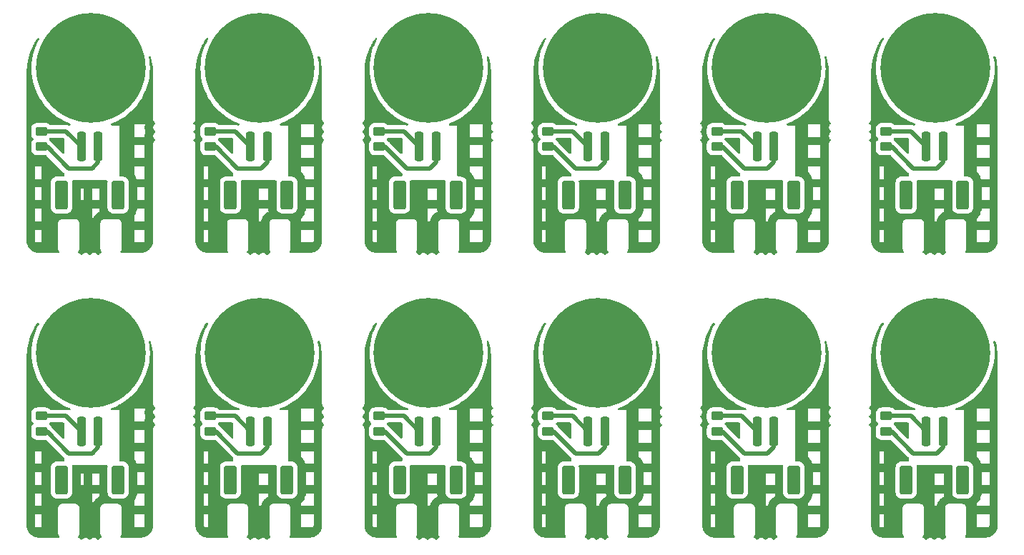
<source format=gbr>
%TF.GenerationSoftware,KiCad,Pcbnew,7.0.5*%
%TF.CreationDate,2024-01-10T15:42:08+00:00*%
%TF.ProjectId,TemperaturePCB_PANEL,54656d70-6572-4617-9475-72655043425f,rev?*%
%TF.SameCoordinates,Original*%
%TF.FileFunction,Copper,L1,Top*%
%TF.FilePolarity,Positive*%
%FSLAX46Y46*%
G04 Gerber Fmt 4.6, Leading zero omitted, Abs format (unit mm)*
G04 Created by KiCad (PCBNEW 7.0.5) date 2024-01-10 15:42:08*
%MOMM*%
%LPD*%
G01*
G04 APERTURE LIST*
G04 Aperture macros list*
%AMRoundRect*
0 Rectangle with rounded corners*
0 $1 Rounding radius*
0 $2 $3 $4 $5 $6 $7 $8 $9 X,Y pos of 4 corners*
0 Add a 4 corners polygon primitive as box body*
4,1,4,$2,$3,$4,$5,$6,$7,$8,$9,$2,$3,0*
0 Add four circle primitives for the rounded corners*
1,1,$1+$1,$2,$3*
1,1,$1+$1,$4,$5*
1,1,$1+$1,$6,$7*
1,1,$1+$1,$8,$9*
0 Add four rect primitives between the rounded corners*
20,1,$1+$1,$2,$3,$4,$5,0*
20,1,$1+$1,$4,$5,$6,$7,0*
20,1,$1+$1,$6,$7,$8,$9,0*
20,1,$1+$1,$8,$9,$2,$3,0*%
G04 Aperture macros list end*
%TA.AperFunction,SMDPad,CuDef*%
%ADD10RoundRect,0.250000X-0.250000X-1.500000X0.250000X-1.500000X0.250000X1.500000X-0.250000X1.500000X0*%
%TD*%
%TA.AperFunction,SMDPad,CuDef*%
%ADD11RoundRect,0.250001X-0.499999X-1.449999X0.499999X-1.449999X0.499999X1.449999X-0.499999X1.449999X0*%
%TD*%
%TA.AperFunction,SMDPad,CuDef*%
%ADD12RoundRect,0.250000X0.450000X-0.262500X0.450000X0.262500X-0.450000X0.262500X-0.450000X-0.262500X0*%
%TD*%
%TA.AperFunction,ComponentPad*%
%ADD13C,0.900000*%
%TD*%
%TA.AperFunction,ComponentPad*%
%ADD14C,13.000000*%
%TD*%
%TA.AperFunction,Conductor*%
%ADD15C,0.500000*%
%TD*%
G04 APERTURE END LIST*
D10*
%TO.P,J1,1,Pin_1*%
%TO.N,Board_0-Net-(J1-Pin_1)*%
X97500000Y-42647513D03*
%TO.P,J1,2,Pin_2*%
%TO.N,Board_0-Net-(J1-Pin_2)*%
X99500000Y-42647513D03*
D11*
%TO.P,J1,MP*%
%TO.N,N/C*%
X95150000Y-48397513D03*
X101850000Y-48397513D03*
%TD*%
D12*
%TO.P,TH1,1*%
%TO.N,Board_6-Net-(J1-Pin_2)*%
X92750000Y-76410013D03*
%TO.P,TH1,2*%
%TO.N,Board_6-Net-(J1-Pin_1)*%
X92750000Y-74585013D03*
%TD*%
%TO.P,TH1,1*%
%TO.N,Board_9-Net-(J1-Pin_2)*%
X152750000Y-76410013D03*
%TO.P,TH1,2*%
%TO.N,Board_9-Net-(J1-Pin_1)*%
X152750000Y-74585013D03*
%TD*%
D13*
%TO.P,H1,1*%
%TO.N,N/C*%
X113730887Y-67103400D03*
X115158741Y-63656254D03*
X115158741Y-70550546D03*
X118605887Y-62228400D03*
D14*
X118605887Y-67103400D03*
D13*
X118605887Y-71978400D03*
X122053033Y-63656254D03*
X122053033Y-70550546D03*
X123480887Y-67103400D03*
%TD*%
D10*
%TO.P,J1,1,Pin_1*%
%TO.N,Board_5-Net-(J1-Pin_1)*%
X197500000Y-42647513D03*
%TO.P,J1,2,Pin_2*%
%TO.N,Board_5-Net-(J1-Pin_2)*%
X199500000Y-42647513D03*
D11*
%TO.P,J1,MP*%
%TO.N,N/C*%
X195150000Y-48397513D03*
X201850000Y-48397513D03*
%TD*%
D13*
%TO.P,H1,1*%
%TO.N,N/C*%
X153730887Y-33353400D03*
X155158741Y-29906254D03*
X155158741Y-36800546D03*
X158605887Y-28478400D03*
D14*
X158605887Y-33353400D03*
D13*
X158605887Y-38228400D03*
X162053033Y-29906254D03*
X162053033Y-36800546D03*
X163480887Y-33353400D03*
%TD*%
D12*
%TO.P,TH1,1*%
%TO.N,Board_2-Net-(J1-Pin_2)*%
X132750000Y-42660013D03*
%TO.P,TH1,2*%
%TO.N,Board_2-Net-(J1-Pin_1)*%
X132750000Y-40835013D03*
%TD*%
%TO.P,TH1,1*%
%TO.N,Board_7-Net-(J1-Pin_2)*%
X112750000Y-76410013D03*
%TO.P,TH1,2*%
%TO.N,Board_7-Net-(J1-Pin_1)*%
X112750000Y-74585013D03*
%TD*%
D10*
%TO.P,J1,1,Pin_1*%
%TO.N,Board_10-Net-(J1-Pin_1)*%
X177500000Y-76397513D03*
%TO.P,J1,2,Pin_2*%
%TO.N,Board_10-Net-(J1-Pin_2)*%
X179500000Y-76397513D03*
D11*
%TO.P,J1,MP*%
%TO.N,N/C*%
X175150000Y-82147513D03*
X181850000Y-82147513D03*
%TD*%
D12*
%TO.P,TH1,1*%
%TO.N,Board_8-Net-(J1-Pin_2)*%
X132750000Y-76410013D03*
%TO.P,TH1,2*%
%TO.N,Board_8-Net-(J1-Pin_1)*%
X132750000Y-74585013D03*
%TD*%
D13*
%TO.P,H1,1*%
%TO.N,N/C*%
X173730887Y-33353400D03*
X175158741Y-29906254D03*
X175158741Y-36800546D03*
X178605887Y-28478400D03*
D14*
X178605887Y-33353400D03*
D13*
X178605887Y-38228400D03*
X182053033Y-29906254D03*
X182053033Y-36800546D03*
X183480887Y-33353400D03*
%TD*%
D12*
%TO.P,TH1,1*%
%TO.N,Board_1-Net-(J1-Pin_2)*%
X112750000Y-42660013D03*
%TO.P,TH1,2*%
%TO.N,Board_1-Net-(J1-Pin_1)*%
X112750000Y-40835013D03*
%TD*%
D13*
%TO.P,H1,1*%
%TO.N,N/C*%
X173730887Y-67103400D03*
X175158741Y-63656254D03*
X175158741Y-70550546D03*
X178605887Y-62228400D03*
D14*
X178605887Y-67103400D03*
D13*
X178605887Y-71978400D03*
X182053033Y-63656254D03*
X182053033Y-70550546D03*
X183480887Y-67103400D03*
%TD*%
%TO.P,H1,1*%
%TO.N,N/C*%
X93730887Y-33353400D03*
X95158741Y-29906254D03*
X95158741Y-36800546D03*
X98605887Y-28478400D03*
D14*
X98605887Y-33353400D03*
D13*
X98605887Y-38228400D03*
X102053033Y-29906254D03*
X102053033Y-36800546D03*
X103480887Y-33353400D03*
%TD*%
%TO.P,H1,1*%
%TO.N,N/C*%
X193730887Y-33353400D03*
X195158741Y-29906254D03*
X195158741Y-36800546D03*
X198605887Y-28478400D03*
D14*
X198605887Y-33353400D03*
D13*
X198605887Y-38228400D03*
X202053033Y-29906254D03*
X202053033Y-36800546D03*
X203480887Y-33353400D03*
%TD*%
D12*
%TO.P,TH1,1*%
%TO.N,Board_11-Net-(J1-Pin_2)*%
X192750000Y-76410013D03*
%TO.P,TH1,2*%
%TO.N,Board_11-Net-(J1-Pin_1)*%
X192750000Y-74585013D03*
%TD*%
D13*
%TO.P,H1,1*%
%TO.N,N/C*%
X193730887Y-67103400D03*
X195158741Y-63656254D03*
X195158741Y-70550546D03*
X198605887Y-62228400D03*
D14*
X198605887Y-67103400D03*
D13*
X198605887Y-71978400D03*
X202053033Y-63656254D03*
X202053033Y-70550546D03*
X203480887Y-67103400D03*
%TD*%
D10*
%TO.P,J1,1,Pin_1*%
%TO.N,Board_1-Net-(J1-Pin_1)*%
X117500000Y-42647513D03*
%TO.P,J1,2,Pin_2*%
%TO.N,Board_1-Net-(J1-Pin_2)*%
X119500000Y-42647513D03*
D11*
%TO.P,J1,MP*%
%TO.N,N/C*%
X115150000Y-48397513D03*
X121850000Y-48397513D03*
%TD*%
D13*
%TO.P,H1,1*%
%TO.N,N/C*%
X133730887Y-33353400D03*
X135158741Y-29906254D03*
X135158741Y-36800546D03*
X138605887Y-28478400D03*
D14*
X138605887Y-33353400D03*
D13*
X138605887Y-38228400D03*
X142053033Y-29906254D03*
X142053033Y-36800546D03*
X143480887Y-33353400D03*
%TD*%
D10*
%TO.P,J1,1,Pin_1*%
%TO.N,Board_4-Net-(J1-Pin_1)*%
X177500000Y-42647513D03*
%TO.P,J1,2,Pin_2*%
%TO.N,Board_4-Net-(J1-Pin_2)*%
X179500000Y-42647513D03*
D11*
%TO.P,J1,MP*%
%TO.N,N/C*%
X175150000Y-48397513D03*
X181850000Y-48397513D03*
%TD*%
D12*
%TO.P,TH1,1*%
%TO.N,Board_10-Net-(J1-Pin_2)*%
X172750000Y-76410013D03*
%TO.P,TH1,2*%
%TO.N,Board_10-Net-(J1-Pin_1)*%
X172750000Y-74585013D03*
%TD*%
D10*
%TO.P,J1,1,Pin_1*%
%TO.N,Board_9-Net-(J1-Pin_1)*%
X157500000Y-76397513D03*
%TO.P,J1,2,Pin_2*%
%TO.N,Board_9-Net-(J1-Pin_2)*%
X159500000Y-76397513D03*
D11*
%TO.P,J1,MP*%
%TO.N,N/C*%
X155150000Y-82147513D03*
X161850000Y-82147513D03*
%TD*%
D10*
%TO.P,J1,1,Pin_1*%
%TO.N,Board_11-Net-(J1-Pin_1)*%
X197500000Y-76397513D03*
%TO.P,J1,2,Pin_2*%
%TO.N,Board_11-Net-(J1-Pin_2)*%
X199500000Y-76397513D03*
D11*
%TO.P,J1,MP*%
%TO.N,N/C*%
X195150000Y-82147513D03*
X201850000Y-82147513D03*
%TD*%
D12*
%TO.P,TH1,1*%
%TO.N,Board_3-Net-(J1-Pin_2)*%
X152750000Y-42660013D03*
%TO.P,TH1,2*%
%TO.N,Board_3-Net-(J1-Pin_1)*%
X152750000Y-40835013D03*
%TD*%
D13*
%TO.P,H1,1*%
%TO.N,N/C*%
X113730887Y-33353400D03*
X115158741Y-29906254D03*
X115158741Y-36800546D03*
X118605887Y-28478400D03*
D14*
X118605887Y-33353400D03*
D13*
X118605887Y-38228400D03*
X122053033Y-29906254D03*
X122053033Y-36800546D03*
X123480887Y-33353400D03*
%TD*%
D10*
%TO.P,J1,1,Pin_1*%
%TO.N,Board_3-Net-(J1-Pin_1)*%
X157500000Y-42647513D03*
%TO.P,J1,2,Pin_2*%
%TO.N,Board_3-Net-(J1-Pin_2)*%
X159500000Y-42647513D03*
D11*
%TO.P,J1,MP*%
%TO.N,N/C*%
X155150000Y-48397513D03*
X161850000Y-48397513D03*
%TD*%
D13*
%TO.P,H1,1*%
%TO.N,N/C*%
X153730887Y-67103400D03*
X155158741Y-63656254D03*
X155158741Y-70550546D03*
X158605887Y-62228400D03*
D14*
X158605887Y-67103400D03*
D13*
X158605887Y-71978400D03*
X162053033Y-63656254D03*
X162053033Y-70550546D03*
X163480887Y-67103400D03*
%TD*%
D10*
%TO.P,J1,1,Pin_1*%
%TO.N,Board_8-Net-(J1-Pin_1)*%
X137500000Y-76397513D03*
%TO.P,J1,2,Pin_2*%
%TO.N,Board_8-Net-(J1-Pin_2)*%
X139500000Y-76397513D03*
D11*
%TO.P,J1,MP*%
%TO.N,N/C*%
X135150000Y-82147513D03*
X141850000Y-82147513D03*
%TD*%
D10*
%TO.P,J1,1,Pin_1*%
%TO.N,Board_2-Net-(J1-Pin_1)*%
X137500000Y-42647513D03*
%TO.P,J1,2,Pin_2*%
%TO.N,Board_2-Net-(J1-Pin_2)*%
X139500000Y-42647513D03*
D11*
%TO.P,J1,MP*%
%TO.N,N/C*%
X135150000Y-48397513D03*
X141850000Y-48397513D03*
%TD*%
D13*
%TO.P,H1,1*%
%TO.N,N/C*%
X133730887Y-67103400D03*
X135158741Y-63656254D03*
X135158741Y-70550546D03*
X138605887Y-62228400D03*
D14*
X138605887Y-67103400D03*
D13*
X138605887Y-71978400D03*
X142053033Y-63656254D03*
X142053033Y-70550546D03*
X143480887Y-67103400D03*
%TD*%
%TO.P,H1,1*%
%TO.N,N/C*%
X93730887Y-67103400D03*
X95158741Y-63656254D03*
X95158741Y-70550546D03*
X98605887Y-62228400D03*
D14*
X98605887Y-67103400D03*
D13*
X98605887Y-71978400D03*
X102053033Y-63656254D03*
X102053033Y-70550546D03*
X103480887Y-67103400D03*
%TD*%
D10*
%TO.P,J1,1,Pin_1*%
%TO.N,Board_7-Net-(J1-Pin_1)*%
X117500000Y-76397513D03*
%TO.P,J1,2,Pin_2*%
%TO.N,Board_7-Net-(J1-Pin_2)*%
X119500000Y-76397513D03*
D11*
%TO.P,J1,MP*%
%TO.N,N/C*%
X115150000Y-82147513D03*
X121850000Y-82147513D03*
%TD*%
D12*
%TO.P,TH1,1*%
%TO.N,Board_5-Net-(J1-Pin_2)*%
X192750000Y-42660013D03*
%TO.P,TH1,2*%
%TO.N,Board_5-Net-(J1-Pin_1)*%
X192750000Y-40835013D03*
%TD*%
%TO.P,TH1,1*%
%TO.N,Board_4-Net-(J1-Pin_2)*%
X172750000Y-42660013D03*
%TO.P,TH1,2*%
%TO.N,Board_4-Net-(J1-Pin_1)*%
X172750000Y-40835013D03*
%TD*%
D10*
%TO.P,J1,1,Pin_1*%
%TO.N,Board_6-Net-(J1-Pin_1)*%
X97500000Y-76397513D03*
%TO.P,J1,2,Pin_2*%
%TO.N,Board_6-Net-(J1-Pin_2)*%
X99500000Y-76397513D03*
D11*
%TO.P,J1,MP*%
%TO.N,N/C*%
X95150000Y-82147513D03*
X101850000Y-82147513D03*
%TD*%
D12*
%TO.P,TH1,1*%
%TO.N,Board_0-Net-(J1-Pin_2)*%
X92750000Y-42660013D03*
%TO.P,TH1,2*%
%TO.N,Board_0-Net-(J1-Pin_1)*%
X92750000Y-40835013D03*
%TD*%
D15*
%TO.N,Board_11-Net-(J1-Pin_2)*%
X198750000Y-78997513D02*
X199500000Y-78247513D01*
X193412500Y-76410013D02*
X196000000Y-78997513D01*
X192750000Y-76410013D02*
X193412500Y-76410013D01*
X199500000Y-78247513D02*
X199500000Y-76397513D01*
X196000000Y-78997513D02*
X198750000Y-78997513D01*
%TO.N,Board_11-Net-(J1-Pin_1)*%
X195687500Y-74585013D02*
X192750000Y-74585013D01*
X197500000Y-76397513D02*
X195687500Y-74585013D01*
%TO.N,Board_10-Net-(J1-Pin_2)*%
X172750000Y-76410013D02*
X173412500Y-76410013D01*
X179500000Y-78247513D02*
X179500000Y-76397513D01*
X176000000Y-78997513D02*
X178750000Y-78997513D01*
X173412500Y-76410013D02*
X176000000Y-78997513D01*
X178750000Y-78997513D02*
X179500000Y-78247513D01*
%TO.N,Board_10-Net-(J1-Pin_1)*%
X175687500Y-74585013D02*
X172750000Y-74585013D01*
X177500000Y-76397513D02*
X175687500Y-74585013D01*
%TO.N,Board_9-Net-(J1-Pin_2)*%
X159500000Y-78247513D02*
X159500000Y-76397513D01*
X156000000Y-78997513D02*
X158750000Y-78997513D01*
X152750000Y-76410013D02*
X153412500Y-76410013D01*
X158750000Y-78997513D02*
X159500000Y-78247513D01*
X153412500Y-76410013D02*
X156000000Y-78997513D01*
%TO.N,Board_9-Net-(J1-Pin_1)*%
X157500000Y-76397513D02*
X155687500Y-74585013D01*
X155687500Y-74585013D02*
X152750000Y-74585013D01*
%TO.N,Board_8-Net-(J1-Pin_2)*%
X139500000Y-78247513D02*
X139500000Y-76397513D01*
X138750000Y-78997513D02*
X139500000Y-78247513D01*
X136000000Y-78997513D02*
X138750000Y-78997513D01*
X132750000Y-76410013D02*
X133412500Y-76410013D01*
X133412500Y-76410013D02*
X136000000Y-78997513D01*
%TO.N,Board_8-Net-(J1-Pin_1)*%
X135687500Y-74585013D02*
X132750000Y-74585013D01*
X137500000Y-76397513D02*
X135687500Y-74585013D01*
%TO.N,Board_7-Net-(J1-Pin_2)*%
X116000000Y-78997513D02*
X118750000Y-78997513D01*
X119500000Y-78247513D02*
X119500000Y-76397513D01*
X113412500Y-76410013D02*
X116000000Y-78997513D01*
X118750000Y-78997513D02*
X119500000Y-78247513D01*
X112750000Y-76410013D02*
X113412500Y-76410013D01*
%TO.N,Board_7-Net-(J1-Pin_1)*%
X117500000Y-76397513D02*
X115687500Y-74585013D01*
X115687500Y-74585013D02*
X112750000Y-74585013D01*
%TO.N,Board_6-Net-(J1-Pin_2)*%
X99500000Y-78247513D02*
X99500000Y-76397513D01*
X93412500Y-76410013D02*
X96000000Y-78997513D01*
X98750000Y-78997513D02*
X99500000Y-78247513D01*
X96000000Y-78997513D02*
X98750000Y-78997513D01*
X92750000Y-76410013D02*
X93412500Y-76410013D01*
%TO.N,Board_6-Net-(J1-Pin_1)*%
X95687500Y-74585013D02*
X92750000Y-74585013D01*
X97500000Y-76397513D02*
X95687500Y-74585013D01*
%TO.N,Board_5-Net-(J1-Pin_2)*%
X193412500Y-42660013D02*
X196000000Y-45247513D01*
X198750000Y-45247513D02*
X199500000Y-44497513D01*
X196000000Y-45247513D02*
X198750000Y-45247513D01*
X199500000Y-44497513D02*
X199500000Y-42647513D01*
X192750000Y-42660013D02*
X193412500Y-42660013D01*
%TO.N,Board_5-Net-(J1-Pin_1)*%
X195687500Y-40835013D02*
X192750000Y-40835013D01*
X197500000Y-42647513D02*
X195687500Y-40835013D01*
%TO.N,Board_4-Net-(J1-Pin_2)*%
X178750000Y-45247513D02*
X179500000Y-44497513D01*
X179500000Y-44497513D02*
X179500000Y-42647513D01*
X172750000Y-42660013D02*
X173412500Y-42660013D01*
X176000000Y-45247513D02*
X178750000Y-45247513D01*
X173412500Y-42660013D02*
X176000000Y-45247513D01*
%TO.N,Board_4-Net-(J1-Pin_1)*%
X175687500Y-40835013D02*
X172750000Y-40835013D01*
X177500000Y-42647513D02*
X175687500Y-40835013D01*
%TO.N,Board_3-Net-(J1-Pin_2)*%
X152750000Y-42660013D02*
X153412500Y-42660013D01*
X156000000Y-45247513D02*
X158750000Y-45247513D01*
X159500000Y-44497513D02*
X159500000Y-42647513D01*
X158750000Y-45247513D02*
X159500000Y-44497513D01*
X153412500Y-42660013D02*
X156000000Y-45247513D01*
%TO.N,Board_3-Net-(J1-Pin_1)*%
X155687500Y-40835013D02*
X152750000Y-40835013D01*
X157500000Y-42647513D02*
X155687500Y-40835013D01*
%TO.N,Board_2-Net-(J1-Pin_2)*%
X138750000Y-45247513D02*
X139500000Y-44497513D01*
X133412500Y-42660013D02*
X136000000Y-45247513D01*
X136000000Y-45247513D02*
X138750000Y-45247513D01*
X132750000Y-42660013D02*
X133412500Y-42660013D01*
X139500000Y-44497513D02*
X139500000Y-42647513D01*
%TO.N,Board_2-Net-(J1-Pin_1)*%
X137500000Y-42647513D02*
X135687500Y-40835013D01*
X135687500Y-40835013D02*
X132750000Y-40835013D01*
%TO.N,Board_1-Net-(J1-Pin_2)*%
X116000000Y-45247513D02*
X118750000Y-45247513D01*
X119500000Y-44497513D02*
X119500000Y-42647513D01*
X113412500Y-42660013D02*
X116000000Y-45247513D01*
X118750000Y-45247513D02*
X119500000Y-44497513D01*
X112750000Y-42660013D02*
X113412500Y-42660013D01*
%TO.N,Board_1-Net-(J1-Pin_1)*%
X115687500Y-40835013D02*
X112750000Y-40835013D01*
X117500000Y-42647513D02*
X115687500Y-40835013D01*
%TO.N,Board_0-Net-(J1-Pin_2)*%
X96000000Y-45247513D02*
X98750000Y-45247513D01*
X93412500Y-42660013D02*
X96000000Y-45247513D01*
X99500000Y-44497513D02*
X99500000Y-42647513D01*
X98750000Y-45247513D02*
X99500000Y-44497513D01*
X92750000Y-42660013D02*
X93412500Y-42660013D01*
%TO.N,Board_0-Net-(J1-Pin_1)*%
X95687500Y-40835013D02*
X92750000Y-40835013D01*
X97500000Y-42647513D02*
X95687500Y-40835013D01*
%TD*%
%TA.AperFunction,NonConductor*%
G36*
X175392309Y-75355198D02*
G01*
X175412951Y-75371832D01*
X175463681Y-75422562D01*
X175497166Y-75483885D01*
X175500000Y-75510243D01*
X175500000Y-77136783D01*
X175480315Y-77203822D01*
X175427511Y-77249577D01*
X175358353Y-77259521D01*
X175294797Y-77230496D01*
X175288319Y-77224464D01*
X173988229Y-75924374D01*
X173976449Y-75910743D01*
X173968982Y-75900714D01*
X173962112Y-75891485D01*
X173942713Y-75875207D01*
X173922087Y-75857899D01*
X173918112Y-75854257D01*
X173912277Y-75848422D01*
X173900190Y-75838865D01*
X173871563Y-75806696D01*
X173792712Y-75678857D01*
X173699048Y-75585193D01*
X173665564Y-75523871D01*
X173670548Y-75454179D01*
X173699049Y-75409832D01*
X173737049Y-75371832D01*
X173798372Y-75338347D01*
X173824730Y-75335513D01*
X175325270Y-75335513D01*
X175392309Y-75355198D01*
G37*
%TD.AperFunction*%
%TA.AperFunction,NonConductor*%
G36*
X172469445Y-63527510D02*
G01*
X172507086Y-63586374D01*
X172506928Y-63656243D01*
X172497660Y-63678980D01*
X172294248Y-64063855D01*
X172294241Y-64063870D01*
X172294241Y-64063871D01*
X172106106Y-64495082D01*
X172084741Y-64544050D01*
X171911713Y-65038535D01*
X171776126Y-65544557D01*
X171678732Y-66059303D01*
X171678730Y-66059315D01*
X171620076Y-66579891D01*
X171600488Y-67103392D01*
X171600488Y-67103407D01*
X171620076Y-67626908D01*
X171678730Y-68147484D01*
X171678732Y-68147496D01*
X171776126Y-68662242D01*
X171911713Y-69168264D01*
X171911718Y-69168278D01*
X172084745Y-69662760D01*
X172294241Y-70142929D01*
X172294248Y-70142944D01*
X172539027Y-70606088D01*
X172539034Y-70606099D01*
X172817755Y-71049682D01*
X173128846Y-71471195D01*
X173470566Y-71868281D01*
X173841006Y-72238721D01*
X174238092Y-72580441D01*
X174659605Y-72891532D01*
X175103187Y-73170253D01*
X175103197Y-73170259D01*
X175566342Y-73415038D01*
X175566346Y-73415040D01*
X175566358Y-73415046D01*
X176046527Y-73624542D01*
X176084130Y-73637700D01*
X176137775Y-73656471D01*
X176194551Y-73697193D01*
X176220298Y-73762146D01*
X176206842Y-73830707D01*
X176158455Y-73881110D01*
X176096820Y-73897513D01*
X176020203Y-73897513D01*
X175964554Y-73884325D01*
X175945927Y-73874970D01*
X175939145Y-73872502D01*
X175939165Y-73872446D01*
X175932049Y-73869972D01*
X175932031Y-73870028D01*
X175925174Y-73867756D01*
X175850828Y-73852404D01*
X175849069Y-73852014D01*
X175775218Y-73834512D01*
X175768047Y-73833674D01*
X175768053Y-73833614D01*
X175760555Y-73832848D01*
X175760550Y-73832908D01*
X175753360Y-73832278D01*
X175677468Y-73834487D01*
X175675665Y-73834513D01*
X173824730Y-73834513D01*
X173757691Y-73814828D01*
X173737049Y-73798194D01*
X173668657Y-73729802D01*
X173668656Y-73729801D01*
X173553658Y-73658870D01*
X173519336Y-73637700D01*
X173519331Y-73637698D01*
X173517862Y-73637211D01*
X173352797Y-73582514D01*
X173352795Y-73582513D01*
X173250010Y-73572013D01*
X172249998Y-73572013D01*
X172249980Y-73572014D01*
X172147203Y-73582513D01*
X172147200Y-73582514D01*
X171980668Y-73637698D01*
X171980663Y-73637700D01*
X171831342Y-73729802D01*
X171707289Y-73853855D01*
X171615187Y-74003176D01*
X171615185Y-74003181D01*
X171599076Y-74051795D01*
X171560001Y-74169716D01*
X171560001Y-74169717D01*
X171560000Y-74169717D01*
X171549500Y-74272496D01*
X171549500Y-74897514D01*
X171549501Y-74897532D01*
X171560000Y-75000309D01*
X171560001Y-75000312D01*
X171577060Y-75051792D01*
X171615186Y-75166847D01*
X171707288Y-75316169D01*
X171800953Y-75409834D01*
X171834436Y-75471153D01*
X171829452Y-75540845D01*
X171800952Y-75585193D01*
X171707287Y-75678858D01*
X171615187Y-75828176D01*
X171615185Y-75828181D01*
X171608478Y-75848422D01*
X171560001Y-75994716D01*
X171560001Y-75994717D01*
X171560000Y-75994717D01*
X171549500Y-76097496D01*
X171549500Y-76722514D01*
X171549501Y-76722532D01*
X171560000Y-76825309D01*
X171560001Y-76825312D01*
X171615185Y-76991844D01*
X171615186Y-76991847D01*
X171707288Y-77141169D01*
X171831344Y-77265225D01*
X171980666Y-77357327D01*
X172147203Y-77412512D01*
X172249991Y-77423013D01*
X173250008Y-77423012D01*
X173294936Y-77418422D01*
X173363627Y-77431191D01*
X173395218Y-77454099D01*
X175424267Y-79483147D01*
X175436048Y-79496779D01*
X175450390Y-79516043D01*
X175455704Y-79520502D01*
X175494407Y-79578670D01*
X175500000Y-79615492D01*
X175500000Y-79823013D01*
X175480315Y-79890052D01*
X175427511Y-79935807D01*
X175376000Y-79947013D01*
X174599984Y-79947013D01*
X174497204Y-79957513D01*
X174497203Y-79957514D01*
X174330664Y-80012699D01*
X174330662Y-80012700D01*
X174181348Y-80104799D01*
X174181344Y-80104802D01*
X174057289Y-80228857D01*
X174057286Y-80228861D01*
X173965187Y-80378175D01*
X173965186Y-80378177D01*
X173910001Y-80544716D01*
X173910000Y-80544717D01*
X173899500Y-80647497D01*
X173899500Y-83647528D01*
X173910000Y-83750308D01*
X173910001Y-83750309D01*
X173965186Y-83916848D01*
X173965187Y-83916850D01*
X174057286Y-84066164D01*
X174057289Y-84066168D01*
X174181344Y-84190223D01*
X174181348Y-84190226D01*
X174330662Y-84282325D01*
X174330664Y-84282326D01*
X174330666Y-84282327D01*
X174497203Y-84337512D01*
X174599992Y-84348013D01*
X174599997Y-84348013D01*
X175700003Y-84348013D01*
X175700008Y-84348013D01*
X175802797Y-84337512D01*
X175969334Y-84282327D01*
X176118655Y-84190224D01*
X176242711Y-84066168D01*
X176334814Y-83916847D01*
X176389999Y-83750310D01*
X176390537Y-83745039D01*
X178500606Y-83745039D01*
X178500606Y-85247039D01*
X178766904Y-85247039D01*
X178767046Y-85246051D01*
X178767832Y-85241697D01*
X178780152Y-85185051D01*
X178781246Y-85180765D01*
X178782006Y-85178173D01*
X178782390Y-85175508D01*
X178783175Y-85171156D01*
X178795498Y-85114510D01*
X178796593Y-85110223D01*
X178817924Y-85037570D01*
X178819322Y-85033369D01*
X178839589Y-84979028D01*
X178841282Y-84974940D01*
X178842400Y-84972490D01*
X178843152Y-84969932D01*
X178844548Y-84965735D01*
X178864806Y-84911424D01*
X178866499Y-84907336D01*
X178897952Y-84838457D01*
X178899934Y-84834498D01*
X178927729Y-84783590D01*
X178929985Y-84779787D01*
X178931441Y-84777519D01*
X178932559Y-84775074D01*
X178934538Y-84771122D01*
X178962328Y-84720232D01*
X178964586Y-84716425D01*
X179005525Y-84652723D01*
X179008050Y-84649087D01*
X179042800Y-84602665D01*
X179045575Y-84599222D01*
X179047320Y-84597207D01*
X179048770Y-84594952D01*
X179051292Y-84591320D01*
X179086048Y-84544892D01*
X179088826Y-84541445D01*
X179138415Y-84484218D01*
X179141432Y-84480978D01*
X179182430Y-84439979D01*
X179185668Y-84436964D01*
X179187694Y-84435207D01*
X179189451Y-84433181D01*
X179192466Y-84429943D01*
X179233465Y-84388945D01*
X179236705Y-84385928D01*
X179293932Y-84336339D01*
X179297379Y-84333561D01*
X179343807Y-84298805D01*
X179347439Y-84296283D01*
X179349694Y-84294833D01*
X179351709Y-84293088D01*
X179355152Y-84290313D01*
X179401574Y-84255563D01*
X179405210Y-84253038D01*
X179468912Y-84212099D01*
X179472719Y-84209841D01*
X179523609Y-84182051D01*
X179527561Y-84180072D01*
X179530006Y-84178954D01*
X179532274Y-84177498D01*
X179536077Y-84175242D01*
X179586985Y-84147447D01*
X179590944Y-84145465D01*
X179659823Y-84114012D01*
X179663911Y-84112319D01*
X179676978Y-84107444D01*
X179653563Y-84036782D01*
X179652587Y-84033544D01*
X179640970Y-83990809D01*
X179640172Y-83987525D01*
X179628062Y-83930967D01*
X179627444Y-83927641D01*
X179620543Y-83883870D01*
X179620108Y-83880515D01*
X179606268Y-83745039D01*
X178500606Y-83745039D01*
X176390537Y-83745039D01*
X176400500Y-83647521D01*
X176400500Y-81395513D01*
X178500606Y-81395513D01*
X178500606Y-82747039D01*
X179601500Y-82747039D01*
X179601500Y-81395513D01*
X178500606Y-81395513D01*
X176400500Y-81395513D01*
X176400500Y-80647505D01*
X176389999Y-80544716D01*
X176389998Y-80544715D01*
X176389311Y-80537982D01*
X176391316Y-80537777D01*
X176395799Y-80477806D01*
X176437850Y-80422008D01*
X176503392Y-80397801D01*
X176511841Y-80397513D01*
X180488159Y-80397513D01*
X180555198Y-80417198D01*
X180600953Y-80470002D01*
X180610897Y-80539160D01*
X180610130Y-80543444D01*
X180599500Y-80647497D01*
X180599500Y-83647528D01*
X180610000Y-83750308D01*
X180610001Y-83750309D01*
X180665186Y-83916848D01*
X180665187Y-83916850D01*
X180757286Y-84066164D01*
X180757289Y-84066168D01*
X180881344Y-84190223D01*
X180881348Y-84190226D01*
X181030662Y-84282325D01*
X181030664Y-84282326D01*
X181030666Y-84282327D01*
X181197203Y-84337512D01*
X181299992Y-84348013D01*
X181299997Y-84348013D01*
X182400003Y-84348013D01*
X182400008Y-84348013D01*
X182502797Y-84337512D01*
X182669334Y-84282327D01*
X182818655Y-84190224D01*
X182942711Y-84066168D01*
X183034814Y-83916847D01*
X183089999Y-83750310D01*
X183100500Y-83647521D01*
X183100500Y-81245039D01*
X184098500Y-81245039D01*
X184098500Y-82747039D01*
X185001500Y-82747039D01*
X185001500Y-81245039D01*
X184098500Y-81245039D01*
X183100500Y-81245039D01*
X183100500Y-80647505D01*
X183089999Y-80544716D01*
X183034814Y-80378179D01*
X182942711Y-80228858D01*
X182818655Y-80104802D01*
X182818651Y-80104799D01*
X182669337Y-80012700D01*
X182669335Y-80012699D01*
X182583816Y-79984361D01*
X182502797Y-79957514D01*
X182502795Y-79957513D01*
X182400015Y-79947013D01*
X182400008Y-79947013D01*
X182124000Y-79947013D01*
X182056961Y-79927328D01*
X182011206Y-79874524D01*
X182000000Y-79823013D01*
X182000000Y-79375477D01*
X183500605Y-79375477D01*
X183502537Y-79377300D01*
X183670213Y-79544976D01*
X183672688Y-79547598D01*
X183704096Y-79582891D01*
X183706415Y-79585654D01*
X183744683Y-79634049D01*
X183746839Y-79636944D01*
X183773946Y-79675659D01*
X183775928Y-79678672D01*
X183900422Y-79880507D01*
X183902226Y-79883631D01*
X183924652Y-79925223D01*
X183926270Y-79928446D01*
X183952345Y-79984361D01*
X183953774Y-79987674D01*
X183971220Y-80031589D01*
X183972454Y-80034978D01*
X184042724Y-80247039D01*
X185001500Y-80247039D01*
X185001500Y-78745039D01*
X183500606Y-78745039D01*
X183500605Y-79375477D01*
X182000000Y-79375477D01*
X182000000Y-76245039D01*
X183500606Y-76245039D01*
X183500606Y-77747039D01*
X185001500Y-77747039D01*
X185001500Y-76245039D01*
X183500606Y-76245039D01*
X182000000Y-76245039D01*
X182000000Y-73897513D01*
X181114954Y-73897513D01*
X181047915Y-73877828D01*
X181002160Y-73825024D01*
X180992216Y-73755866D01*
X180997161Y-73745039D01*
X183500606Y-73745039D01*
X183500606Y-75247039D01*
X185002304Y-75247039D01*
X185001658Y-75238008D01*
X185001500Y-75233584D01*
X185001500Y-75013928D01*
X185001658Y-75009504D01*
X185002606Y-74996248D01*
X185002606Y-74251263D01*
X185001658Y-74238008D01*
X185001500Y-74233584D01*
X185001500Y-74013928D01*
X185001658Y-74009504D01*
X185002606Y-73996248D01*
X185002606Y-73745039D01*
X183500606Y-73745039D01*
X180997161Y-73745039D01*
X181021241Y-73692310D01*
X181073999Y-73656471D01*
X181165247Y-73624542D01*
X181645416Y-73415046D01*
X181799129Y-73333806D01*
X182108575Y-73170259D01*
X182108576Y-73170257D01*
X182108586Y-73170253D01*
X182552169Y-72891532D01*
X182973682Y-72580441D01*
X183370768Y-72238721D01*
X183741208Y-71868281D01*
X184082928Y-71471195D01*
X184394019Y-71049682D01*
X184672740Y-70606100D01*
X184672747Y-70606088D01*
X184917525Y-70142944D01*
X184917524Y-70142944D01*
X184917533Y-70142929D01*
X185127029Y-69662760D01*
X185300056Y-69168278D01*
X185435646Y-68662248D01*
X185533041Y-68147501D01*
X185591697Y-67626914D01*
X185611286Y-67103400D01*
X185607505Y-67002366D01*
X185591697Y-66579891D01*
X185591697Y-66579886D01*
X185536035Y-66085873D01*
X185533043Y-66059315D01*
X185533042Y-66059312D01*
X185533041Y-66059299D01*
X185485958Y-65810459D01*
X185492836Y-65740933D01*
X185536213Y-65686159D01*
X185602317Y-65663531D01*
X185670161Y-65680234D01*
X185718204Y-65730965D01*
X185727161Y-65753826D01*
X185767020Y-65895492D01*
X185767783Y-65898488D01*
X185850306Y-66260043D01*
X185850919Y-66263074D01*
X185915313Y-66628267D01*
X185915773Y-66631325D01*
X185961885Y-66999289D01*
X185962193Y-67002366D01*
X185989906Y-67372157D01*
X185990060Y-67375245D01*
X185999480Y-67752965D01*
X185999499Y-67754511D01*
X185999500Y-73051795D01*
X185999500Y-73195719D01*
X186007190Y-73221910D01*
X186010947Y-73239179D01*
X186014835Y-73266211D01*
X186014835Y-73266213D01*
X186026173Y-73291039D01*
X186032355Y-73307614D01*
X186040047Y-73333809D01*
X186054801Y-73356768D01*
X186054806Y-73356775D01*
X186063282Y-73372297D01*
X186074623Y-73397129D01*
X186086437Y-73410763D01*
X186092496Y-73417756D01*
X186103095Y-73431916D01*
X186117853Y-73454879D01*
X186117857Y-73454884D01*
X186138488Y-73472762D01*
X186150992Y-73485266D01*
X186168871Y-73505898D01*
X186168872Y-73505899D01*
X186190222Y-73519619D01*
X186235978Y-73572421D01*
X186245923Y-73641579D01*
X186216901Y-73705136D01*
X186204388Y-73717649D01*
X186117856Y-73792629D01*
X186040045Y-73913705D01*
X185999500Y-74051792D01*
X185999500Y-74195719D01*
X186040045Y-74333806D01*
X186040047Y-74333809D01*
X186117857Y-74454884D01*
X186204595Y-74530042D01*
X186242370Y-74588819D01*
X186242370Y-74658689D01*
X186204596Y-74717467D01*
X186117858Y-74792625D01*
X186117857Y-74792628D01*
X186040045Y-74913705D01*
X185999500Y-75051792D01*
X185999500Y-75195719D01*
X186040045Y-75333806D01*
X186040047Y-75333809D01*
X186117857Y-75454884D01*
X186197473Y-75523871D01*
X186204387Y-75529862D01*
X186242161Y-75588640D01*
X186242161Y-75658510D01*
X186204387Y-75717288D01*
X186190225Y-75727889D01*
X186168876Y-75741609D01*
X186168871Y-75741613D01*
X186150993Y-75762245D01*
X186138489Y-75774749D01*
X186117857Y-75792627D01*
X186117853Y-75792632D01*
X186103095Y-75815596D01*
X186092495Y-75829756D01*
X186074623Y-75850381D01*
X186074621Y-75850384D01*
X186063280Y-75875217D01*
X186054805Y-75890738D01*
X186040048Y-75913701D01*
X186032355Y-75939897D01*
X186026175Y-75956466D01*
X186014835Y-75981297D01*
X186014834Y-75981300D01*
X186010948Y-76008324D01*
X186007190Y-76025598D01*
X185999501Y-76051790D01*
X185999500Y-76051797D01*
X185999500Y-87490410D01*
X185999480Y-87491981D01*
X185997454Y-87571874D01*
X185997295Y-87575011D01*
X185991765Y-87647631D01*
X185991447Y-87650756D01*
X185982248Y-87722983D01*
X185981772Y-87726089D01*
X185968926Y-87797764D01*
X185968294Y-87800840D01*
X185951828Y-87871804D01*
X185951040Y-87874846D01*
X185931009Y-87944849D01*
X185930069Y-87947848D01*
X185906509Y-88016771D01*
X185905418Y-88019717D01*
X185878415Y-88087316D01*
X185877176Y-88090203D01*
X185846766Y-88156390D01*
X185845382Y-88159211D01*
X185811664Y-88223758D01*
X185810140Y-88226504D01*
X185791675Y-88257871D01*
X185778679Y-88279952D01*
X185773212Y-88289239D01*
X185771549Y-88291907D01*
X185731463Y-88352730D01*
X185729668Y-88355308D01*
X185686573Y-88413994D01*
X185684650Y-88416479D01*
X185638627Y-88472921D01*
X185636581Y-88475305D01*
X185587751Y-88529353D01*
X185585586Y-88531631D01*
X185534105Y-88583111D01*
X185531828Y-88585275D01*
X185477787Y-88634099D01*
X185475403Y-88636145D01*
X185418995Y-88682140D01*
X185416511Y-88684063D01*
X185357774Y-88727196D01*
X185355217Y-88728976D01*
X185335609Y-88741899D01*
X185294405Y-88769055D01*
X185291737Y-88770717D01*
X185228982Y-88807658D01*
X185226236Y-88809182D01*
X185161698Y-88842895D01*
X185158876Y-88844279D01*
X185092690Y-88874689D01*
X185089803Y-88875928D01*
X185022204Y-88902931D01*
X185019258Y-88904022D01*
X184950334Y-88927582D01*
X184947336Y-88928523D01*
X184877314Y-88948558D01*
X184874281Y-88949343D01*
X184850410Y-88954883D01*
X184803346Y-88965804D01*
X184800268Y-88966436D01*
X184728581Y-88979284D01*
X184725476Y-88979760D01*
X184679725Y-88985587D01*
X184653228Y-88988962D01*
X184650115Y-88989278D01*
X184647284Y-88989494D01*
X184577497Y-88994808D01*
X184574361Y-88994967D01*
X184504026Y-88996750D01*
X184494460Y-88996993D01*
X184492898Y-88997013D01*
X182251024Y-88997013D01*
X182183985Y-88977328D01*
X182138230Y-88924524D01*
X182128286Y-88855366D01*
X182146570Y-88806190D01*
X182146769Y-88805880D01*
X182157497Y-88791519D01*
X182175377Y-88770886D01*
X182186717Y-88746053D01*
X182195193Y-88730532D01*
X182209953Y-88707566D01*
X182217644Y-88681371D01*
X182223824Y-88664800D01*
X182235165Y-88639970D01*
X182239050Y-88612948D01*
X182242809Y-88595666D01*
X182250500Y-88569474D01*
X182250500Y-88425552D01*
X182250500Y-86245039D01*
X183500606Y-86245039D01*
X183500606Y-87747039D01*
X184934306Y-87747039D01*
X184938056Y-87740666D01*
X184949806Y-87718173D01*
X184960423Y-87695064D01*
X184969829Y-87671518D01*
X184978044Y-87647486D01*
X184985015Y-87623124D01*
X184990758Y-87598372D01*
X184995243Y-87573347D01*
X184998447Y-87548198D01*
X185000375Y-87522873D01*
X185001500Y-87478549D01*
X185001500Y-86245039D01*
X183500606Y-86245039D01*
X182250500Y-86245039D01*
X182250500Y-85461714D01*
X182250500Y-85461713D01*
X182250500Y-85425552D01*
X182242808Y-85399355D01*
X182239050Y-85382077D01*
X182235165Y-85355059D01*
X182235165Y-85355057D01*
X182235165Y-85355056D01*
X182235163Y-85355051D01*
X182223826Y-85330226D01*
X182217643Y-85313649D01*
X182209953Y-85287461D01*
X182209953Y-85287459D01*
X182195192Y-85264491D01*
X182186714Y-85248964D01*
X182185835Y-85247039D01*
X183500606Y-85247039D01*
X185001500Y-85247039D01*
X185001500Y-83745039D01*
X184093732Y-83745039D01*
X184079892Y-83880515D01*
X184079457Y-83883870D01*
X184072556Y-83927641D01*
X184071938Y-83930967D01*
X184059828Y-83987525D01*
X184059030Y-83990809D01*
X184047413Y-84033544D01*
X184046437Y-84036782D01*
X183972454Y-84260048D01*
X183971220Y-84263437D01*
X183953774Y-84307352D01*
X183952345Y-84310665D01*
X183926270Y-84366580D01*
X183924652Y-84369803D01*
X183902226Y-84411395D01*
X183900422Y-84414519D01*
X183775928Y-84616354D01*
X183773946Y-84619367D01*
X183746839Y-84658082D01*
X183744683Y-84660977D01*
X183706415Y-84709372D01*
X183704096Y-84712135D01*
X183672688Y-84747428D01*
X183670213Y-84750050D01*
X183502537Y-84917726D01*
X183500606Y-84919548D01*
X183500606Y-85247039D01*
X182185835Y-85247039D01*
X182183395Y-85241697D01*
X182175377Y-85224140D01*
X182157500Y-85203509D01*
X182146903Y-85189353D01*
X182132143Y-85166385D01*
X182132142Y-85166384D01*
X182111510Y-85148505D01*
X182099006Y-85136001D01*
X182081128Y-85115370D01*
X182081123Y-85115366D01*
X182058160Y-85100608D01*
X182044000Y-85090009D01*
X182037007Y-85083950D01*
X182023373Y-85072136D01*
X181998541Y-85060795D01*
X181983019Y-85052319D01*
X181983017Y-85052318D01*
X181960053Y-85037560D01*
X181960051Y-85037559D01*
X181933858Y-85029868D01*
X181917288Y-85023687D01*
X181892457Y-85012348D01*
X181865423Y-85008460D01*
X181848154Y-85004703D01*
X181821963Y-84997013D01*
X181821961Y-84997013D01*
X181785799Y-84997013D01*
X180321961Y-84997013D01*
X180178039Y-84997013D01*
X180178036Y-84997013D01*
X180178034Y-84997014D01*
X180151842Y-85004703D01*
X180134568Y-85008461D01*
X180107544Y-85012347D01*
X180107541Y-85012348D01*
X180082710Y-85023688D01*
X180066141Y-85029868D01*
X180053171Y-85033676D01*
X180039947Y-85037560D01*
X180039945Y-85037560D01*
X180039945Y-85037561D01*
X180016982Y-85052318D01*
X180001461Y-85060793D01*
X179976628Y-85072134D01*
X179976625Y-85072136D01*
X179956000Y-85090008D01*
X179941840Y-85100608D01*
X179918876Y-85115366D01*
X179918871Y-85115370D01*
X179900993Y-85136002D01*
X179888489Y-85148506D01*
X179867857Y-85166384D01*
X179867853Y-85166389D01*
X179853095Y-85189353D01*
X179842495Y-85203513D01*
X179824623Y-85224138D01*
X179824621Y-85224141D01*
X179813280Y-85248974D01*
X179804805Y-85264495D01*
X179790048Y-85287458D01*
X179782355Y-85313654D01*
X179776175Y-85330223D01*
X179764835Y-85355054D01*
X179764834Y-85355057D01*
X179760948Y-85382081D01*
X179757190Y-85399355D01*
X179749501Y-85425547D01*
X179749500Y-85425554D01*
X179749500Y-88569476D01*
X179757190Y-88595667D01*
X179760947Y-88612936D01*
X179763471Y-88630486D01*
X179764835Y-88639970D01*
X179776173Y-88664796D01*
X179782355Y-88681371D01*
X179783152Y-88684086D01*
X179790047Y-88707566D01*
X179804801Y-88730525D01*
X179804806Y-88730532D01*
X179813282Y-88746054D01*
X179824623Y-88770886D01*
X179836437Y-88784520D01*
X179842496Y-88791513D01*
X179853095Y-88805673D01*
X179867850Y-88828632D01*
X179867854Y-88828637D01*
X179867857Y-88828641D01*
X179867860Y-88828643D01*
X179870009Y-88831123D01*
X179871378Y-88834121D01*
X179872650Y-88836100D01*
X179872365Y-88836282D01*
X179899037Y-88894678D01*
X179889097Y-88963837D01*
X179843345Y-89016643D01*
X179811241Y-89031306D01*
X179789947Y-89037559D01*
X179766982Y-89052318D01*
X179751461Y-89060793D01*
X179726628Y-89072134D01*
X179726625Y-89072136D01*
X179706000Y-89090008D01*
X179691840Y-89100608D01*
X179668876Y-89115366D01*
X179668871Y-89115370D01*
X179650993Y-89136002D01*
X179638489Y-89148506D01*
X179617857Y-89166384D01*
X179617854Y-89166388D01*
X179604312Y-89187459D01*
X179551507Y-89233212D01*
X179482348Y-89243153D01*
X179418793Y-89214126D01*
X179395684Y-89187455D01*
X179382143Y-89166385D01*
X179273373Y-89072136D01*
X179273369Y-89072134D01*
X179142456Y-89012347D01*
X179062611Y-89000868D01*
X179035799Y-88997013D01*
X178964201Y-88997013D01*
X178950794Y-88998940D01*
X178857543Y-89012347D01*
X178726628Y-89072135D01*
X178726626Y-89072136D01*
X178617855Y-89166387D01*
X178604315Y-89187456D01*
X178551511Y-89233211D01*
X178482352Y-89243154D01*
X178418797Y-89214128D01*
X178395685Y-89187456D01*
X178386932Y-89173837D01*
X178382143Y-89166385D01*
X178273373Y-89072136D01*
X178273369Y-89072134D01*
X178142456Y-89012347D01*
X178062611Y-89000868D01*
X178035799Y-88997013D01*
X177964201Y-88997013D01*
X177950794Y-88998940D01*
X177857543Y-89012347D01*
X177726628Y-89072135D01*
X177726626Y-89072136D01*
X177617855Y-89166387D01*
X177617853Y-89166389D01*
X177604313Y-89187458D01*
X177551509Y-89233212D01*
X177482350Y-89243155D01*
X177418795Y-89214129D01*
X177395682Y-89187453D01*
X177382145Y-89166388D01*
X177382144Y-89166386D01*
X177382142Y-89166384D01*
X177361510Y-89148505D01*
X177349006Y-89136001D01*
X177331128Y-89115370D01*
X177331123Y-89115366D01*
X177308160Y-89100608D01*
X177294000Y-89090009D01*
X177287007Y-89083950D01*
X177273373Y-89072136D01*
X177248541Y-89060795D01*
X177233019Y-89052319D01*
X177233017Y-89052318D01*
X177210053Y-89037560D01*
X177210052Y-89037559D01*
X177188762Y-89031308D01*
X177129985Y-88993532D01*
X177100961Y-88929976D01*
X177110905Y-88860818D01*
X177129992Y-88831122D01*
X177132134Y-88828648D01*
X177132143Y-88828641D01*
X177146910Y-88805661D01*
X177157497Y-88791519D01*
X177175377Y-88770886D01*
X177186717Y-88746053D01*
X177195193Y-88730532D01*
X177209953Y-88707566D01*
X177217644Y-88681371D01*
X177223824Y-88664800D01*
X177235165Y-88639970D01*
X177239050Y-88612948D01*
X177242809Y-88595666D01*
X177250500Y-88569474D01*
X177250500Y-88425552D01*
X177250500Y-88425551D01*
X177250500Y-85461714D01*
X177250500Y-85425552D01*
X177242808Y-85399355D01*
X177239050Y-85382077D01*
X177235165Y-85355059D01*
X177235165Y-85355057D01*
X177235165Y-85355056D01*
X177235163Y-85355051D01*
X177223826Y-85330226D01*
X177217643Y-85313649D01*
X177209953Y-85287461D01*
X177209953Y-85287459D01*
X177195192Y-85264491D01*
X177186714Y-85248964D01*
X177183395Y-85241697D01*
X177175377Y-85224140D01*
X177157500Y-85203509D01*
X177146903Y-85189353D01*
X177132143Y-85166385D01*
X177132142Y-85166384D01*
X177111510Y-85148505D01*
X177099006Y-85136001D01*
X177081128Y-85115370D01*
X177081123Y-85115366D01*
X177058160Y-85100608D01*
X177044000Y-85090009D01*
X177037007Y-85083950D01*
X177023373Y-85072136D01*
X176998541Y-85060795D01*
X176983019Y-85052319D01*
X176983017Y-85052318D01*
X176960053Y-85037560D01*
X176960051Y-85037559D01*
X176933858Y-85029868D01*
X176917288Y-85023687D01*
X176892457Y-85012348D01*
X176865423Y-85008460D01*
X176848154Y-85004703D01*
X176821963Y-84997013D01*
X176821961Y-84997013D01*
X176785799Y-84997013D01*
X175321961Y-84997013D01*
X175178039Y-84997013D01*
X175178036Y-84997013D01*
X175178034Y-84997014D01*
X175151842Y-85004703D01*
X175134568Y-85008461D01*
X175107544Y-85012347D01*
X175107541Y-85012348D01*
X175082710Y-85023688D01*
X175066141Y-85029868D01*
X175053171Y-85033676D01*
X175039947Y-85037560D01*
X175039945Y-85037560D01*
X175039945Y-85037561D01*
X175016982Y-85052318D01*
X175001461Y-85060793D01*
X174976628Y-85072134D01*
X174976625Y-85072136D01*
X174956000Y-85090008D01*
X174941840Y-85100608D01*
X174918876Y-85115366D01*
X174918871Y-85115370D01*
X174900993Y-85136002D01*
X174888489Y-85148506D01*
X174867857Y-85166384D01*
X174867853Y-85166389D01*
X174853095Y-85189353D01*
X174842495Y-85203513D01*
X174824623Y-85224138D01*
X174824621Y-85224141D01*
X174813280Y-85248974D01*
X174804805Y-85264495D01*
X174790048Y-85287458D01*
X174782355Y-85313654D01*
X174776175Y-85330223D01*
X174764835Y-85355054D01*
X174764834Y-85355057D01*
X174760948Y-85382081D01*
X174757190Y-85399355D01*
X174749501Y-85425547D01*
X174749500Y-85425554D01*
X174749500Y-88569476D01*
X174757190Y-88595667D01*
X174760947Y-88612936D01*
X174763471Y-88630486D01*
X174764835Y-88639970D01*
X174776173Y-88664796D01*
X174782355Y-88681371D01*
X174783152Y-88684086D01*
X174790047Y-88707566D01*
X174804801Y-88730525D01*
X174804806Y-88730532D01*
X174813282Y-88746054D01*
X174824623Y-88770886D01*
X174824624Y-88770887D01*
X174845355Y-88794813D01*
X174850595Y-88801798D01*
X174853155Y-88805765D01*
X174872974Y-88872765D01*
X174853423Y-88939844D01*
X174800710Y-88985704D01*
X174748974Y-88997013D01*
X172507102Y-88997013D01*
X172505538Y-88996993D01*
X172497550Y-88996790D01*
X172425636Y-88994967D01*
X172422499Y-88994808D01*
X172349879Y-88989278D01*
X172346754Y-88988960D01*
X172274527Y-88979761D01*
X172271421Y-88979285D01*
X172199746Y-88966439D01*
X172196670Y-88965807D01*
X172125706Y-88949341D01*
X172122664Y-88948553D01*
X172052661Y-88928522D01*
X172049662Y-88927582D01*
X171980739Y-88904022D01*
X171977793Y-88902931D01*
X171910194Y-88875928D01*
X171907307Y-88874689D01*
X171841120Y-88844279D01*
X171838299Y-88842895D01*
X171773752Y-88809177D01*
X171771006Y-88807653D01*
X171767799Y-88805765D01*
X171708239Y-88770705D01*
X171705614Y-88769069D01*
X171644763Y-88728964D01*
X171642202Y-88727181D01*
X171583516Y-88684086D01*
X171581031Y-88682163D01*
X171524589Y-88636140D01*
X171522205Y-88634094D01*
X171468157Y-88585264D01*
X171465892Y-88583111D01*
X171414380Y-88531598D01*
X171412246Y-88529352D01*
X171379008Y-88492564D01*
X171363411Y-88475300D01*
X171361365Y-88472916D01*
X171326418Y-88430058D01*
X171315366Y-88416503D01*
X171313447Y-88414024D01*
X171278188Y-88366009D01*
X171270300Y-88355267D01*
X171268544Y-88352745D01*
X171228437Y-88291889D01*
X171226793Y-88289250D01*
X171201407Y-88246125D01*
X171189848Y-88226488D01*
X171188328Y-88223749D01*
X171154615Y-88159211D01*
X171153231Y-88156389D01*
X171122821Y-88090203D01*
X171121590Y-88087335D01*
X171094573Y-88019703D01*
X171093488Y-88016771D01*
X171076028Y-87965691D01*
X171069924Y-87947837D01*
X171068994Y-87944872D01*
X171048951Y-87874824D01*
X171048175Y-87871831D01*
X171031700Y-87800831D01*
X171031074Y-87797781D01*
X171018226Y-87726094D01*
X171017750Y-87722989D01*
X171008544Y-87650706D01*
X171008232Y-87647631D01*
X171002703Y-87575020D01*
X171002544Y-87571882D01*
X171000520Y-87491967D01*
X171000500Y-87490398D01*
X171000500Y-86245039D01*
X171998500Y-86245039D01*
X171998500Y-87478544D01*
X171999623Y-87522908D01*
X172001548Y-87548191D01*
X172004756Y-87573380D01*
X172009231Y-87598350D01*
X172014972Y-87623091D01*
X172021960Y-87647511D01*
X172030168Y-87671524D01*
X172039575Y-87695073D01*
X172050193Y-87718183D01*
X172061918Y-87740628D01*
X172065692Y-87747039D01*
X172502606Y-87747039D01*
X172502606Y-86245039D01*
X171998500Y-86245039D01*
X171000500Y-86245039D01*
X171000500Y-83745039D01*
X171998500Y-83745039D01*
X171998500Y-85247039D01*
X172502606Y-85247039D01*
X172502606Y-83745039D01*
X171998500Y-83745039D01*
X171000500Y-83745039D01*
X171000500Y-81245039D01*
X171998500Y-81245039D01*
X171998500Y-82747039D01*
X172502606Y-82747039D01*
X172502606Y-81245039D01*
X171998500Y-81245039D01*
X171000500Y-81245039D01*
X171000500Y-78745039D01*
X171998500Y-78745039D01*
X171998500Y-80247039D01*
X172502606Y-80247039D01*
X172502606Y-78745039D01*
X171998500Y-78745039D01*
X171000500Y-78745039D01*
X171000500Y-76051795D01*
X171000499Y-76051790D01*
X170992808Y-76025598D01*
X170989050Y-76008320D01*
X170985165Y-75981302D01*
X170985165Y-75981300D01*
X170985165Y-75981299D01*
X170985163Y-75981294D01*
X170973826Y-75956469D01*
X170967643Y-75939892D01*
X170959953Y-75913704D01*
X170959953Y-75913702D01*
X170945192Y-75890734D01*
X170936714Y-75875207D01*
X170936005Y-75873655D01*
X170925377Y-75850383D01*
X170907500Y-75829752D01*
X170896903Y-75815596D01*
X170882143Y-75792628D01*
X170882142Y-75792627D01*
X170861510Y-75774748D01*
X170849006Y-75762244D01*
X170831128Y-75741613D01*
X170831122Y-75741608D01*
X170809776Y-75727890D01*
X170764021Y-75675086D01*
X170754077Y-75605928D01*
X170783102Y-75542372D01*
X170795613Y-75529862D01*
X170832946Y-75497513D01*
X170882143Y-75454884D01*
X170959953Y-75333809D01*
X171000500Y-75195717D01*
X171000500Y-75051795D01*
X170959953Y-74913703D01*
X170882143Y-74792628D01*
X170795403Y-74717468D01*
X170757629Y-74658692D01*
X170757629Y-74588822D01*
X170795403Y-74530044D01*
X170795404Y-74530043D01*
X170795405Y-74530042D01*
X170882143Y-74454884D01*
X170959953Y-74333809D01*
X171000500Y-74195717D01*
X171000500Y-74051795D01*
X170959953Y-73913703D01*
X170882143Y-73792628D01*
X170795611Y-73717648D01*
X170757837Y-73658870D01*
X170757837Y-73589000D01*
X170795611Y-73530222D01*
X170809771Y-73519623D01*
X170831128Y-73505899D01*
X170849015Y-73485255D01*
X170861499Y-73472771D01*
X170882143Y-73454884D01*
X170896910Y-73431904D01*
X170907497Y-73417762D01*
X170925377Y-73397129D01*
X170936717Y-73372296D01*
X170945193Y-73356775D01*
X170959953Y-73333809D01*
X170967644Y-73307614D01*
X170973824Y-73291043D01*
X170985165Y-73266213D01*
X170989050Y-73239191D01*
X170992809Y-73221909D01*
X171000500Y-73195717D01*
X171000500Y-73051795D01*
X171000500Y-73051794D01*
X171000500Y-67754505D01*
X171000518Y-67753019D01*
X171009939Y-67375190D01*
X171010088Y-67372205D01*
X171037806Y-67002342D01*
X171038112Y-66999287D01*
X171084224Y-66631324D01*
X171084677Y-66628310D01*
X171149088Y-66263019D01*
X171149686Y-66260067D01*
X171232219Y-65898461D01*
X171232960Y-65895551D01*
X171333424Y-65538479D01*
X171334311Y-65535605D01*
X171452440Y-65184015D01*
X171453481Y-65181157D01*
X171588973Y-64835927D01*
X171590150Y-64833136D01*
X171742687Y-64495077D01*
X171744027Y-64492296D01*
X171767989Y-64445556D01*
X171913213Y-64162284D01*
X171914683Y-64159587D01*
X171953816Y-64091807D01*
X172100128Y-63838385D01*
X172101692Y-63835826D01*
X172283870Y-63553760D01*
X172336774Y-63508128D01*
X172405955Y-63498341D01*
X172469445Y-63527510D01*
G37*
%TD.AperFunction*%
%TA.AperFunction,NonConductor*%
G36*
X195392309Y-75355198D02*
G01*
X195412951Y-75371832D01*
X195463680Y-75422561D01*
X195497165Y-75483884D01*
X195499999Y-75510242D01*
X195499999Y-77136782D01*
X195480314Y-77203821D01*
X195427510Y-77249576D01*
X195358352Y-77259520D01*
X195294796Y-77230495D01*
X195288318Y-77224463D01*
X193988229Y-75924374D01*
X193976449Y-75910743D01*
X193968982Y-75900714D01*
X193962112Y-75891485D01*
X193942713Y-75875207D01*
X193922087Y-75857899D01*
X193918112Y-75854257D01*
X193912277Y-75848422D01*
X193900190Y-75838865D01*
X193871563Y-75806696D01*
X193792712Y-75678857D01*
X193699045Y-75585190D01*
X193665563Y-75523872D01*
X193670547Y-75454180D01*
X193699047Y-75409833D01*
X193737050Y-75371830D01*
X193798373Y-75338346D01*
X193824730Y-75335513D01*
X195325270Y-75335513D01*
X195392309Y-75355198D01*
G37*
%TD.AperFunction*%
%TA.AperFunction,NonConductor*%
G36*
X192469445Y-63527510D02*
G01*
X192507086Y-63586374D01*
X192506928Y-63656243D01*
X192497660Y-63678980D01*
X192294248Y-64063855D01*
X192294241Y-64063870D01*
X192294241Y-64063871D01*
X192106106Y-64495082D01*
X192084741Y-64544050D01*
X191911713Y-65038535D01*
X191776126Y-65544557D01*
X191678732Y-66059303D01*
X191678730Y-66059315D01*
X191620076Y-66579891D01*
X191600488Y-67103392D01*
X191600488Y-67103407D01*
X191620076Y-67626908D01*
X191678730Y-68147484D01*
X191678732Y-68147496D01*
X191776126Y-68662242D01*
X191911713Y-69168264D01*
X191911718Y-69168278D01*
X192084745Y-69662760D01*
X192294241Y-70142929D01*
X192294248Y-70142944D01*
X192539027Y-70606088D01*
X192539034Y-70606099D01*
X192817755Y-71049682D01*
X193128846Y-71471195D01*
X193470566Y-71868281D01*
X193841006Y-72238721D01*
X194238092Y-72580441D01*
X194659605Y-72891532D01*
X195103187Y-73170253D01*
X195103197Y-73170259D01*
X195566342Y-73415038D01*
X195566346Y-73415040D01*
X195566358Y-73415046D01*
X196046527Y-73624542D01*
X196084130Y-73637700D01*
X196137775Y-73656471D01*
X196194551Y-73697193D01*
X196220298Y-73762146D01*
X196206842Y-73830707D01*
X196158455Y-73881110D01*
X196096820Y-73897513D01*
X196020203Y-73897513D01*
X195964554Y-73884325D01*
X195945927Y-73874970D01*
X195939145Y-73872502D01*
X195939165Y-73872446D01*
X195932049Y-73869972D01*
X195932031Y-73870028D01*
X195925174Y-73867756D01*
X195850828Y-73852404D01*
X195849069Y-73852014D01*
X195775218Y-73834512D01*
X195768047Y-73833674D01*
X195768053Y-73833614D01*
X195760555Y-73832848D01*
X195760550Y-73832908D01*
X195753360Y-73832278D01*
X195677468Y-73834487D01*
X195675665Y-73834513D01*
X193824730Y-73834513D01*
X193757691Y-73814828D01*
X193737049Y-73798194D01*
X193668657Y-73729802D01*
X193668657Y-73729801D01*
X193668656Y-73729801D01*
X193553658Y-73658870D01*
X193519336Y-73637700D01*
X193519331Y-73637698D01*
X193517862Y-73637211D01*
X193352797Y-73582514D01*
X193352795Y-73582513D01*
X193250010Y-73572013D01*
X192249998Y-73572013D01*
X192249980Y-73572014D01*
X192147203Y-73582513D01*
X192147200Y-73582514D01*
X191980668Y-73637698D01*
X191980663Y-73637700D01*
X191831342Y-73729802D01*
X191707289Y-73853855D01*
X191615187Y-74003176D01*
X191615185Y-74003181D01*
X191599076Y-74051795D01*
X191560001Y-74169716D01*
X191560001Y-74169717D01*
X191560000Y-74169717D01*
X191549500Y-74272496D01*
X191549500Y-74897514D01*
X191549501Y-74897532D01*
X191560000Y-75000309D01*
X191560001Y-75000312D01*
X191615185Y-75166844D01*
X191615187Y-75166849D01*
X191707289Y-75316170D01*
X191800951Y-75409832D01*
X191834436Y-75471155D01*
X191829452Y-75540847D01*
X191800951Y-75585194D01*
X191707289Y-75678855D01*
X191615187Y-75828176D01*
X191615185Y-75828181D01*
X191608478Y-75848422D01*
X191560001Y-75994716D01*
X191560001Y-75994717D01*
X191560000Y-75994717D01*
X191549500Y-76097496D01*
X191549500Y-76722514D01*
X191549501Y-76722532D01*
X191560000Y-76825309D01*
X191560001Y-76825312D01*
X191615185Y-76991844D01*
X191615186Y-76991847D01*
X191707288Y-77141169D01*
X191831344Y-77265225D01*
X191980666Y-77357327D01*
X192147203Y-77412512D01*
X192249991Y-77423013D01*
X193250008Y-77423012D01*
X193294936Y-77418422D01*
X193363627Y-77431191D01*
X193395218Y-77454099D01*
X195424267Y-79483147D01*
X195436048Y-79496779D01*
X195450390Y-79516043D01*
X195455704Y-79520502D01*
X195494407Y-79578670D01*
X195500000Y-79615492D01*
X195500000Y-79823013D01*
X195480315Y-79890052D01*
X195427511Y-79935807D01*
X195376000Y-79947013D01*
X194599984Y-79947013D01*
X194497204Y-79957513D01*
X194497203Y-79957514D01*
X194330664Y-80012699D01*
X194330662Y-80012700D01*
X194181348Y-80104799D01*
X194181344Y-80104802D01*
X194057289Y-80228857D01*
X194057286Y-80228861D01*
X193965187Y-80378175D01*
X193965186Y-80378177D01*
X193910001Y-80544716D01*
X193910000Y-80544717D01*
X193899500Y-80647497D01*
X193899500Y-83647528D01*
X193910000Y-83750308D01*
X193910001Y-83750309D01*
X193965186Y-83916848D01*
X193965187Y-83916850D01*
X194057286Y-84066164D01*
X194057289Y-84066168D01*
X194181344Y-84190223D01*
X194181348Y-84190226D01*
X194330662Y-84282325D01*
X194330664Y-84282326D01*
X194330666Y-84282327D01*
X194497203Y-84337512D01*
X194599992Y-84348013D01*
X194599997Y-84348013D01*
X195700003Y-84348013D01*
X195700008Y-84348013D01*
X195802797Y-84337512D01*
X195969334Y-84282327D01*
X196118655Y-84190224D01*
X196242711Y-84066168D01*
X196334814Y-83916847D01*
X196389999Y-83750310D01*
X196390537Y-83745039D01*
X198500606Y-83745039D01*
X198500606Y-85247039D01*
X198766904Y-85247039D01*
X198767046Y-85246051D01*
X198767832Y-85241697D01*
X198780152Y-85185051D01*
X198781246Y-85180765D01*
X198782006Y-85178173D01*
X198782390Y-85175508D01*
X198783175Y-85171156D01*
X198795498Y-85114510D01*
X198796593Y-85110223D01*
X198817924Y-85037570D01*
X198819322Y-85033369D01*
X198839589Y-84979028D01*
X198841282Y-84974940D01*
X198842400Y-84972490D01*
X198843152Y-84969932D01*
X198844548Y-84965735D01*
X198864806Y-84911424D01*
X198866499Y-84907336D01*
X198897952Y-84838457D01*
X198899934Y-84834498D01*
X198927729Y-84783590D01*
X198929985Y-84779787D01*
X198931441Y-84777519D01*
X198932559Y-84775074D01*
X198934538Y-84771122D01*
X198962328Y-84720232D01*
X198964586Y-84716425D01*
X199005525Y-84652723D01*
X199008050Y-84649087D01*
X199042800Y-84602665D01*
X199045575Y-84599222D01*
X199047320Y-84597207D01*
X199048770Y-84594952D01*
X199051292Y-84591320D01*
X199086048Y-84544892D01*
X199088826Y-84541445D01*
X199138415Y-84484218D01*
X199141432Y-84480978D01*
X199182430Y-84439979D01*
X199185668Y-84436964D01*
X199187694Y-84435207D01*
X199189451Y-84433181D01*
X199192466Y-84429943D01*
X199233465Y-84388945D01*
X199236705Y-84385928D01*
X199293932Y-84336339D01*
X199297379Y-84333561D01*
X199343807Y-84298805D01*
X199347439Y-84296283D01*
X199349694Y-84294833D01*
X199351709Y-84293088D01*
X199355152Y-84290313D01*
X199401574Y-84255563D01*
X199405210Y-84253038D01*
X199468912Y-84212099D01*
X199472719Y-84209841D01*
X199523609Y-84182051D01*
X199527561Y-84180072D01*
X199530006Y-84178954D01*
X199532274Y-84177498D01*
X199536077Y-84175242D01*
X199586985Y-84147447D01*
X199590944Y-84145465D01*
X199659823Y-84114012D01*
X199663911Y-84112319D01*
X199676978Y-84107444D01*
X199653563Y-84036782D01*
X199652587Y-84033544D01*
X199640970Y-83990809D01*
X199640172Y-83987525D01*
X199628062Y-83930967D01*
X199627444Y-83927641D01*
X199620543Y-83883870D01*
X199620108Y-83880515D01*
X199606268Y-83745039D01*
X198500606Y-83745039D01*
X196390537Y-83745039D01*
X196400500Y-83647521D01*
X196400500Y-81395513D01*
X198500606Y-81395513D01*
X198500606Y-82747039D01*
X199601500Y-82747039D01*
X199601500Y-81395513D01*
X198500606Y-81395513D01*
X196400500Y-81395513D01*
X196400500Y-80647505D01*
X196389999Y-80544716D01*
X196389998Y-80544715D01*
X196389311Y-80537982D01*
X196391316Y-80537777D01*
X196395799Y-80477806D01*
X196437850Y-80422008D01*
X196503392Y-80397801D01*
X196511841Y-80397513D01*
X200488159Y-80397513D01*
X200555198Y-80417198D01*
X200600953Y-80470002D01*
X200610897Y-80539160D01*
X200610130Y-80543444D01*
X200599500Y-80647497D01*
X200599500Y-83647528D01*
X200610000Y-83750308D01*
X200610001Y-83750309D01*
X200665186Y-83916848D01*
X200665187Y-83916850D01*
X200757286Y-84066164D01*
X200757289Y-84066168D01*
X200881344Y-84190223D01*
X200881348Y-84190226D01*
X201030662Y-84282325D01*
X201030664Y-84282326D01*
X201030666Y-84282327D01*
X201197203Y-84337512D01*
X201299992Y-84348013D01*
X201299997Y-84348013D01*
X202400003Y-84348013D01*
X202400008Y-84348013D01*
X202502797Y-84337512D01*
X202669334Y-84282327D01*
X202818655Y-84190224D01*
X202942711Y-84066168D01*
X203034814Y-83916847D01*
X203089999Y-83750310D01*
X203100500Y-83647521D01*
X203100500Y-81245039D01*
X204098500Y-81245039D01*
X204098500Y-82747039D01*
X205001499Y-82747039D01*
X205001499Y-81245039D01*
X204098500Y-81245039D01*
X203100500Y-81245039D01*
X203100500Y-80647505D01*
X203089999Y-80544716D01*
X203034814Y-80378179D01*
X202942711Y-80228858D01*
X202818655Y-80104802D01*
X202818651Y-80104799D01*
X202669337Y-80012700D01*
X202669335Y-80012699D01*
X202583816Y-79984361D01*
X202502797Y-79957514D01*
X202502795Y-79957513D01*
X202400015Y-79947013D01*
X202400008Y-79947013D01*
X202124000Y-79947013D01*
X202056961Y-79927328D01*
X202011206Y-79874524D01*
X202000000Y-79823013D01*
X202000000Y-79375477D01*
X203500605Y-79375477D01*
X203502537Y-79377300D01*
X203670213Y-79544976D01*
X203672688Y-79547598D01*
X203704096Y-79582891D01*
X203706415Y-79585654D01*
X203744683Y-79634049D01*
X203746839Y-79636944D01*
X203773946Y-79675659D01*
X203775928Y-79678672D01*
X203900422Y-79880507D01*
X203902226Y-79883631D01*
X203924652Y-79925223D01*
X203926270Y-79928446D01*
X203952345Y-79984361D01*
X203953774Y-79987674D01*
X203971220Y-80031589D01*
X203972454Y-80034978D01*
X204042724Y-80247039D01*
X205001499Y-80247039D01*
X205001499Y-78745039D01*
X203500606Y-78745039D01*
X203500605Y-79375477D01*
X202000000Y-79375477D01*
X202000000Y-76245039D01*
X203500606Y-76245039D01*
X203500606Y-77747039D01*
X205001499Y-77747039D01*
X205001499Y-76245039D01*
X203500606Y-76245039D01*
X202000000Y-76245039D01*
X202000000Y-73897513D01*
X201114954Y-73897513D01*
X201047915Y-73877828D01*
X201002160Y-73825024D01*
X200992216Y-73755866D01*
X200997161Y-73745039D01*
X203500606Y-73745039D01*
X203500606Y-75247039D01*
X205001499Y-75247039D01*
X205001499Y-73745039D01*
X203500606Y-73745039D01*
X200997161Y-73745039D01*
X201021241Y-73692310D01*
X201073999Y-73656471D01*
X201165247Y-73624542D01*
X201645416Y-73415046D01*
X201799129Y-73333806D01*
X202108575Y-73170259D01*
X202108576Y-73170257D01*
X202108586Y-73170253D01*
X202552169Y-72891532D01*
X202973682Y-72580441D01*
X203370768Y-72238721D01*
X203741208Y-71868281D01*
X204082928Y-71471195D01*
X204394019Y-71049682D01*
X204672740Y-70606100D01*
X204672747Y-70606088D01*
X204917525Y-70142944D01*
X204917524Y-70142944D01*
X204917533Y-70142929D01*
X205127029Y-69662760D01*
X205300056Y-69168278D01*
X205435646Y-68662248D01*
X205533041Y-68147501D01*
X205591697Y-67626914D01*
X205611286Y-67103400D01*
X205607505Y-67002366D01*
X205591697Y-66579891D01*
X205591697Y-66579886D01*
X205536035Y-66085873D01*
X205533043Y-66059315D01*
X205533042Y-66059312D01*
X205533041Y-66059299D01*
X205485958Y-65810459D01*
X205492836Y-65740933D01*
X205536213Y-65686159D01*
X205602317Y-65663531D01*
X205670161Y-65680234D01*
X205718204Y-65730965D01*
X205727161Y-65753826D01*
X205767020Y-65895492D01*
X205767783Y-65898488D01*
X205850306Y-66260043D01*
X205850919Y-66263074D01*
X205915313Y-66628267D01*
X205915773Y-66631325D01*
X205961885Y-66999289D01*
X205962193Y-67002366D01*
X205989906Y-67372157D01*
X205990060Y-67375245D01*
X205999480Y-67752965D01*
X205999499Y-67754511D01*
X205999500Y-87490410D01*
X205999480Y-87491981D01*
X205997454Y-87571874D01*
X205997295Y-87575011D01*
X205991765Y-87647631D01*
X205991447Y-87650756D01*
X205982248Y-87722983D01*
X205981772Y-87726089D01*
X205968926Y-87797764D01*
X205968294Y-87800840D01*
X205951828Y-87871804D01*
X205951040Y-87874846D01*
X205931009Y-87944849D01*
X205930069Y-87947848D01*
X205906509Y-88016771D01*
X205905418Y-88019717D01*
X205878415Y-88087316D01*
X205877176Y-88090203D01*
X205846766Y-88156390D01*
X205845382Y-88159211D01*
X205811664Y-88223758D01*
X205810140Y-88226504D01*
X205791675Y-88257871D01*
X205778679Y-88279952D01*
X205773212Y-88289239D01*
X205771549Y-88291907D01*
X205731463Y-88352730D01*
X205729668Y-88355308D01*
X205686573Y-88413994D01*
X205684650Y-88416479D01*
X205638627Y-88472921D01*
X205636581Y-88475305D01*
X205587751Y-88529353D01*
X205585586Y-88531631D01*
X205534105Y-88583111D01*
X205531828Y-88585275D01*
X205477787Y-88634099D01*
X205475403Y-88636145D01*
X205418995Y-88682140D01*
X205416511Y-88684063D01*
X205357774Y-88727196D01*
X205355217Y-88728976D01*
X205335609Y-88741899D01*
X205294405Y-88769055D01*
X205291737Y-88770717D01*
X205228982Y-88807658D01*
X205226236Y-88809182D01*
X205161698Y-88842895D01*
X205158876Y-88844279D01*
X205092690Y-88874689D01*
X205089803Y-88875928D01*
X205022204Y-88902931D01*
X205019258Y-88904022D01*
X204950334Y-88927582D01*
X204947336Y-88928523D01*
X204877314Y-88948558D01*
X204874281Y-88949343D01*
X204850410Y-88954883D01*
X204803346Y-88965804D01*
X204800268Y-88966436D01*
X204728581Y-88979284D01*
X204725476Y-88979760D01*
X204679725Y-88985587D01*
X204653228Y-88988962D01*
X204650115Y-88989278D01*
X204647284Y-88989494D01*
X204577497Y-88994808D01*
X204574361Y-88994967D01*
X204504026Y-88996750D01*
X204494460Y-88996993D01*
X204492898Y-88997013D01*
X202251024Y-88997013D01*
X202183985Y-88977328D01*
X202138230Y-88924524D01*
X202128286Y-88855366D01*
X202146570Y-88806190D01*
X202146769Y-88805880D01*
X202157497Y-88791519D01*
X202175377Y-88770886D01*
X202186717Y-88746053D01*
X202195193Y-88730532D01*
X202209953Y-88707566D01*
X202217644Y-88681371D01*
X202223824Y-88664800D01*
X202235165Y-88639970D01*
X202239050Y-88612948D01*
X202242809Y-88595666D01*
X202250500Y-88569474D01*
X202250500Y-88425552D01*
X202250500Y-86245039D01*
X203500606Y-86245039D01*
X203500606Y-87747039D01*
X204934306Y-87747039D01*
X204938056Y-87740666D01*
X204949806Y-87718173D01*
X204960423Y-87695064D01*
X204969829Y-87671518D01*
X204978044Y-87647486D01*
X204985015Y-87623124D01*
X204990758Y-87598372D01*
X204995243Y-87573347D01*
X204998447Y-87548198D01*
X205000375Y-87522874D01*
X205001499Y-87478553D01*
X205001499Y-86245039D01*
X203500606Y-86245039D01*
X202250500Y-86245039D01*
X202250500Y-85461714D01*
X202250500Y-85461713D01*
X202250500Y-85425552D01*
X202242808Y-85399355D01*
X202239050Y-85382077D01*
X202235165Y-85355059D01*
X202235165Y-85355057D01*
X202235165Y-85355056D01*
X202235163Y-85355051D01*
X202223826Y-85330226D01*
X202217643Y-85313649D01*
X202209953Y-85287461D01*
X202209953Y-85287459D01*
X202195192Y-85264491D01*
X202186714Y-85248964D01*
X202185835Y-85247039D01*
X203500606Y-85247039D01*
X205001499Y-85247039D01*
X205001499Y-83745039D01*
X204093732Y-83745039D01*
X204079892Y-83880515D01*
X204079457Y-83883870D01*
X204072556Y-83927641D01*
X204071938Y-83930967D01*
X204059828Y-83987525D01*
X204059030Y-83990809D01*
X204047413Y-84033544D01*
X204046437Y-84036782D01*
X203972454Y-84260048D01*
X203971220Y-84263437D01*
X203953774Y-84307352D01*
X203952345Y-84310665D01*
X203926270Y-84366580D01*
X203924652Y-84369803D01*
X203902226Y-84411395D01*
X203900422Y-84414519D01*
X203775928Y-84616354D01*
X203773946Y-84619367D01*
X203746839Y-84658082D01*
X203744683Y-84660977D01*
X203706415Y-84709372D01*
X203704096Y-84712135D01*
X203672688Y-84747428D01*
X203670213Y-84750050D01*
X203502537Y-84917726D01*
X203500606Y-84919548D01*
X203500606Y-85247039D01*
X202185835Y-85247039D01*
X202183395Y-85241697D01*
X202175377Y-85224140D01*
X202157500Y-85203509D01*
X202146903Y-85189353D01*
X202132143Y-85166385D01*
X202132142Y-85166384D01*
X202111510Y-85148505D01*
X202099006Y-85136001D01*
X202081128Y-85115370D01*
X202081123Y-85115366D01*
X202058160Y-85100608D01*
X202044000Y-85090009D01*
X202037007Y-85083950D01*
X202023373Y-85072136D01*
X201998541Y-85060795D01*
X201983019Y-85052319D01*
X201983017Y-85052318D01*
X201960053Y-85037560D01*
X201960051Y-85037559D01*
X201933858Y-85029868D01*
X201917288Y-85023687D01*
X201892457Y-85012348D01*
X201865423Y-85008460D01*
X201848154Y-85004703D01*
X201821963Y-84997013D01*
X201821961Y-84997013D01*
X201785799Y-84997013D01*
X200321961Y-84997013D01*
X200178039Y-84997013D01*
X200178036Y-84997013D01*
X200178034Y-84997014D01*
X200151842Y-85004703D01*
X200134568Y-85008461D01*
X200107544Y-85012347D01*
X200107541Y-85012348D01*
X200082710Y-85023688D01*
X200066141Y-85029868D01*
X200053171Y-85033676D01*
X200039947Y-85037560D01*
X200039945Y-85037560D01*
X200039945Y-85037561D01*
X200016982Y-85052318D01*
X200001461Y-85060793D01*
X199976628Y-85072134D01*
X199976625Y-85072136D01*
X199956000Y-85090008D01*
X199941840Y-85100608D01*
X199918876Y-85115366D01*
X199918871Y-85115370D01*
X199900993Y-85136002D01*
X199888489Y-85148506D01*
X199867857Y-85166384D01*
X199867853Y-85166389D01*
X199853095Y-85189353D01*
X199842495Y-85203513D01*
X199824623Y-85224138D01*
X199824621Y-85224141D01*
X199813280Y-85248974D01*
X199804805Y-85264495D01*
X199790048Y-85287458D01*
X199782355Y-85313654D01*
X199776175Y-85330223D01*
X199764835Y-85355054D01*
X199764834Y-85355057D01*
X199760948Y-85382081D01*
X199757190Y-85399355D01*
X199749501Y-85425547D01*
X199749500Y-85425555D01*
X199749500Y-88569476D01*
X199757190Y-88595667D01*
X199760947Y-88612936D01*
X199763471Y-88630486D01*
X199764835Y-88639970D01*
X199776173Y-88664796D01*
X199782355Y-88681371D01*
X199783152Y-88684086D01*
X199790047Y-88707566D01*
X199804801Y-88730525D01*
X199804806Y-88730532D01*
X199813282Y-88746054D01*
X199824623Y-88770886D01*
X199836437Y-88784520D01*
X199842496Y-88791513D01*
X199853095Y-88805673D01*
X199867850Y-88828632D01*
X199867854Y-88828637D01*
X199867857Y-88828641D01*
X199867860Y-88828643D01*
X199870009Y-88831123D01*
X199871378Y-88834121D01*
X199872650Y-88836100D01*
X199872365Y-88836282D01*
X199899037Y-88894678D01*
X199889097Y-88963837D01*
X199843345Y-89016643D01*
X199811241Y-89031306D01*
X199789947Y-89037559D01*
X199766982Y-89052318D01*
X199751461Y-89060793D01*
X199726628Y-89072134D01*
X199726625Y-89072136D01*
X199706000Y-89090008D01*
X199691840Y-89100608D01*
X199668876Y-89115366D01*
X199668871Y-89115370D01*
X199650993Y-89136002D01*
X199638489Y-89148506D01*
X199617857Y-89166384D01*
X199617854Y-89166388D01*
X199604312Y-89187459D01*
X199551507Y-89233212D01*
X199482348Y-89243153D01*
X199418793Y-89214126D01*
X199395684Y-89187455D01*
X199382143Y-89166385D01*
X199273373Y-89072136D01*
X199273369Y-89072134D01*
X199142456Y-89012347D01*
X199062611Y-89000868D01*
X199035799Y-88997013D01*
X198964201Y-88997013D01*
X198950794Y-88998940D01*
X198857543Y-89012347D01*
X198726628Y-89072135D01*
X198726626Y-89072136D01*
X198617855Y-89166387D01*
X198604315Y-89187456D01*
X198551511Y-89233211D01*
X198482352Y-89243154D01*
X198418797Y-89214128D01*
X198395685Y-89187456D01*
X198386932Y-89173837D01*
X198382143Y-89166385D01*
X198273373Y-89072136D01*
X198273369Y-89072134D01*
X198142456Y-89012347D01*
X198062611Y-89000868D01*
X198035799Y-88997013D01*
X197964201Y-88997013D01*
X197950794Y-88998940D01*
X197857543Y-89012347D01*
X197726628Y-89072135D01*
X197726626Y-89072136D01*
X197617855Y-89166387D01*
X197617853Y-89166389D01*
X197604313Y-89187458D01*
X197551509Y-89233212D01*
X197482350Y-89243155D01*
X197418795Y-89214129D01*
X197395682Y-89187453D01*
X197382145Y-89166388D01*
X197382144Y-89166386D01*
X197382142Y-89166384D01*
X197361510Y-89148505D01*
X197349006Y-89136001D01*
X197331128Y-89115370D01*
X197331123Y-89115366D01*
X197308160Y-89100608D01*
X197294000Y-89090009D01*
X197287007Y-89083950D01*
X197273373Y-89072136D01*
X197248541Y-89060795D01*
X197233019Y-89052319D01*
X197233017Y-89052318D01*
X197210053Y-89037560D01*
X197210052Y-89037559D01*
X197188762Y-89031308D01*
X197129985Y-88993532D01*
X197100961Y-88929976D01*
X197110905Y-88860818D01*
X197129992Y-88831122D01*
X197132134Y-88828648D01*
X197132143Y-88828641D01*
X197146910Y-88805661D01*
X197157497Y-88791519D01*
X197175377Y-88770886D01*
X197186717Y-88746053D01*
X197195193Y-88730532D01*
X197209953Y-88707566D01*
X197217644Y-88681371D01*
X197223824Y-88664800D01*
X197235165Y-88639970D01*
X197239050Y-88612948D01*
X197242809Y-88595666D01*
X197250500Y-88569474D01*
X197250500Y-88425552D01*
X197250500Y-88425551D01*
X197250500Y-85461714D01*
X197250500Y-85425552D01*
X197242808Y-85399355D01*
X197239050Y-85382077D01*
X197235165Y-85355059D01*
X197235165Y-85355057D01*
X197235165Y-85355056D01*
X197235163Y-85355051D01*
X197223826Y-85330226D01*
X197217643Y-85313649D01*
X197209953Y-85287461D01*
X197209953Y-85287459D01*
X197195192Y-85264491D01*
X197186714Y-85248964D01*
X197183395Y-85241697D01*
X197175377Y-85224140D01*
X197157500Y-85203509D01*
X197146903Y-85189353D01*
X197132143Y-85166385D01*
X197132142Y-85166384D01*
X197111510Y-85148505D01*
X197099006Y-85136001D01*
X197081128Y-85115370D01*
X197081123Y-85115366D01*
X197058160Y-85100608D01*
X197044000Y-85090009D01*
X197037007Y-85083950D01*
X197023373Y-85072136D01*
X196998541Y-85060795D01*
X196983019Y-85052319D01*
X196983017Y-85052318D01*
X196960053Y-85037560D01*
X196960051Y-85037559D01*
X196933858Y-85029868D01*
X196917288Y-85023687D01*
X196892457Y-85012348D01*
X196865423Y-85008460D01*
X196848154Y-85004703D01*
X196821963Y-84997013D01*
X196821961Y-84997013D01*
X196785799Y-84997013D01*
X195321961Y-84997013D01*
X195178039Y-84997013D01*
X195178036Y-84997013D01*
X195178034Y-84997014D01*
X195151842Y-85004703D01*
X195134568Y-85008461D01*
X195107544Y-85012347D01*
X195107541Y-85012348D01*
X195082710Y-85023688D01*
X195066141Y-85029868D01*
X195053171Y-85033676D01*
X195039947Y-85037560D01*
X195039945Y-85037560D01*
X195039945Y-85037561D01*
X195016982Y-85052318D01*
X195001461Y-85060793D01*
X194976628Y-85072134D01*
X194976625Y-85072136D01*
X194956000Y-85090008D01*
X194941840Y-85100608D01*
X194918876Y-85115366D01*
X194918871Y-85115370D01*
X194900993Y-85136002D01*
X194888489Y-85148506D01*
X194867857Y-85166384D01*
X194867853Y-85166389D01*
X194853095Y-85189353D01*
X194842495Y-85203513D01*
X194824623Y-85224138D01*
X194824621Y-85224141D01*
X194813280Y-85248974D01*
X194804805Y-85264495D01*
X194790048Y-85287458D01*
X194782355Y-85313654D01*
X194776175Y-85330223D01*
X194764835Y-85355054D01*
X194764834Y-85355057D01*
X194760948Y-85382081D01*
X194757190Y-85399355D01*
X194749501Y-85425547D01*
X194749500Y-85425555D01*
X194749500Y-88569476D01*
X194757190Y-88595667D01*
X194760947Y-88612936D01*
X194763471Y-88630486D01*
X194764835Y-88639970D01*
X194776173Y-88664796D01*
X194782355Y-88681371D01*
X194783152Y-88684086D01*
X194790047Y-88707566D01*
X194804801Y-88730525D01*
X194804806Y-88730532D01*
X194813282Y-88746054D01*
X194824623Y-88770886D01*
X194824624Y-88770887D01*
X194845355Y-88794813D01*
X194850595Y-88801798D01*
X194853155Y-88805765D01*
X194872974Y-88872765D01*
X194853423Y-88939844D01*
X194800710Y-88985704D01*
X194748974Y-88997013D01*
X192507102Y-88997013D01*
X192505538Y-88996993D01*
X192497550Y-88996790D01*
X192425636Y-88994967D01*
X192422499Y-88994808D01*
X192349879Y-88989278D01*
X192346754Y-88988960D01*
X192274527Y-88979761D01*
X192271421Y-88979285D01*
X192199746Y-88966439D01*
X192196670Y-88965807D01*
X192125706Y-88949341D01*
X192122664Y-88948553D01*
X192052661Y-88928522D01*
X192049662Y-88927582D01*
X191980739Y-88904022D01*
X191977793Y-88902931D01*
X191910194Y-88875928D01*
X191907307Y-88874689D01*
X191841120Y-88844279D01*
X191838299Y-88842895D01*
X191773752Y-88809177D01*
X191771006Y-88807653D01*
X191767799Y-88805765D01*
X191708239Y-88770705D01*
X191705614Y-88769069D01*
X191644763Y-88728964D01*
X191642202Y-88727181D01*
X191583516Y-88684086D01*
X191581031Y-88682163D01*
X191524589Y-88636140D01*
X191522205Y-88634094D01*
X191468157Y-88585264D01*
X191465892Y-88583111D01*
X191414380Y-88531598D01*
X191412246Y-88529352D01*
X191379008Y-88492564D01*
X191363411Y-88475300D01*
X191361365Y-88472916D01*
X191326418Y-88430058D01*
X191315366Y-88416503D01*
X191313447Y-88414024D01*
X191278188Y-88366009D01*
X191270300Y-88355267D01*
X191268544Y-88352745D01*
X191228437Y-88291889D01*
X191226793Y-88289250D01*
X191201407Y-88246125D01*
X191189848Y-88226488D01*
X191188328Y-88223749D01*
X191154615Y-88159211D01*
X191153231Y-88156389D01*
X191122821Y-88090203D01*
X191121590Y-88087335D01*
X191094573Y-88019703D01*
X191093488Y-88016771D01*
X191076028Y-87965691D01*
X191069924Y-87947837D01*
X191068994Y-87944872D01*
X191048951Y-87874824D01*
X191048175Y-87871831D01*
X191031700Y-87800831D01*
X191031074Y-87797781D01*
X191018226Y-87726094D01*
X191017750Y-87722989D01*
X191008544Y-87650706D01*
X191008232Y-87647631D01*
X191002703Y-87575020D01*
X191002544Y-87571882D01*
X191000520Y-87491967D01*
X191000500Y-87490398D01*
X191000500Y-86245039D01*
X191998500Y-86245039D01*
X191998500Y-87478544D01*
X191999623Y-87522908D01*
X192001548Y-87548191D01*
X192004756Y-87573380D01*
X192009231Y-87598350D01*
X192014972Y-87623091D01*
X192021960Y-87647511D01*
X192030168Y-87671524D01*
X192039575Y-87695073D01*
X192050193Y-87718183D01*
X192061918Y-87740628D01*
X192065692Y-87747039D01*
X192502606Y-87747039D01*
X192502606Y-86245039D01*
X191998500Y-86245039D01*
X191000500Y-86245039D01*
X191000500Y-83745039D01*
X191998500Y-83745039D01*
X191998500Y-85247039D01*
X192502606Y-85247039D01*
X192502606Y-83745039D01*
X191998500Y-83745039D01*
X191000500Y-83745039D01*
X191000500Y-81245039D01*
X191998500Y-81245039D01*
X191998500Y-82747039D01*
X192502606Y-82747039D01*
X192502606Y-81245039D01*
X191998500Y-81245039D01*
X191000500Y-81245039D01*
X191000500Y-78745039D01*
X191998500Y-78745039D01*
X191998500Y-80247039D01*
X192502606Y-80247039D01*
X192502606Y-78745039D01*
X191998500Y-78745039D01*
X191000500Y-78745039D01*
X191000500Y-76051795D01*
X191000499Y-76051794D01*
X190992809Y-76025602D01*
X190989050Y-76008320D01*
X190985165Y-75981302D01*
X190985165Y-75981299D01*
X190985163Y-75981294D01*
X190973826Y-75956469D01*
X190967643Y-75939892D01*
X190959953Y-75913704D01*
X190959953Y-75913702D01*
X190945192Y-75890734D01*
X190936714Y-75875207D01*
X190936005Y-75873655D01*
X190925377Y-75850383D01*
X190907500Y-75829752D01*
X190896905Y-75815600D01*
X190882143Y-75792628D01*
X190882142Y-75792627D01*
X190861510Y-75774748D01*
X190849006Y-75762244D01*
X190831128Y-75741613D01*
X190831122Y-75741608D01*
X190809776Y-75727890D01*
X190764021Y-75675086D01*
X190754077Y-75605928D01*
X190783102Y-75542372D01*
X190795613Y-75529862D01*
X190832947Y-75497512D01*
X190882143Y-75454884D01*
X190959953Y-75333809D01*
X191000500Y-75195717D01*
X191000500Y-75051795D01*
X190959953Y-74913703D01*
X190882143Y-74792628D01*
X190795403Y-74717468D01*
X190757629Y-74658692D01*
X190757629Y-74588822D01*
X190795403Y-74530044D01*
X190795404Y-74530043D01*
X190882143Y-74454884D01*
X190959953Y-74333809D01*
X191000500Y-74195717D01*
X191000500Y-74051795D01*
X190959953Y-73913703D01*
X190882143Y-73792628D01*
X190795611Y-73717648D01*
X190757837Y-73658870D01*
X190757837Y-73589000D01*
X190795611Y-73530222D01*
X190809771Y-73519623D01*
X190831128Y-73505899D01*
X190849015Y-73485255D01*
X190861499Y-73472771D01*
X190882143Y-73454884D01*
X190896910Y-73431904D01*
X190907497Y-73417762D01*
X190925377Y-73397129D01*
X190936717Y-73372296D01*
X190945192Y-73356776D01*
X190959953Y-73333809D01*
X190967642Y-73307618D01*
X190973824Y-73291043D01*
X190985165Y-73266213D01*
X190989049Y-73239192D01*
X190992809Y-73221909D01*
X191000500Y-73195717D01*
X191000500Y-73051795D01*
X191000500Y-73051794D01*
X191000500Y-67754423D01*
X191000516Y-67753098D01*
X191009939Y-67375188D01*
X191010088Y-67372205D01*
X191037806Y-67002342D01*
X191038112Y-66999287D01*
X191084224Y-66631324D01*
X191084677Y-66628310D01*
X191149088Y-66263019D01*
X191149686Y-66260067D01*
X191232219Y-65898461D01*
X191232960Y-65895551D01*
X191333424Y-65538479D01*
X191334311Y-65535605D01*
X191452440Y-65184015D01*
X191453481Y-65181157D01*
X191588973Y-64835927D01*
X191590150Y-64833136D01*
X191742687Y-64495077D01*
X191744027Y-64492296D01*
X191767989Y-64445556D01*
X191913213Y-64162284D01*
X191914683Y-64159587D01*
X191953816Y-64091807D01*
X192100128Y-63838385D01*
X192101692Y-63835826D01*
X192283870Y-63553760D01*
X192336774Y-63508128D01*
X192405955Y-63498341D01*
X192469445Y-63527510D01*
G37*
%TD.AperFunction*%
%TA.AperFunction,NonConductor*%
G36*
X115392309Y-41605198D02*
G01*
X115412951Y-41621832D01*
X115463681Y-41672562D01*
X115497166Y-41733885D01*
X115500000Y-41760243D01*
X115499999Y-43386782D01*
X115480314Y-43453822D01*
X115427510Y-43499576D01*
X115358352Y-43509520D01*
X115294796Y-43480495D01*
X115288318Y-43474463D01*
X113988229Y-42174374D01*
X113976449Y-42160743D01*
X113968982Y-42150714D01*
X113962112Y-42141485D01*
X113942713Y-42125207D01*
X113922087Y-42107899D01*
X113918112Y-42104257D01*
X113912277Y-42098422D01*
X113900190Y-42088865D01*
X113871563Y-42056696D01*
X113792712Y-41928857D01*
X113699049Y-41835193D01*
X113665564Y-41773871D01*
X113670548Y-41704179D01*
X113699049Y-41659832D01*
X113737049Y-41621832D01*
X113798372Y-41588347D01*
X113824730Y-41585513D01*
X115325270Y-41585513D01*
X115392309Y-41605198D01*
G37*
%TD.AperFunction*%
%TA.AperFunction,NonConductor*%
G36*
X112469445Y-29777510D02*
G01*
X112507086Y-29836374D01*
X112506928Y-29906243D01*
X112497660Y-29928980D01*
X112294248Y-30313855D01*
X112294241Y-30313870D01*
X112294241Y-30313871D01*
X112106106Y-30745082D01*
X112084741Y-30794050D01*
X111911713Y-31288535D01*
X111776126Y-31794557D01*
X111678732Y-32309303D01*
X111678730Y-32309315D01*
X111620076Y-32829891D01*
X111600488Y-33353392D01*
X111600488Y-33353407D01*
X111620076Y-33876908D01*
X111678730Y-34397484D01*
X111678732Y-34397496D01*
X111776126Y-34912242D01*
X111911713Y-35418264D01*
X111911718Y-35418278D01*
X112084745Y-35912760D01*
X112294241Y-36392929D01*
X112294248Y-36392944D01*
X112539027Y-36856088D01*
X112539034Y-36856099D01*
X112817755Y-37299682D01*
X113128846Y-37721195D01*
X113470566Y-38118281D01*
X113841006Y-38488721D01*
X114238092Y-38830441D01*
X114659605Y-39141532D01*
X115103187Y-39420253D01*
X115103197Y-39420259D01*
X115566342Y-39665038D01*
X115566346Y-39665040D01*
X115566358Y-39665046D01*
X116046527Y-39874542D01*
X116084130Y-39887700D01*
X116137775Y-39906471D01*
X116194551Y-39947193D01*
X116220298Y-40012146D01*
X116206842Y-40080707D01*
X116158455Y-40131110D01*
X116096820Y-40147513D01*
X116020203Y-40147513D01*
X115964554Y-40134325D01*
X115945927Y-40124970D01*
X115939145Y-40122502D01*
X115939165Y-40122446D01*
X115932049Y-40119972D01*
X115932031Y-40120028D01*
X115925174Y-40117756D01*
X115850828Y-40102404D01*
X115849069Y-40102014D01*
X115775218Y-40084512D01*
X115768047Y-40083674D01*
X115768053Y-40083614D01*
X115760555Y-40082848D01*
X115760550Y-40082908D01*
X115753360Y-40082278D01*
X115677468Y-40084487D01*
X115675665Y-40084513D01*
X113824730Y-40084513D01*
X113757691Y-40064828D01*
X113737049Y-40048194D01*
X113668657Y-39979802D01*
X113668656Y-39979801D01*
X113575888Y-39922581D01*
X113519336Y-39887700D01*
X113519331Y-39887698D01*
X113517862Y-39887211D01*
X113352797Y-39832514D01*
X113352795Y-39832513D01*
X113250010Y-39822013D01*
X112249998Y-39822013D01*
X112249980Y-39822014D01*
X112147203Y-39832513D01*
X112147200Y-39832514D01*
X111980668Y-39887698D01*
X111980663Y-39887700D01*
X111831342Y-39979802D01*
X111707289Y-40103855D01*
X111615187Y-40253176D01*
X111615185Y-40253181D01*
X111611624Y-40263929D01*
X111560001Y-40419716D01*
X111560001Y-40419717D01*
X111560000Y-40419717D01*
X111549500Y-40522496D01*
X111549500Y-41147514D01*
X111549501Y-41147532D01*
X111560000Y-41250309D01*
X111560001Y-41250312D01*
X111577060Y-41301792D01*
X111615186Y-41416847D01*
X111707288Y-41566169D01*
X111800953Y-41659834D01*
X111834436Y-41721153D01*
X111829452Y-41790845D01*
X111800952Y-41835193D01*
X111707287Y-41928858D01*
X111615187Y-42078176D01*
X111615185Y-42078181D01*
X111608478Y-42098422D01*
X111560001Y-42244716D01*
X111560001Y-42244717D01*
X111560000Y-42244717D01*
X111549500Y-42347496D01*
X111549500Y-42972514D01*
X111549501Y-42972532D01*
X111560000Y-43075309D01*
X111560001Y-43075312D01*
X111615185Y-43241844D01*
X111615186Y-43241847D01*
X111707288Y-43391169D01*
X111831344Y-43515225D01*
X111980666Y-43607327D01*
X112147203Y-43662512D01*
X112249991Y-43673013D01*
X113250008Y-43673012D01*
X113294936Y-43668422D01*
X113363627Y-43681191D01*
X113395218Y-43704099D01*
X115424267Y-45733147D01*
X115436048Y-45746779D01*
X115450390Y-45766043D01*
X115455704Y-45770502D01*
X115494407Y-45828670D01*
X115500000Y-45865492D01*
X115500000Y-46073013D01*
X115480315Y-46140052D01*
X115427511Y-46185807D01*
X115376000Y-46197013D01*
X114599984Y-46197013D01*
X114497204Y-46207513D01*
X114497203Y-46207514D01*
X114330664Y-46262699D01*
X114330662Y-46262700D01*
X114181348Y-46354799D01*
X114181344Y-46354802D01*
X114057289Y-46478857D01*
X114057286Y-46478861D01*
X113965187Y-46628175D01*
X113965186Y-46628177D01*
X113910001Y-46794716D01*
X113910000Y-46794717D01*
X113899500Y-46897497D01*
X113899500Y-49897528D01*
X113910000Y-50000308D01*
X113910001Y-50000309D01*
X113965186Y-50166848D01*
X113965187Y-50166850D01*
X114057286Y-50316164D01*
X114057289Y-50316168D01*
X114181344Y-50440223D01*
X114181348Y-50440226D01*
X114330662Y-50532325D01*
X114330664Y-50532326D01*
X114330666Y-50532327D01*
X114497203Y-50587512D01*
X114599992Y-50598013D01*
X114599997Y-50598013D01*
X115700003Y-50598013D01*
X115700008Y-50598013D01*
X115802797Y-50587512D01*
X115969334Y-50532327D01*
X116118655Y-50440224D01*
X116242711Y-50316168D01*
X116334814Y-50166847D01*
X116389999Y-50000310D01*
X116390537Y-49995039D01*
X118500607Y-49995039D01*
X118500607Y-51497039D01*
X118766904Y-51497039D01*
X118767046Y-51496051D01*
X118767832Y-51491697D01*
X118780152Y-51435051D01*
X118781246Y-51430765D01*
X118782006Y-51428173D01*
X118782390Y-51425508D01*
X118783175Y-51421156D01*
X118795498Y-51364510D01*
X118796593Y-51360223D01*
X118817924Y-51287570D01*
X118819322Y-51283369D01*
X118839589Y-51229028D01*
X118841282Y-51224940D01*
X118842400Y-51222490D01*
X118843152Y-51219932D01*
X118844548Y-51215735D01*
X118861776Y-51169547D01*
X123500606Y-51169547D01*
X123500607Y-51497039D01*
X125001500Y-51497039D01*
X125001500Y-49995039D01*
X124093732Y-49995039D01*
X124079892Y-50130515D01*
X124079457Y-50133870D01*
X124072556Y-50177641D01*
X124071938Y-50180967D01*
X124059828Y-50237525D01*
X124059030Y-50240809D01*
X124047413Y-50283544D01*
X124046437Y-50286782D01*
X123972454Y-50510048D01*
X123971220Y-50513437D01*
X123953774Y-50557352D01*
X123952345Y-50560665D01*
X123926270Y-50616580D01*
X123924652Y-50619803D01*
X123902226Y-50661395D01*
X123900422Y-50664519D01*
X123775928Y-50866354D01*
X123773946Y-50869367D01*
X123746839Y-50908082D01*
X123744683Y-50910977D01*
X123706415Y-50959372D01*
X123704096Y-50962135D01*
X123672688Y-50997428D01*
X123670213Y-51000050D01*
X123502537Y-51167726D01*
X123500606Y-51169547D01*
X118861776Y-51169547D01*
X118864806Y-51161424D01*
X118866499Y-51157336D01*
X118897952Y-51088457D01*
X118899934Y-51084498D01*
X118927729Y-51033590D01*
X118929985Y-51029787D01*
X118931441Y-51027519D01*
X118932559Y-51025074D01*
X118934538Y-51021122D01*
X118962328Y-50970232D01*
X118964586Y-50966425D01*
X119005525Y-50902723D01*
X119008050Y-50899087D01*
X119042800Y-50852665D01*
X119045575Y-50849222D01*
X119047320Y-50847207D01*
X119048770Y-50844952D01*
X119051292Y-50841320D01*
X119086048Y-50794892D01*
X119088826Y-50791445D01*
X119138415Y-50734218D01*
X119141432Y-50730978D01*
X119182430Y-50689979D01*
X119185668Y-50686964D01*
X119187694Y-50685207D01*
X119189451Y-50683181D01*
X119192466Y-50679943D01*
X119233465Y-50638945D01*
X119236705Y-50635928D01*
X119293932Y-50586339D01*
X119297379Y-50583561D01*
X119343807Y-50548805D01*
X119347439Y-50546283D01*
X119349694Y-50544833D01*
X119351709Y-50543088D01*
X119355152Y-50540313D01*
X119401574Y-50505563D01*
X119405210Y-50503038D01*
X119468912Y-50462099D01*
X119472719Y-50459841D01*
X119523609Y-50432051D01*
X119527561Y-50430072D01*
X119530006Y-50428954D01*
X119532274Y-50427498D01*
X119536077Y-50425242D01*
X119586985Y-50397447D01*
X119590944Y-50395465D01*
X119659823Y-50364012D01*
X119663911Y-50362319D01*
X119676978Y-50357444D01*
X119653563Y-50286782D01*
X119652587Y-50283544D01*
X119640970Y-50240809D01*
X119640172Y-50237525D01*
X119628062Y-50180967D01*
X119627444Y-50177641D01*
X119620543Y-50133870D01*
X119620108Y-50130515D01*
X119606268Y-49995039D01*
X118500607Y-49995039D01*
X116390537Y-49995039D01*
X116400500Y-49897521D01*
X116400500Y-47645513D01*
X118500607Y-47645513D01*
X118500607Y-48997039D01*
X119601500Y-48997039D01*
X119601500Y-47645513D01*
X118500607Y-47645513D01*
X116400500Y-47645513D01*
X116400500Y-46897505D01*
X116389999Y-46794716D01*
X116389998Y-46794715D01*
X116389311Y-46787982D01*
X116391316Y-46787777D01*
X116395799Y-46727806D01*
X116437850Y-46672008D01*
X116503392Y-46647801D01*
X116511841Y-46647513D01*
X120488159Y-46647513D01*
X120555198Y-46667198D01*
X120600953Y-46720002D01*
X120610897Y-46789160D01*
X120610130Y-46793444D01*
X120599500Y-46897497D01*
X120599500Y-49897528D01*
X120610000Y-50000308D01*
X120610001Y-50000309D01*
X120665186Y-50166848D01*
X120665187Y-50166850D01*
X120757286Y-50316164D01*
X120757289Y-50316168D01*
X120881344Y-50440223D01*
X120881348Y-50440226D01*
X121030662Y-50532325D01*
X121030664Y-50532326D01*
X121030666Y-50532327D01*
X121197203Y-50587512D01*
X121299992Y-50598013D01*
X121299997Y-50598013D01*
X122400003Y-50598013D01*
X122400008Y-50598013D01*
X122502797Y-50587512D01*
X122669334Y-50532327D01*
X122818655Y-50440224D01*
X122942711Y-50316168D01*
X123034814Y-50166847D01*
X123089999Y-50000310D01*
X123100500Y-49897521D01*
X123100500Y-47495039D01*
X124098500Y-47495039D01*
X124098500Y-48997039D01*
X125001500Y-48997039D01*
X125001500Y-47495039D01*
X124098500Y-47495039D01*
X123100500Y-47495039D01*
X123100500Y-46897505D01*
X123089999Y-46794716D01*
X123034814Y-46628179D01*
X122942711Y-46478858D01*
X122818655Y-46354802D01*
X122818651Y-46354799D01*
X122669337Y-46262700D01*
X122669335Y-46262699D01*
X122583816Y-46234361D01*
X122502797Y-46207514D01*
X122502795Y-46207513D01*
X122400015Y-46197013D01*
X122400008Y-46197013D01*
X122124000Y-46197013D01*
X122056961Y-46177328D01*
X122011206Y-46124524D01*
X122000000Y-46073013D01*
X122000000Y-44995039D01*
X123500607Y-44995039D01*
X123500607Y-45625478D01*
X123502537Y-45627300D01*
X123670213Y-45794976D01*
X123672688Y-45797598D01*
X123704096Y-45832891D01*
X123706415Y-45835654D01*
X123744683Y-45884049D01*
X123746839Y-45886944D01*
X123773946Y-45925659D01*
X123775928Y-45928672D01*
X123900422Y-46130507D01*
X123902226Y-46133631D01*
X123924652Y-46175223D01*
X123926270Y-46178446D01*
X123952345Y-46234361D01*
X123953774Y-46237674D01*
X123971220Y-46281589D01*
X123972454Y-46284978D01*
X124042724Y-46497039D01*
X125001500Y-46497039D01*
X125001500Y-44995039D01*
X123500607Y-44995039D01*
X122000000Y-44995039D01*
X122000000Y-42495039D01*
X123500607Y-42495039D01*
X123500607Y-43997039D01*
X125001500Y-43997039D01*
X125001500Y-42495039D01*
X123500607Y-42495039D01*
X122000000Y-42495039D01*
X122000000Y-40147513D01*
X121114954Y-40147513D01*
X121047915Y-40127828D01*
X121002160Y-40075024D01*
X120992216Y-40005866D01*
X120997161Y-39995039D01*
X123500607Y-39995039D01*
X123500607Y-41497039D01*
X125002304Y-41497039D01*
X125001658Y-41488008D01*
X125001500Y-41483584D01*
X125001500Y-41263928D01*
X125001658Y-41259504D01*
X125002607Y-41246234D01*
X125002607Y-40501278D01*
X125001658Y-40488009D01*
X125001500Y-40483585D01*
X125001500Y-40263929D01*
X125001658Y-40259505D01*
X125002607Y-40246235D01*
X125002607Y-39995039D01*
X123500607Y-39995039D01*
X120997161Y-39995039D01*
X121021241Y-39942310D01*
X121073999Y-39906471D01*
X121165247Y-39874542D01*
X121645416Y-39665046D01*
X121799124Y-39583809D01*
X122108575Y-39420259D01*
X122108576Y-39420257D01*
X122108586Y-39420253D01*
X122552169Y-39141532D01*
X122973682Y-38830441D01*
X123370768Y-38488721D01*
X123741208Y-38118281D01*
X124082928Y-37721195D01*
X124394019Y-37299682D01*
X124672740Y-36856100D01*
X124672747Y-36856088D01*
X124917525Y-36392944D01*
X124917524Y-36392944D01*
X124917533Y-36392929D01*
X125127029Y-35912760D01*
X125300056Y-35418278D01*
X125435646Y-34912248D01*
X125533041Y-34397501D01*
X125591697Y-33876914D01*
X125611286Y-33353400D01*
X125607505Y-33252366D01*
X125591697Y-32829891D01*
X125591697Y-32829886D01*
X125536035Y-32335873D01*
X125533043Y-32309315D01*
X125533042Y-32309312D01*
X125533041Y-32309299D01*
X125485958Y-32060459D01*
X125492836Y-31990933D01*
X125536213Y-31936159D01*
X125602317Y-31913531D01*
X125670161Y-31930234D01*
X125718204Y-31980965D01*
X125727161Y-32003826D01*
X125767020Y-32145492D01*
X125767783Y-32148488D01*
X125850306Y-32510043D01*
X125850919Y-32513074D01*
X125915313Y-32878267D01*
X125915773Y-32881325D01*
X125961885Y-33249289D01*
X125962193Y-33252366D01*
X125989906Y-33622157D01*
X125990059Y-33625231D01*
X125999481Y-34003022D01*
X125999500Y-34004511D01*
X125999500Y-39445718D01*
X126007188Y-39471902D01*
X126010949Y-39489188D01*
X126014835Y-39516214D01*
X126026174Y-39541045D01*
X126032354Y-39557613D01*
X126040046Y-39583808D01*
X126040049Y-39583813D01*
X126054807Y-39606777D01*
X126063286Y-39622305D01*
X126074623Y-39647129D01*
X126092494Y-39667754D01*
X126103093Y-39681912D01*
X126117857Y-39704885D01*
X126138494Y-39722767D01*
X126150995Y-39735268D01*
X126151003Y-39735277D01*
X126168871Y-39755898D01*
X126168876Y-39755903D01*
X126190224Y-39769622D01*
X126235979Y-39822426D01*
X126245923Y-39891584D01*
X126216898Y-39955140D01*
X126204388Y-39967650D01*
X126117856Y-40042630D01*
X126040045Y-40163706D01*
X125999500Y-40301793D01*
X125999500Y-40445720D01*
X126040045Y-40583807D01*
X126040047Y-40583810D01*
X126117857Y-40704885D01*
X126204595Y-40780043D01*
X126242369Y-40838821D01*
X126242369Y-40908691D01*
X126204595Y-40967469D01*
X126117856Y-41042629D01*
X126040045Y-41163705D01*
X125999500Y-41301792D01*
X125999500Y-41445719D01*
X126040045Y-41583806D01*
X126040047Y-41583809D01*
X126117857Y-41704884D01*
X126197473Y-41773871D01*
X126204387Y-41779862D01*
X126242161Y-41838640D01*
X126242161Y-41908510D01*
X126204387Y-41967288D01*
X126190225Y-41977889D01*
X126168876Y-41991609D01*
X126168871Y-41991613D01*
X126150993Y-42012245D01*
X126138489Y-42024749D01*
X126117857Y-42042627D01*
X126117853Y-42042632D01*
X126103095Y-42065596D01*
X126092495Y-42079756D01*
X126074623Y-42100381D01*
X126074621Y-42100384D01*
X126063280Y-42125217D01*
X126054805Y-42140738D01*
X126040048Y-42163701D01*
X126032355Y-42189897D01*
X126026175Y-42206466D01*
X126014835Y-42231297D01*
X126014834Y-42231300D01*
X126010948Y-42258324D01*
X126007190Y-42275598D01*
X125999501Y-42301790D01*
X125999500Y-42301797D01*
X125999500Y-53740410D01*
X125999480Y-53741981D01*
X125997454Y-53821874D01*
X125997295Y-53825011D01*
X125991765Y-53897631D01*
X125991447Y-53900756D01*
X125982248Y-53972983D01*
X125981772Y-53976089D01*
X125968926Y-54047764D01*
X125968294Y-54050840D01*
X125951828Y-54121804D01*
X125951040Y-54124846D01*
X125931009Y-54194849D01*
X125930069Y-54197848D01*
X125906509Y-54266771D01*
X125905418Y-54269717D01*
X125878415Y-54337316D01*
X125877176Y-54340203D01*
X125846766Y-54406390D01*
X125845382Y-54409211D01*
X125811664Y-54473758D01*
X125810140Y-54476504D01*
X125791675Y-54507871D01*
X125778679Y-54529952D01*
X125773212Y-54539239D01*
X125771549Y-54541907D01*
X125731463Y-54602730D01*
X125729668Y-54605308D01*
X125686573Y-54663994D01*
X125684650Y-54666479D01*
X125638627Y-54722921D01*
X125636581Y-54725305D01*
X125587751Y-54779353D01*
X125585586Y-54781631D01*
X125534105Y-54833111D01*
X125531828Y-54835275D01*
X125477787Y-54884099D01*
X125475403Y-54886145D01*
X125418995Y-54932140D01*
X125416511Y-54934063D01*
X125357774Y-54977196D01*
X125355217Y-54978976D01*
X125335609Y-54991899D01*
X125294405Y-55019055D01*
X125291737Y-55020717D01*
X125228982Y-55057658D01*
X125226236Y-55059182D01*
X125161698Y-55092895D01*
X125158876Y-55094279D01*
X125092690Y-55124689D01*
X125089803Y-55125928D01*
X125022204Y-55152931D01*
X125019258Y-55154022D01*
X124950334Y-55177582D01*
X124947336Y-55178523D01*
X124877314Y-55198558D01*
X124874281Y-55199343D01*
X124850410Y-55204883D01*
X124803346Y-55215804D01*
X124800268Y-55216436D01*
X124728581Y-55229284D01*
X124725476Y-55229760D01*
X124679725Y-55235587D01*
X124653228Y-55238962D01*
X124650115Y-55239278D01*
X124647284Y-55239494D01*
X124577497Y-55244808D01*
X124574361Y-55244967D01*
X124504026Y-55246750D01*
X124494460Y-55246993D01*
X124492898Y-55247013D01*
X122251024Y-55247013D01*
X122183985Y-55227328D01*
X122138230Y-55174524D01*
X122128286Y-55105366D01*
X122146570Y-55056190D01*
X122146769Y-55055880D01*
X122157497Y-55041519D01*
X122175377Y-55020886D01*
X122186717Y-54996053D01*
X122195193Y-54980532D01*
X122209953Y-54957566D01*
X122217644Y-54931371D01*
X122223824Y-54914800D01*
X122235165Y-54889970D01*
X122239050Y-54862948D01*
X122242809Y-54845666D01*
X122250500Y-54819474D01*
X122250500Y-54675552D01*
X122250500Y-54675551D01*
X122250500Y-52495039D01*
X123500607Y-52495039D01*
X123500607Y-53997039D01*
X124934306Y-53997039D01*
X124938056Y-53990666D01*
X124949806Y-53968173D01*
X124960423Y-53945064D01*
X124969829Y-53921518D01*
X124978044Y-53897486D01*
X124985015Y-53873124D01*
X124990758Y-53848372D01*
X124995243Y-53823347D01*
X124998447Y-53798198D01*
X125000375Y-53772873D01*
X125001500Y-53728549D01*
X125001500Y-52495039D01*
X123500607Y-52495039D01*
X122250500Y-52495039D01*
X122250500Y-51711714D01*
X122250500Y-51675552D01*
X122242808Y-51649355D01*
X122239050Y-51632077D01*
X122235165Y-51605059D01*
X122235165Y-51605057D01*
X122235165Y-51605056D01*
X122235163Y-51605051D01*
X122223826Y-51580226D01*
X122217643Y-51563649D01*
X122209953Y-51537461D01*
X122209953Y-51537459D01*
X122195192Y-51514491D01*
X122186714Y-51498964D01*
X122183395Y-51491697D01*
X122175377Y-51474140D01*
X122157500Y-51453509D01*
X122146903Y-51439353D01*
X122132143Y-51416385D01*
X122132142Y-51416384D01*
X122111510Y-51398505D01*
X122099006Y-51386001D01*
X122081128Y-51365370D01*
X122081123Y-51365366D01*
X122058160Y-51350608D01*
X122044000Y-51340009D01*
X122037007Y-51333950D01*
X122023373Y-51322136D01*
X121998541Y-51310795D01*
X121983019Y-51302319D01*
X121983017Y-51302318D01*
X121960053Y-51287560D01*
X121960051Y-51287559D01*
X121933858Y-51279868D01*
X121917288Y-51273687D01*
X121892457Y-51262348D01*
X121865423Y-51258460D01*
X121848154Y-51254703D01*
X121821963Y-51247013D01*
X121821961Y-51247013D01*
X121785799Y-51247013D01*
X120321961Y-51247013D01*
X120178039Y-51247013D01*
X120178036Y-51247013D01*
X120178034Y-51247014D01*
X120151842Y-51254703D01*
X120134568Y-51258461D01*
X120107544Y-51262347D01*
X120107541Y-51262348D01*
X120082710Y-51273688D01*
X120066141Y-51279868D01*
X120053171Y-51283676D01*
X120039947Y-51287560D01*
X120039945Y-51287560D01*
X120039945Y-51287561D01*
X120016982Y-51302318D01*
X120001461Y-51310793D01*
X119976628Y-51322134D01*
X119976625Y-51322136D01*
X119956000Y-51340008D01*
X119941840Y-51350608D01*
X119918876Y-51365366D01*
X119918871Y-51365370D01*
X119900993Y-51386002D01*
X119888489Y-51398506D01*
X119867857Y-51416384D01*
X119867853Y-51416389D01*
X119853095Y-51439353D01*
X119842495Y-51453513D01*
X119824623Y-51474138D01*
X119824621Y-51474141D01*
X119813280Y-51498974D01*
X119804805Y-51514495D01*
X119790048Y-51537458D01*
X119782355Y-51563654D01*
X119776175Y-51580223D01*
X119764835Y-51605054D01*
X119764834Y-51605057D01*
X119760948Y-51632081D01*
X119757190Y-51649355D01*
X119749501Y-51675547D01*
X119749500Y-51675555D01*
X119749500Y-54819476D01*
X119757190Y-54845667D01*
X119760947Y-54862936D01*
X119763471Y-54880486D01*
X119764835Y-54889970D01*
X119776173Y-54914796D01*
X119782355Y-54931371D01*
X119783152Y-54934086D01*
X119790047Y-54957566D01*
X119804801Y-54980525D01*
X119804806Y-54980532D01*
X119813282Y-54996054D01*
X119824623Y-55020886D01*
X119836437Y-55034520D01*
X119842496Y-55041513D01*
X119853095Y-55055673D01*
X119867850Y-55078632D01*
X119867854Y-55078637D01*
X119867857Y-55078641D01*
X119867860Y-55078643D01*
X119870009Y-55081123D01*
X119871378Y-55084121D01*
X119872650Y-55086100D01*
X119872365Y-55086282D01*
X119899037Y-55144678D01*
X119889097Y-55213837D01*
X119843345Y-55266643D01*
X119811241Y-55281306D01*
X119789947Y-55287559D01*
X119766982Y-55302318D01*
X119751461Y-55310793D01*
X119726628Y-55322134D01*
X119726625Y-55322136D01*
X119706000Y-55340008D01*
X119691840Y-55350608D01*
X119668876Y-55365366D01*
X119668871Y-55365370D01*
X119650993Y-55386002D01*
X119638489Y-55398506D01*
X119617857Y-55416384D01*
X119617854Y-55416388D01*
X119604312Y-55437459D01*
X119551507Y-55483212D01*
X119482348Y-55493153D01*
X119418793Y-55464126D01*
X119395684Y-55437455D01*
X119382143Y-55416385D01*
X119273373Y-55322136D01*
X119273369Y-55322134D01*
X119142456Y-55262347D01*
X119062611Y-55250868D01*
X119035799Y-55247013D01*
X118964201Y-55247013D01*
X118950794Y-55248940D01*
X118857543Y-55262347D01*
X118726628Y-55322135D01*
X118726626Y-55322136D01*
X118617855Y-55416387D01*
X118617854Y-55416388D01*
X118604312Y-55437459D01*
X118551507Y-55483212D01*
X118482348Y-55493153D01*
X118418793Y-55464126D01*
X118395684Y-55437455D01*
X118382143Y-55416385D01*
X118273373Y-55322136D01*
X118273369Y-55322134D01*
X118142456Y-55262347D01*
X118062611Y-55250868D01*
X118035799Y-55247013D01*
X117964201Y-55247013D01*
X117950794Y-55248940D01*
X117857543Y-55262347D01*
X117726628Y-55322135D01*
X117726626Y-55322136D01*
X117617855Y-55416387D01*
X117617853Y-55416389D01*
X117604313Y-55437458D01*
X117551509Y-55483212D01*
X117482350Y-55493155D01*
X117418795Y-55464129D01*
X117395682Y-55437453D01*
X117382145Y-55416388D01*
X117382144Y-55416386D01*
X117382142Y-55416384D01*
X117361510Y-55398505D01*
X117349006Y-55386001D01*
X117331128Y-55365370D01*
X117331123Y-55365366D01*
X117308160Y-55350608D01*
X117294000Y-55340009D01*
X117287007Y-55333950D01*
X117273373Y-55322136D01*
X117248541Y-55310795D01*
X117233019Y-55302319D01*
X117233017Y-55302318D01*
X117210053Y-55287560D01*
X117210052Y-55287559D01*
X117188762Y-55281308D01*
X117129985Y-55243532D01*
X117100961Y-55179976D01*
X117110905Y-55110818D01*
X117129992Y-55081122D01*
X117132134Y-55078648D01*
X117132143Y-55078641D01*
X117146910Y-55055661D01*
X117157497Y-55041519D01*
X117175377Y-55020886D01*
X117186717Y-54996053D01*
X117195193Y-54980532D01*
X117209953Y-54957566D01*
X117217644Y-54931371D01*
X117223824Y-54914800D01*
X117235165Y-54889970D01*
X117239050Y-54862948D01*
X117242809Y-54845666D01*
X117250500Y-54819474D01*
X117250500Y-54675552D01*
X117250500Y-54650890D01*
X117250499Y-54650884D01*
X117250500Y-51711714D01*
X117250500Y-51675552D01*
X117250499Y-51675547D01*
X117242808Y-51649355D01*
X117239050Y-51632077D01*
X117235165Y-51605059D01*
X117235165Y-51605057D01*
X117235165Y-51605056D01*
X117235163Y-51605051D01*
X117223826Y-51580226D01*
X117217643Y-51563649D01*
X117209953Y-51537461D01*
X117209953Y-51537459D01*
X117195192Y-51514491D01*
X117186714Y-51498964D01*
X117183395Y-51491697D01*
X117175377Y-51474140D01*
X117157500Y-51453509D01*
X117146903Y-51439353D01*
X117132143Y-51416385D01*
X117132142Y-51416384D01*
X117111510Y-51398505D01*
X117099006Y-51386001D01*
X117081128Y-51365370D01*
X117081123Y-51365366D01*
X117058160Y-51350608D01*
X117044000Y-51340009D01*
X117037007Y-51333950D01*
X117023373Y-51322136D01*
X116998541Y-51310795D01*
X116983019Y-51302319D01*
X116983017Y-51302318D01*
X116960053Y-51287560D01*
X116960051Y-51287559D01*
X116933858Y-51279868D01*
X116917288Y-51273687D01*
X116892457Y-51262348D01*
X116865423Y-51258460D01*
X116848154Y-51254703D01*
X116821963Y-51247013D01*
X116821961Y-51247013D01*
X116785799Y-51247013D01*
X115321961Y-51247013D01*
X115178039Y-51247013D01*
X115178036Y-51247013D01*
X115178034Y-51247014D01*
X115151842Y-51254703D01*
X115134568Y-51258461D01*
X115107544Y-51262347D01*
X115107541Y-51262348D01*
X115082710Y-51273688D01*
X115066141Y-51279868D01*
X115053171Y-51283676D01*
X115039947Y-51287560D01*
X115039945Y-51287560D01*
X115039945Y-51287561D01*
X115016982Y-51302318D01*
X115001461Y-51310793D01*
X114976628Y-51322134D01*
X114976625Y-51322136D01*
X114956000Y-51340008D01*
X114941840Y-51350608D01*
X114918876Y-51365366D01*
X114918871Y-51365370D01*
X114900993Y-51386002D01*
X114888489Y-51398506D01*
X114867857Y-51416384D01*
X114867853Y-51416389D01*
X114853095Y-51439353D01*
X114842495Y-51453513D01*
X114824623Y-51474138D01*
X114824621Y-51474141D01*
X114813280Y-51498974D01*
X114804805Y-51514495D01*
X114790048Y-51537458D01*
X114782355Y-51563654D01*
X114776175Y-51580223D01*
X114764835Y-51605054D01*
X114764834Y-51605057D01*
X114760948Y-51632081D01*
X114757190Y-51649355D01*
X114749501Y-51675547D01*
X114749500Y-51675555D01*
X114749500Y-54819476D01*
X114757190Y-54845667D01*
X114760947Y-54862936D01*
X114763471Y-54880486D01*
X114764835Y-54889970D01*
X114776173Y-54914796D01*
X114782355Y-54931371D01*
X114783152Y-54934086D01*
X114790047Y-54957566D01*
X114804801Y-54980525D01*
X114804806Y-54980532D01*
X114813282Y-54996054D01*
X114824623Y-55020886D01*
X114824624Y-55020887D01*
X114845355Y-55044813D01*
X114850595Y-55051798D01*
X114853155Y-55055765D01*
X114872974Y-55122765D01*
X114853423Y-55189844D01*
X114800710Y-55235704D01*
X114748974Y-55247013D01*
X112507102Y-55247013D01*
X112505538Y-55246993D01*
X112497550Y-55246790D01*
X112425636Y-55244967D01*
X112422499Y-55244808D01*
X112349879Y-55239278D01*
X112346754Y-55238960D01*
X112274527Y-55229761D01*
X112271421Y-55229285D01*
X112199746Y-55216439D01*
X112196670Y-55215807D01*
X112125706Y-55199341D01*
X112122664Y-55198553D01*
X112052661Y-55178522D01*
X112049662Y-55177582D01*
X111980739Y-55154022D01*
X111977793Y-55152931D01*
X111910194Y-55125928D01*
X111907307Y-55124689D01*
X111841120Y-55094279D01*
X111838299Y-55092895D01*
X111773752Y-55059177D01*
X111771006Y-55057653D01*
X111767799Y-55055765D01*
X111708239Y-55020705D01*
X111705614Y-55019069D01*
X111644763Y-54978964D01*
X111642202Y-54977181D01*
X111583516Y-54934086D01*
X111581031Y-54932163D01*
X111524589Y-54886140D01*
X111522205Y-54884094D01*
X111468157Y-54835264D01*
X111465892Y-54833111D01*
X111414380Y-54781598D01*
X111412246Y-54779352D01*
X111379008Y-54742564D01*
X111363411Y-54725300D01*
X111361365Y-54722916D01*
X111326418Y-54680058D01*
X111315366Y-54666503D01*
X111313447Y-54664024D01*
X111278188Y-54616009D01*
X111270300Y-54605267D01*
X111268544Y-54602745D01*
X111228437Y-54541889D01*
X111226793Y-54539250D01*
X111201407Y-54496125D01*
X111189848Y-54476488D01*
X111188328Y-54473749D01*
X111154615Y-54409211D01*
X111153231Y-54406389D01*
X111122821Y-54340203D01*
X111121590Y-54337335D01*
X111094573Y-54269703D01*
X111093488Y-54266771D01*
X111076028Y-54215691D01*
X111069924Y-54197837D01*
X111068994Y-54194872D01*
X111048951Y-54124824D01*
X111048175Y-54121831D01*
X111031700Y-54050831D01*
X111031074Y-54047781D01*
X111018226Y-53976094D01*
X111017750Y-53972989D01*
X111008544Y-53900706D01*
X111008232Y-53897631D01*
X111002702Y-53825011D01*
X111002544Y-53821883D01*
X111001944Y-53798193D01*
X111000517Y-53741876D01*
X111000500Y-53740476D01*
X111000500Y-52495039D01*
X111998499Y-52495039D01*
X111998499Y-53728569D01*
X111999621Y-53772884D01*
X112001548Y-53798193D01*
X112004756Y-53823380D01*
X112009231Y-53848350D01*
X112014972Y-53873091D01*
X112021960Y-53897511D01*
X112030168Y-53921524D01*
X112039575Y-53945073D01*
X112050193Y-53968183D01*
X112061918Y-53990628D01*
X112065692Y-53997039D01*
X112502607Y-53997039D01*
X112502607Y-52495039D01*
X111998499Y-52495039D01*
X111000500Y-52495039D01*
X111000500Y-49995039D01*
X111998499Y-49995039D01*
X111998499Y-51497039D01*
X112502607Y-51497039D01*
X112502607Y-49995039D01*
X111998499Y-49995039D01*
X111000500Y-49995039D01*
X111000500Y-47495039D01*
X111998499Y-47495039D01*
X111998499Y-48997039D01*
X112502607Y-48997039D01*
X112502607Y-47495039D01*
X111998499Y-47495039D01*
X111000500Y-47495039D01*
X111000500Y-44995039D01*
X111998499Y-44995039D01*
X111998499Y-46497039D01*
X112502607Y-46497039D01*
X112502607Y-44995039D01*
X111998499Y-44995039D01*
X111000500Y-44995039D01*
X111000500Y-42337957D01*
X111000500Y-42337956D01*
X111000500Y-42301795D01*
X110992808Y-42275598D01*
X110989050Y-42258320D01*
X110985165Y-42231302D01*
X110985165Y-42231300D01*
X110985165Y-42231299D01*
X110985163Y-42231294D01*
X110973826Y-42206469D01*
X110967643Y-42189892D01*
X110959953Y-42163704D01*
X110959953Y-42163702D01*
X110945192Y-42140734D01*
X110936714Y-42125207D01*
X110936005Y-42123655D01*
X110925377Y-42100383D01*
X110907500Y-42079752D01*
X110896903Y-42065596D01*
X110882143Y-42042628D01*
X110882142Y-42042627D01*
X110861510Y-42024748D01*
X110849006Y-42012244D01*
X110831128Y-41991613D01*
X110831122Y-41991608D01*
X110809776Y-41977890D01*
X110764021Y-41925086D01*
X110754077Y-41855928D01*
X110783102Y-41792372D01*
X110795613Y-41779862D01*
X110832946Y-41747513D01*
X110882143Y-41704884D01*
X110959953Y-41583809D01*
X111000500Y-41445717D01*
X111000500Y-41301795D01*
X110959953Y-41163703D01*
X110882143Y-41042628D01*
X110795403Y-40967468D01*
X110757630Y-40908691D01*
X110757630Y-40838821D01*
X110795402Y-40780045D01*
X110882143Y-40704885D01*
X110959953Y-40583810D01*
X111000500Y-40445718D01*
X111000500Y-40301796D01*
X110959953Y-40163704D01*
X110882143Y-40042629D01*
X110795611Y-39967649D01*
X110757837Y-39908871D01*
X110757837Y-39839001D01*
X110795611Y-39780223D01*
X110809772Y-39769622D01*
X110831128Y-39755899D01*
X110848999Y-39735273D01*
X110861513Y-39722760D01*
X110882143Y-39704885D01*
X110896907Y-39681909D01*
X110907502Y-39667756D01*
X110925377Y-39647129D01*
X110936716Y-39622296D01*
X110945187Y-39606784D01*
X110959953Y-39583810D01*
X110967644Y-39557611D01*
X110973824Y-39541043D01*
X110985165Y-39516213D01*
X110989051Y-39489180D01*
X110992807Y-39471915D01*
X111000500Y-39445718D01*
X111000500Y-39301796D01*
X111000500Y-39301795D01*
X111000500Y-34004504D01*
X111000518Y-34003019D01*
X111009939Y-33625190D01*
X111010088Y-33622205D01*
X111037806Y-33252342D01*
X111038112Y-33249287D01*
X111084224Y-32881324D01*
X111084677Y-32878310D01*
X111149088Y-32513019D01*
X111149686Y-32510067D01*
X111232219Y-32148461D01*
X111232960Y-32145551D01*
X111333424Y-31788479D01*
X111334311Y-31785605D01*
X111452440Y-31434015D01*
X111453481Y-31431157D01*
X111588973Y-31085927D01*
X111590150Y-31083136D01*
X111742687Y-30745077D01*
X111744027Y-30742296D01*
X111767989Y-30695556D01*
X111913213Y-30412284D01*
X111914683Y-30409587D01*
X111953816Y-30341807D01*
X112100128Y-30088385D01*
X112101692Y-30085826D01*
X112283870Y-29803760D01*
X112336774Y-29758128D01*
X112405955Y-29748341D01*
X112469445Y-29777510D01*
G37*
%TD.AperFunction*%
%TA.AperFunction,NonConductor*%
G36*
X115392309Y-75355198D02*
G01*
X115412951Y-75371832D01*
X115463681Y-75422562D01*
X115497166Y-75483885D01*
X115500000Y-75510243D01*
X115499999Y-77136782D01*
X115480314Y-77203822D01*
X115427510Y-77249576D01*
X115358352Y-77259520D01*
X115294796Y-77230495D01*
X115288318Y-77224463D01*
X113988229Y-75924374D01*
X113976449Y-75910743D01*
X113968982Y-75900714D01*
X113962112Y-75891485D01*
X113942713Y-75875207D01*
X113922087Y-75857899D01*
X113918112Y-75854257D01*
X113912277Y-75848422D01*
X113900190Y-75838865D01*
X113871563Y-75806696D01*
X113792712Y-75678857D01*
X113699049Y-75585193D01*
X113665564Y-75523871D01*
X113670548Y-75454179D01*
X113699049Y-75409832D01*
X113737049Y-75371832D01*
X113798372Y-75338347D01*
X113824730Y-75335513D01*
X115325270Y-75335513D01*
X115392309Y-75355198D01*
G37*
%TD.AperFunction*%
%TA.AperFunction,NonConductor*%
G36*
X112469445Y-63527510D02*
G01*
X112507086Y-63586374D01*
X112506928Y-63656243D01*
X112497660Y-63678980D01*
X112294248Y-64063855D01*
X112294241Y-64063870D01*
X112294241Y-64063871D01*
X112106106Y-64495082D01*
X112084741Y-64544050D01*
X111911713Y-65038535D01*
X111776126Y-65544557D01*
X111678732Y-66059303D01*
X111678730Y-66059315D01*
X111620076Y-66579891D01*
X111600488Y-67103392D01*
X111600488Y-67103407D01*
X111620076Y-67626908D01*
X111678730Y-68147484D01*
X111678732Y-68147496D01*
X111776126Y-68662242D01*
X111911713Y-69168264D01*
X111911718Y-69168278D01*
X112084745Y-69662760D01*
X112294241Y-70142929D01*
X112294248Y-70142944D01*
X112539027Y-70606088D01*
X112539034Y-70606099D01*
X112817755Y-71049682D01*
X113128846Y-71471195D01*
X113470566Y-71868281D01*
X113841006Y-72238721D01*
X114238092Y-72580441D01*
X114659605Y-72891532D01*
X115103187Y-73170253D01*
X115103197Y-73170259D01*
X115566342Y-73415038D01*
X115566346Y-73415040D01*
X115566358Y-73415046D01*
X116046527Y-73624542D01*
X116084130Y-73637700D01*
X116137775Y-73656471D01*
X116194551Y-73697193D01*
X116220298Y-73762146D01*
X116206842Y-73830707D01*
X116158455Y-73881110D01*
X116096820Y-73897513D01*
X116020203Y-73897513D01*
X115964554Y-73884325D01*
X115945927Y-73874970D01*
X115939145Y-73872502D01*
X115939165Y-73872446D01*
X115932049Y-73869972D01*
X115932031Y-73870028D01*
X115925174Y-73867756D01*
X115850828Y-73852404D01*
X115849069Y-73852014D01*
X115775218Y-73834512D01*
X115768047Y-73833674D01*
X115768053Y-73833614D01*
X115760555Y-73832848D01*
X115760550Y-73832908D01*
X115753360Y-73832278D01*
X115677468Y-73834487D01*
X115675665Y-73834513D01*
X113824730Y-73834513D01*
X113757691Y-73814828D01*
X113737049Y-73798194D01*
X113668657Y-73729802D01*
X113668656Y-73729801D01*
X113553658Y-73658870D01*
X113519336Y-73637700D01*
X113519331Y-73637698D01*
X113517862Y-73637211D01*
X113352797Y-73582514D01*
X113352795Y-73582513D01*
X113250010Y-73572013D01*
X112249998Y-73572013D01*
X112249980Y-73572014D01*
X112147203Y-73582513D01*
X112147200Y-73582514D01*
X111980668Y-73637698D01*
X111980663Y-73637700D01*
X111831342Y-73729802D01*
X111707289Y-73853855D01*
X111615187Y-74003176D01*
X111615185Y-74003181D01*
X111599076Y-74051795D01*
X111560001Y-74169716D01*
X111560001Y-74169717D01*
X111560000Y-74169717D01*
X111549500Y-74272496D01*
X111549500Y-74897514D01*
X111549501Y-74897532D01*
X111560000Y-75000309D01*
X111560001Y-75000312D01*
X111577060Y-75051792D01*
X111615186Y-75166847D01*
X111707288Y-75316169D01*
X111800953Y-75409834D01*
X111834436Y-75471153D01*
X111829452Y-75540845D01*
X111800952Y-75585193D01*
X111707287Y-75678858D01*
X111615187Y-75828176D01*
X111615185Y-75828181D01*
X111608478Y-75848422D01*
X111560001Y-75994716D01*
X111560001Y-75994717D01*
X111560000Y-75994717D01*
X111549500Y-76097496D01*
X111549500Y-76722514D01*
X111549501Y-76722532D01*
X111560000Y-76825309D01*
X111560001Y-76825312D01*
X111615185Y-76991844D01*
X111615186Y-76991847D01*
X111707288Y-77141169D01*
X111831344Y-77265225D01*
X111980666Y-77357327D01*
X112147203Y-77412512D01*
X112249991Y-77423013D01*
X113250008Y-77423012D01*
X113294936Y-77418422D01*
X113363627Y-77431191D01*
X113395218Y-77454099D01*
X115424267Y-79483147D01*
X115436048Y-79496779D01*
X115450390Y-79516043D01*
X115455704Y-79520502D01*
X115494407Y-79578670D01*
X115500000Y-79615492D01*
X115500000Y-79823013D01*
X115480315Y-79890052D01*
X115427511Y-79935807D01*
X115376000Y-79947013D01*
X114599984Y-79947013D01*
X114497204Y-79957513D01*
X114497203Y-79957514D01*
X114330664Y-80012699D01*
X114330662Y-80012700D01*
X114181348Y-80104799D01*
X114181344Y-80104802D01*
X114057289Y-80228857D01*
X114057286Y-80228861D01*
X113965187Y-80378175D01*
X113965186Y-80378177D01*
X113910001Y-80544716D01*
X113910000Y-80544717D01*
X113899500Y-80647497D01*
X113899500Y-83647528D01*
X113910000Y-83750308D01*
X113910001Y-83750309D01*
X113965186Y-83916848D01*
X113965187Y-83916850D01*
X114057286Y-84066164D01*
X114057289Y-84066168D01*
X114181344Y-84190223D01*
X114181348Y-84190226D01*
X114330662Y-84282325D01*
X114330664Y-84282326D01*
X114330666Y-84282327D01*
X114497203Y-84337512D01*
X114599992Y-84348013D01*
X114599997Y-84348013D01*
X115700003Y-84348013D01*
X115700008Y-84348013D01*
X115802797Y-84337512D01*
X115969334Y-84282327D01*
X116118655Y-84190224D01*
X116242711Y-84066168D01*
X116334814Y-83916847D01*
X116389999Y-83750310D01*
X116390537Y-83745039D01*
X118500606Y-83745039D01*
X118500606Y-85247039D01*
X118766904Y-85247039D01*
X118767046Y-85246051D01*
X118767832Y-85241697D01*
X118780152Y-85185051D01*
X118781246Y-85180765D01*
X118782006Y-85178173D01*
X118782390Y-85175508D01*
X118783175Y-85171156D01*
X118795498Y-85114510D01*
X118796593Y-85110223D01*
X118817924Y-85037570D01*
X118819322Y-85033369D01*
X118839589Y-84979028D01*
X118841282Y-84974940D01*
X118842400Y-84972490D01*
X118843152Y-84969932D01*
X118844548Y-84965735D01*
X118864806Y-84911424D01*
X118866499Y-84907336D01*
X118897952Y-84838457D01*
X118899934Y-84834498D01*
X118927729Y-84783590D01*
X118929985Y-84779787D01*
X118931441Y-84777519D01*
X118932559Y-84775074D01*
X118934538Y-84771122D01*
X118962328Y-84720232D01*
X118964586Y-84716425D01*
X119005525Y-84652723D01*
X119008050Y-84649087D01*
X119042800Y-84602665D01*
X119045575Y-84599222D01*
X119047320Y-84597207D01*
X119048770Y-84594952D01*
X119051292Y-84591320D01*
X119086048Y-84544892D01*
X119088826Y-84541445D01*
X119138415Y-84484218D01*
X119141432Y-84480978D01*
X119182430Y-84439979D01*
X119185668Y-84436964D01*
X119187694Y-84435207D01*
X119189451Y-84433181D01*
X119192466Y-84429943D01*
X119233465Y-84388945D01*
X119236705Y-84385928D01*
X119293932Y-84336339D01*
X119297379Y-84333561D01*
X119343807Y-84298805D01*
X119347439Y-84296283D01*
X119349694Y-84294833D01*
X119351709Y-84293088D01*
X119355152Y-84290313D01*
X119401574Y-84255563D01*
X119405210Y-84253038D01*
X119468912Y-84212099D01*
X119472719Y-84209841D01*
X119523609Y-84182051D01*
X119527561Y-84180072D01*
X119530006Y-84178954D01*
X119532274Y-84177498D01*
X119536077Y-84175242D01*
X119586985Y-84147447D01*
X119590944Y-84145465D01*
X119659823Y-84114012D01*
X119663911Y-84112319D01*
X119676978Y-84107444D01*
X119653563Y-84036782D01*
X119652587Y-84033544D01*
X119640970Y-83990809D01*
X119640172Y-83987525D01*
X119628062Y-83930967D01*
X119627444Y-83927641D01*
X119620543Y-83883870D01*
X119620108Y-83880515D01*
X119606268Y-83745039D01*
X118500606Y-83745039D01*
X116390537Y-83745039D01*
X116400500Y-83647521D01*
X116400500Y-81395513D01*
X118500606Y-81395513D01*
X118500606Y-82747039D01*
X119601500Y-82747039D01*
X119601500Y-81395513D01*
X118500606Y-81395513D01*
X116400500Y-81395513D01*
X116400500Y-80647505D01*
X116389999Y-80544716D01*
X116389998Y-80544715D01*
X116389311Y-80537982D01*
X116391316Y-80537777D01*
X116395799Y-80477806D01*
X116437850Y-80422008D01*
X116503392Y-80397801D01*
X116511841Y-80397513D01*
X120488159Y-80397513D01*
X120555198Y-80417198D01*
X120600953Y-80470002D01*
X120610897Y-80539160D01*
X120610130Y-80543444D01*
X120599500Y-80647497D01*
X120599500Y-83647528D01*
X120610000Y-83750308D01*
X120610001Y-83750309D01*
X120665186Y-83916848D01*
X120665187Y-83916850D01*
X120757286Y-84066164D01*
X120757289Y-84066168D01*
X120881344Y-84190223D01*
X120881348Y-84190226D01*
X121030662Y-84282325D01*
X121030664Y-84282326D01*
X121030666Y-84282327D01*
X121197203Y-84337512D01*
X121299992Y-84348013D01*
X121299997Y-84348013D01*
X122400003Y-84348013D01*
X122400008Y-84348013D01*
X122502797Y-84337512D01*
X122669334Y-84282327D01*
X122818655Y-84190224D01*
X122942711Y-84066168D01*
X123034814Y-83916847D01*
X123089999Y-83750310D01*
X123100500Y-83647521D01*
X123100500Y-81245039D01*
X124098500Y-81245039D01*
X124098500Y-82747039D01*
X125001500Y-82747039D01*
X125001500Y-81245039D01*
X124098500Y-81245039D01*
X123100500Y-81245039D01*
X123100500Y-80647505D01*
X123089999Y-80544716D01*
X123034814Y-80378179D01*
X122942711Y-80228858D01*
X122818655Y-80104802D01*
X122818651Y-80104799D01*
X122669337Y-80012700D01*
X122669335Y-80012699D01*
X122583816Y-79984361D01*
X122502797Y-79957514D01*
X122502795Y-79957513D01*
X122400015Y-79947013D01*
X122400008Y-79947013D01*
X122124000Y-79947013D01*
X122056961Y-79927328D01*
X122011206Y-79874524D01*
X122000000Y-79823013D01*
X122000000Y-78745039D01*
X123500606Y-78745039D01*
X123500606Y-79375477D01*
X123502537Y-79377300D01*
X123670213Y-79544976D01*
X123672688Y-79547598D01*
X123704096Y-79582891D01*
X123706415Y-79585654D01*
X123744683Y-79634049D01*
X123746839Y-79636944D01*
X123773946Y-79675659D01*
X123775928Y-79678672D01*
X123900422Y-79880507D01*
X123902226Y-79883631D01*
X123924652Y-79925223D01*
X123926270Y-79928446D01*
X123952345Y-79984361D01*
X123953774Y-79987674D01*
X123971220Y-80031589D01*
X123972454Y-80034978D01*
X124042724Y-80247039D01*
X125001500Y-80247039D01*
X125001500Y-78745039D01*
X123500606Y-78745039D01*
X122000000Y-78745039D01*
X122000000Y-76245039D01*
X123500606Y-76245039D01*
X123500606Y-77747039D01*
X125001500Y-77747039D01*
X125001500Y-76245039D01*
X123500606Y-76245039D01*
X122000000Y-76245039D01*
X122000000Y-73897513D01*
X121114954Y-73897513D01*
X121047915Y-73877828D01*
X121002160Y-73825024D01*
X120992216Y-73755866D01*
X120997161Y-73745039D01*
X123500606Y-73745039D01*
X123500606Y-75247039D01*
X125002304Y-75247039D01*
X125001658Y-75238008D01*
X125001500Y-75233584D01*
X125001500Y-75013928D01*
X125001658Y-75009504D01*
X125002606Y-74996248D01*
X125002606Y-74251263D01*
X125001658Y-74238008D01*
X125001500Y-74233584D01*
X125001500Y-74013928D01*
X125001658Y-74009504D01*
X125002606Y-73996248D01*
X125002606Y-73745039D01*
X123500606Y-73745039D01*
X120997161Y-73745039D01*
X121021241Y-73692310D01*
X121073999Y-73656471D01*
X121165247Y-73624542D01*
X121645416Y-73415046D01*
X121799129Y-73333806D01*
X122108575Y-73170259D01*
X122108576Y-73170257D01*
X122108586Y-73170253D01*
X122552169Y-72891532D01*
X122973682Y-72580441D01*
X123370768Y-72238721D01*
X123741208Y-71868281D01*
X124082928Y-71471195D01*
X124394019Y-71049682D01*
X124672740Y-70606100D01*
X124672747Y-70606088D01*
X124917525Y-70142944D01*
X124917524Y-70142944D01*
X124917533Y-70142929D01*
X125127029Y-69662760D01*
X125300056Y-69168278D01*
X125435646Y-68662248D01*
X125533041Y-68147501D01*
X125591697Y-67626914D01*
X125611286Y-67103400D01*
X125607505Y-67002366D01*
X125591697Y-66579891D01*
X125591697Y-66579886D01*
X125536035Y-66085873D01*
X125533043Y-66059315D01*
X125533042Y-66059312D01*
X125533041Y-66059299D01*
X125485958Y-65810459D01*
X125492836Y-65740933D01*
X125536213Y-65686159D01*
X125602317Y-65663531D01*
X125670161Y-65680234D01*
X125718204Y-65730965D01*
X125727161Y-65753826D01*
X125767020Y-65895492D01*
X125767783Y-65898488D01*
X125850306Y-66260043D01*
X125850919Y-66263074D01*
X125915313Y-66628267D01*
X125915773Y-66631325D01*
X125961885Y-66999289D01*
X125962193Y-67002366D01*
X125989906Y-67372157D01*
X125990059Y-67375231D01*
X125999481Y-67753022D01*
X125999500Y-67754511D01*
X125999500Y-73195719D01*
X126007190Y-73221910D01*
X126010947Y-73239179D01*
X126014835Y-73266211D01*
X126014835Y-73266213D01*
X126026173Y-73291039D01*
X126032355Y-73307614D01*
X126040047Y-73333809D01*
X126054801Y-73356768D01*
X126054806Y-73356775D01*
X126063282Y-73372297D01*
X126074623Y-73397129D01*
X126086437Y-73410763D01*
X126092496Y-73417756D01*
X126103095Y-73431916D01*
X126117853Y-73454879D01*
X126117857Y-73454884D01*
X126138488Y-73472762D01*
X126150992Y-73485266D01*
X126168871Y-73505898D01*
X126168872Y-73505899D01*
X126190222Y-73519619D01*
X126235978Y-73572421D01*
X126245923Y-73641579D01*
X126216901Y-73705136D01*
X126204388Y-73717649D01*
X126117856Y-73792629D01*
X126040045Y-73913705D01*
X125999500Y-74051792D01*
X125999500Y-74195719D01*
X126040045Y-74333806D01*
X126040047Y-74333809D01*
X126117857Y-74454884D01*
X126204596Y-74530043D01*
X126242370Y-74588821D01*
X126242370Y-74658691D01*
X126204596Y-74717469D01*
X126117856Y-74792629D01*
X126040045Y-74913705D01*
X125999500Y-75051792D01*
X125999500Y-75195719D01*
X126040045Y-75333806D01*
X126040047Y-75333809D01*
X126117857Y-75454884D01*
X126197473Y-75523871D01*
X126204387Y-75529862D01*
X126242161Y-75588640D01*
X126242161Y-75658510D01*
X126204387Y-75717288D01*
X126190225Y-75727889D01*
X126168876Y-75741609D01*
X126168871Y-75741613D01*
X126150993Y-75762245D01*
X126138489Y-75774749D01*
X126117857Y-75792627D01*
X126117853Y-75792632D01*
X126103095Y-75815596D01*
X126092495Y-75829756D01*
X126074623Y-75850381D01*
X126074621Y-75850384D01*
X126063280Y-75875217D01*
X126054805Y-75890738D01*
X126040048Y-75913701D01*
X126032355Y-75939897D01*
X126026175Y-75956466D01*
X126014835Y-75981297D01*
X126014834Y-75981300D01*
X126010948Y-76008324D01*
X126007190Y-76025598D01*
X125999501Y-76051790D01*
X125999500Y-76051797D01*
X125999500Y-87490410D01*
X125999480Y-87491981D01*
X125997454Y-87571874D01*
X125997295Y-87575011D01*
X125991765Y-87647631D01*
X125991447Y-87650756D01*
X125982248Y-87722983D01*
X125981772Y-87726089D01*
X125968926Y-87797764D01*
X125968294Y-87800840D01*
X125951828Y-87871804D01*
X125951040Y-87874846D01*
X125931009Y-87944849D01*
X125930069Y-87947848D01*
X125906509Y-88016771D01*
X125905418Y-88019717D01*
X125878415Y-88087316D01*
X125877176Y-88090203D01*
X125846766Y-88156390D01*
X125845382Y-88159211D01*
X125811664Y-88223758D01*
X125810140Y-88226504D01*
X125791675Y-88257871D01*
X125778679Y-88279952D01*
X125773212Y-88289239D01*
X125771549Y-88291907D01*
X125731463Y-88352730D01*
X125729668Y-88355308D01*
X125686573Y-88413994D01*
X125684650Y-88416479D01*
X125638627Y-88472921D01*
X125636581Y-88475305D01*
X125587751Y-88529353D01*
X125585586Y-88531631D01*
X125534105Y-88583111D01*
X125531828Y-88585275D01*
X125477787Y-88634099D01*
X125475403Y-88636145D01*
X125418995Y-88682140D01*
X125416511Y-88684063D01*
X125357774Y-88727196D01*
X125355217Y-88728976D01*
X125335609Y-88741899D01*
X125294405Y-88769055D01*
X125291737Y-88770717D01*
X125228982Y-88807658D01*
X125226236Y-88809182D01*
X125161698Y-88842895D01*
X125158876Y-88844279D01*
X125092690Y-88874689D01*
X125089803Y-88875928D01*
X125022204Y-88902931D01*
X125019258Y-88904022D01*
X124950334Y-88927582D01*
X124947336Y-88928523D01*
X124877314Y-88948558D01*
X124874281Y-88949343D01*
X124850410Y-88954883D01*
X124803346Y-88965804D01*
X124800268Y-88966436D01*
X124728581Y-88979284D01*
X124725476Y-88979760D01*
X124679725Y-88985587D01*
X124653228Y-88988962D01*
X124650115Y-88989278D01*
X124647284Y-88989494D01*
X124577497Y-88994808D01*
X124574361Y-88994967D01*
X124504026Y-88996750D01*
X124494460Y-88996993D01*
X124492898Y-88997013D01*
X122251024Y-88997013D01*
X122183985Y-88977328D01*
X122138230Y-88924524D01*
X122128286Y-88855366D01*
X122146570Y-88806190D01*
X122146769Y-88805880D01*
X122157497Y-88791519D01*
X122175377Y-88770886D01*
X122186717Y-88746053D01*
X122195193Y-88730532D01*
X122209953Y-88707566D01*
X122217644Y-88681371D01*
X122223824Y-88664800D01*
X122235165Y-88639970D01*
X122239050Y-88612948D01*
X122242809Y-88595666D01*
X122250500Y-88569474D01*
X122250500Y-88425552D01*
X122250500Y-88425551D01*
X122250500Y-86245039D01*
X123500606Y-86245039D01*
X123500606Y-87747039D01*
X124934306Y-87747039D01*
X124938056Y-87740666D01*
X124949806Y-87718173D01*
X124960423Y-87695064D01*
X124969829Y-87671518D01*
X124978044Y-87647486D01*
X124985015Y-87623124D01*
X124990758Y-87598372D01*
X124995243Y-87573347D01*
X124998447Y-87548198D01*
X125000375Y-87522873D01*
X125001500Y-87478549D01*
X125001500Y-86245039D01*
X123500606Y-86245039D01*
X122250500Y-86245039D01*
X122250500Y-85461714D01*
X122250500Y-85425552D01*
X122242808Y-85399355D01*
X122239050Y-85382077D01*
X122235165Y-85355059D01*
X122235165Y-85355057D01*
X122235165Y-85355056D01*
X122235163Y-85355051D01*
X122223826Y-85330226D01*
X122217643Y-85313649D01*
X122209953Y-85287461D01*
X122209953Y-85287459D01*
X122195192Y-85264491D01*
X122186714Y-85248964D01*
X122185835Y-85247039D01*
X123500606Y-85247039D01*
X125001500Y-85247039D01*
X125001500Y-83745039D01*
X124093732Y-83745039D01*
X124079892Y-83880515D01*
X124079457Y-83883870D01*
X124072556Y-83927641D01*
X124071938Y-83930967D01*
X124059828Y-83987525D01*
X124059030Y-83990809D01*
X124047413Y-84033544D01*
X124046437Y-84036782D01*
X123972454Y-84260048D01*
X123971220Y-84263437D01*
X123953774Y-84307352D01*
X123952345Y-84310665D01*
X123926270Y-84366580D01*
X123924652Y-84369803D01*
X123902226Y-84411395D01*
X123900422Y-84414519D01*
X123775928Y-84616354D01*
X123773946Y-84619367D01*
X123746839Y-84658082D01*
X123744683Y-84660977D01*
X123706415Y-84709372D01*
X123704096Y-84712135D01*
X123672688Y-84747428D01*
X123670213Y-84750050D01*
X123502537Y-84917726D01*
X123500606Y-84919548D01*
X123500606Y-85247039D01*
X122185835Y-85247039D01*
X122183395Y-85241697D01*
X122175377Y-85224140D01*
X122157500Y-85203509D01*
X122146903Y-85189353D01*
X122132143Y-85166385D01*
X122132142Y-85166384D01*
X122111510Y-85148505D01*
X122099006Y-85136001D01*
X122081128Y-85115370D01*
X122081123Y-85115366D01*
X122058160Y-85100608D01*
X122044000Y-85090009D01*
X122037007Y-85083950D01*
X122023373Y-85072136D01*
X121998541Y-85060795D01*
X121983019Y-85052319D01*
X121983017Y-85052318D01*
X121960053Y-85037560D01*
X121960051Y-85037559D01*
X121933858Y-85029868D01*
X121917288Y-85023687D01*
X121892457Y-85012348D01*
X121865423Y-85008460D01*
X121848154Y-85004703D01*
X121821963Y-84997013D01*
X121821961Y-84997013D01*
X121785799Y-84997013D01*
X120321961Y-84997013D01*
X120178039Y-84997013D01*
X120178036Y-84997013D01*
X120178034Y-84997014D01*
X120151842Y-85004703D01*
X120134568Y-85008461D01*
X120107544Y-85012347D01*
X120107541Y-85012348D01*
X120082710Y-85023688D01*
X120066141Y-85029868D01*
X120053171Y-85033676D01*
X120039947Y-85037560D01*
X120039945Y-85037560D01*
X120039945Y-85037561D01*
X120016982Y-85052318D01*
X120001461Y-85060793D01*
X119976628Y-85072134D01*
X119976625Y-85072136D01*
X119956000Y-85090008D01*
X119941840Y-85100608D01*
X119918876Y-85115366D01*
X119918871Y-85115370D01*
X119900993Y-85136002D01*
X119888489Y-85148506D01*
X119867857Y-85166384D01*
X119867853Y-85166389D01*
X119853095Y-85189353D01*
X119842495Y-85203513D01*
X119824623Y-85224138D01*
X119824621Y-85224141D01*
X119813280Y-85248974D01*
X119804805Y-85264495D01*
X119790048Y-85287458D01*
X119782355Y-85313654D01*
X119776175Y-85330223D01*
X119764835Y-85355054D01*
X119764834Y-85355057D01*
X119760948Y-85382081D01*
X119757190Y-85399355D01*
X119749501Y-85425547D01*
X119749500Y-85425555D01*
X119749500Y-88569476D01*
X119757190Y-88595667D01*
X119760947Y-88612936D01*
X119763471Y-88630486D01*
X119764835Y-88639970D01*
X119776173Y-88664796D01*
X119782355Y-88681371D01*
X119783152Y-88684086D01*
X119790047Y-88707566D01*
X119804801Y-88730525D01*
X119804806Y-88730532D01*
X119813282Y-88746054D01*
X119824623Y-88770886D01*
X119836437Y-88784520D01*
X119842496Y-88791513D01*
X119853095Y-88805673D01*
X119867850Y-88828632D01*
X119867854Y-88828637D01*
X119867857Y-88828641D01*
X119867860Y-88828643D01*
X119870009Y-88831123D01*
X119871378Y-88834121D01*
X119872650Y-88836100D01*
X119872365Y-88836282D01*
X119899037Y-88894678D01*
X119889097Y-88963837D01*
X119843345Y-89016643D01*
X119811241Y-89031306D01*
X119789947Y-89037559D01*
X119766982Y-89052318D01*
X119751461Y-89060793D01*
X119726628Y-89072134D01*
X119726625Y-89072136D01*
X119706000Y-89090008D01*
X119691840Y-89100608D01*
X119668876Y-89115366D01*
X119668871Y-89115370D01*
X119650993Y-89136002D01*
X119638489Y-89148506D01*
X119617857Y-89166384D01*
X119617854Y-89166388D01*
X119604312Y-89187459D01*
X119551507Y-89233212D01*
X119482348Y-89243153D01*
X119418793Y-89214126D01*
X119395684Y-89187455D01*
X119382143Y-89166385D01*
X119273373Y-89072136D01*
X119273369Y-89072134D01*
X119142456Y-89012347D01*
X119062611Y-89000868D01*
X119035799Y-88997013D01*
X118964201Y-88997013D01*
X118950794Y-88998940D01*
X118857543Y-89012347D01*
X118726628Y-89072135D01*
X118726626Y-89072136D01*
X118617855Y-89166387D01*
X118617854Y-89166388D01*
X118604312Y-89187459D01*
X118551507Y-89233212D01*
X118482348Y-89243153D01*
X118418793Y-89214126D01*
X118395684Y-89187455D01*
X118382143Y-89166385D01*
X118273373Y-89072136D01*
X118273369Y-89072134D01*
X118142456Y-89012347D01*
X118062611Y-89000868D01*
X118035799Y-88997013D01*
X117964201Y-88997013D01*
X117950794Y-88998940D01*
X117857543Y-89012347D01*
X117726628Y-89072135D01*
X117726626Y-89072136D01*
X117617855Y-89166387D01*
X117617853Y-89166389D01*
X117604313Y-89187458D01*
X117551509Y-89233212D01*
X117482350Y-89243155D01*
X117418795Y-89214129D01*
X117395682Y-89187453D01*
X117382145Y-89166388D01*
X117382144Y-89166386D01*
X117382142Y-89166384D01*
X117361510Y-89148505D01*
X117349006Y-89136001D01*
X117331128Y-89115370D01*
X117331123Y-89115366D01*
X117308160Y-89100608D01*
X117294000Y-89090009D01*
X117287007Y-89083950D01*
X117273373Y-89072136D01*
X117248541Y-89060795D01*
X117233019Y-89052319D01*
X117233017Y-89052318D01*
X117210053Y-89037560D01*
X117210052Y-89037559D01*
X117188762Y-89031308D01*
X117129985Y-88993532D01*
X117100961Y-88929976D01*
X117110905Y-88860818D01*
X117129992Y-88831122D01*
X117132134Y-88828648D01*
X117132143Y-88828641D01*
X117146910Y-88805661D01*
X117157497Y-88791519D01*
X117175377Y-88770886D01*
X117186717Y-88746053D01*
X117195193Y-88730532D01*
X117209953Y-88707566D01*
X117217644Y-88681371D01*
X117223824Y-88664800D01*
X117235165Y-88639970D01*
X117239050Y-88612948D01*
X117242809Y-88595666D01*
X117250500Y-88569474D01*
X117250500Y-88425552D01*
X117250500Y-88374198D01*
X117250499Y-88374189D01*
X117250500Y-85461714D01*
X117250500Y-85425552D01*
X117250499Y-85425547D01*
X117242808Y-85399355D01*
X117239050Y-85382077D01*
X117235165Y-85355059D01*
X117235165Y-85355057D01*
X117235165Y-85355056D01*
X117235163Y-85355051D01*
X117223826Y-85330226D01*
X117217643Y-85313649D01*
X117209953Y-85287461D01*
X117209953Y-85287459D01*
X117195192Y-85264491D01*
X117186714Y-85248964D01*
X117183395Y-85241697D01*
X117175377Y-85224140D01*
X117157500Y-85203509D01*
X117146903Y-85189353D01*
X117132143Y-85166385D01*
X117132142Y-85166384D01*
X117111510Y-85148505D01*
X117099006Y-85136001D01*
X117081128Y-85115370D01*
X117081123Y-85115366D01*
X117058160Y-85100608D01*
X117044000Y-85090009D01*
X117037007Y-85083950D01*
X117023373Y-85072136D01*
X116998541Y-85060795D01*
X116983019Y-85052319D01*
X116983017Y-85052318D01*
X116960053Y-85037560D01*
X116960051Y-85037559D01*
X116933858Y-85029868D01*
X116917288Y-85023687D01*
X116892457Y-85012348D01*
X116865423Y-85008460D01*
X116848154Y-85004703D01*
X116821963Y-84997013D01*
X116821961Y-84997013D01*
X116785799Y-84997013D01*
X115321961Y-84997013D01*
X115178039Y-84997013D01*
X115178036Y-84997013D01*
X115178034Y-84997014D01*
X115151842Y-85004703D01*
X115134568Y-85008461D01*
X115107544Y-85012347D01*
X115107541Y-85012348D01*
X115082710Y-85023688D01*
X115066141Y-85029868D01*
X115053171Y-85033676D01*
X115039947Y-85037560D01*
X115039945Y-85037560D01*
X115039945Y-85037561D01*
X115016982Y-85052318D01*
X115001461Y-85060793D01*
X114976628Y-85072134D01*
X114976625Y-85072136D01*
X114956000Y-85090008D01*
X114941840Y-85100608D01*
X114918876Y-85115366D01*
X114918871Y-85115370D01*
X114900993Y-85136002D01*
X114888489Y-85148506D01*
X114867857Y-85166384D01*
X114867853Y-85166389D01*
X114853095Y-85189353D01*
X114842495Y-85203513D01*
X114824623Y-85224138D01*
X114824621Y-85224141D01*
X114813280Y-85248974D01*
X114804805Y-85264495D01*
X114790048Y-85287458D01*
X114782355Y-85313654D01*
X114776175Y-85330223D01*
X114764835Y-85355054D01*
X114764834Y-85355057D01*
X114760948Y-85382081D01*
X114757190Y-85399355D01*
X114749501Y-85425547D01*
X114749500Y-85425554D01*
X114749500Y-88569476D01*
X114757190Y-88595667D01*
X114760947Y-88612936D01*
X114763471Y-88630486D01*
X114764835Y-88639970D01*
X114776173Y-88664796D01*
X114782355Y-88681371D01*
X114783152Y-88684086D01*
X114790047Y-88707566D01*
X114804801Y-88730525D01*
X114804806Y-88730532D01*
X114813282Y-88746054D01*
X114824623Y-88770886D01*
X114824624Y-88770887D01*
X114845355Y-88794813D01*
X114850595Y-88801798D01*
X114853155Y-88805765D01*
X114872974Y-88872765D01*
X114853423Y-88939844D01*
X114800710Y-88985704D01*
X114748974Y-88997013D01*
X112507102Y-88997013D01*
X112505538Y-88996993D01*
X112497550Y-88996790D01*
X112425636Y-88994967D01*
X112422499Y-88994808D01*
X112349879Y-88989278D01*
X112346754Y-88988960D01*
X112274527Y-88979761D01*
X112271421Y-88979285D01*
X112199746Y-88966439D01*
X112196670Y-88965807D01*
X112125706Y-88949341D01*
X112122664Y-88948553D01*
X112052661Y-88928522D01*
X112049662Y-88927582D01*
X111980739Y-88904022D01*
X111977793Y-88902931D01*
X111910194Y-88875928D01*
X111907307Y-88874689D01*
X111841120Y-88844279D01*
X111838299Y-88842895D01*
X111773752Y-88809177D01*
X111771006Y-88807653D01*
X111767799Y-88805765D01*
X111708239Y-88770705D01*
X111705614Y-88769069D01*
X111644763Y-88728964D01*
X111642202Y-88727181D01*
X111583516Y-88684086D01*
X111581031Y-88682163D01*
X111524589Y-88636140D01*
X111522205Y-88634094D01*
X111468157Y-88585264D01*
X111465892Y-88583111D01*
X111414380Y-88531598D01*
X111412246Y-88529352D01*
X111379008Y-88492564D01*
X111363411Y-88475300D01*
X111361365Y-88472916D01*
X111326418Y-88430058D01*
X111315366Y-88416503D01*
X111313447Y-88414024D01*
X111278188Y-88366009D01*
X111270300Y-88355267D01*
X111268544Y-88352745D01*
X111228437Y-88291889D01*
X111226793Y-88289250D01*
X111201407Y-88246125D01*
X111189848Y-88226488D01*
X111188328Y-88223749D01*
X111154615Y-88159211D01*
X111153231Y-88156389D01*
X111122821Y-88090203D01*
X111121590Y-88087335D01*
X111094573Y-88019703D01*
X111093488Y-88016771D01*
X111076028Y-87965691D01*
X111069924Y-87947837D01*
X111068994Y-87944872D01*
X111048951Y-87874824D01*
X111048175Y-87871831D01*
X111031700Y-87800831D01*
X111031074Y-87797781D01*
X111018226Y-87726094D01*
X111017750Y-87722989D01*
X111008544Y-87650706D01*
X111008232Y-87647631D01*
X111002702Y-87575011D01*
X111002544Y-87571883D01*
X111001944Y-87548193D01*
X111000517Y-87491876D01*
X111000500Y-87490476D01*
X111000500Y-86245039D01*
X111998499Y-86245039D01*
X111998499Y-87478569D01*
X111999621Y-87522884D01*
X112001548Y-87548193D01*
X112004756Y-87573380D01*
X112009231Y-87598350D01*
X112014972Y-87623091D01*
X112021960Y-87647511D01*
X112030168Y-87671524D01*
X112039575Y-87695073D01*
X112050193Y-87718183D01*
X112061918Y-87740628D01*
X112065692Y-87747039D01*
X112502606Y-87747039D01*
X112502606Y-86245039D01*
X111998499Y-86245039D01*
X111000500Y-86245039D01*
X111000500Y-83745039D01*
X111998499Y-83745039D01*
X111998499Y-85247039D01*
X112502606Y-85247039D01*
X112502606Y-83745039D01*
X111998499Y-83745039D01*
X111000500Y-83745039D01*
X111000500Y-81245039D01*
X111998499Y-81245039D01*
X111998499Y-82747039D01*
X112502606Y-82747039D01*
X112502606Y-81245039D01*
X111998499Y-81245039D01*
X111000500Y-81245039D01*
X111000500Y-78745039D01*
X111998499Y-78745039D01*
X111998499Y-80247039D01*
X112502606Y-80247039D01*
X112502606Y-78745039D01*
X111998499Y-78745039D01*
X111000500Y-78745039D01*
X111000500Y-76087957D01*
X111000500Y-76087956D01*
X111000500Y-76051795D01*
X110992808Y-76025598D01*
X110989050Y-76008320D01*
X110985165Y-75981302D01*
X110985165Y-75981300D01*
X110985165Y-75981299D01*
X110985163Y-75981294D01*
X110973826Y-75956469D01*
X110967643Y-75939892D01*
X110959953Y-75913704D01*
X110959953Y-75913702D01*
X110945192Y-75890734D01*
X110936714Y-75875207D01*
X110936005Y-75873655D01*
X110925377Y-75850383D01*
X110907500Y-75829752D01*
X110896903Y-75815596D01*
X110882143Y-75792628D01*
X110882142Y-75792627D01*
X110861510Y-75774748D01*
X110849006Y-75762244D01*
X110831128Y-75741613D01*
X110831122Y-75741608D01*
X110809776Y-75727890D01*
X110764021Y-75675086D01*
X110754077Y-75605928D01*
X110783102Y-75542372D01*
X110795613Y-75529862D01*
X110832946Y-75497513D01*
X110882143Y-75454884D01*
X110959953Y-75333809D01*
X111000500Y-75195717D01*
X111000500Y-75051795D01*
X110959953Y-74913703D01*
X110882143Y-74792628D01*
X110795403Y-74717468D01*
X110757629Y-74658692D01*
X110757629Y-74588822D01*
X110795403Y-74530044D01*
X110795404Y-74530043D01*
X110882143Y-74454884D01*
X110959953Y-74333809D01*
X111000500Y-74195717D01*
X111000500Y-74051795D01*
X110959953Y-73913703D01*
X110882143Y-73792628D01*
X110795611Y-73717648D01*
X110757837Y-73658870D01*
X110757837Y-73589000D01*
X110795611Y-73530222D01*
X110809771Y-73519623D01*
X110831128Y-73505899D01*
X110849015Y-73485255D01*
X110861499Y-73472771D01*
X110882143Y-73454884D01*
X110896910Y-73431904D01*
X110907497Y-73417762D01*
X110925377Y-73397129D01*
X110936717Y-73372296D01*
X110945193Y-73356775D01*
X110959953Y-73333809D01*
X110967644Y-73307614D01*
X110973824Y-73291043D01*
X110985165Y-73266213D01*
X110989050Y-73239191D01*
X110992809Y-73221909D01*
X111000500Y-73195717D01*
X111000500Y-73051795D01*
X111000500Y-67754504D01*
X111000518Y-67753019D01*
X111009939Y-67375190D01*
X111010088Y-67372205D01*
X111037806Y-67002342D01*
X111038112Y-66999287D01*
X111084224Y-66631324D01*
X111084677Y-66628310D01*
X111149088Y-66263019D01*
X111149686Y-66260067D01*
X111232219Y-65898461D01*
X111232960Y-65895551D01*
X111333424Y-65538479D01*
X111334311Y-65535605D01*
X111452440Y-65184015D01*
X111453481Y-65181157D01*
X111588973Y-64835927D01*
X111590150Y-64833136D01*
X111742687Y-64495077D01*
X111744027Y-64492296D01*
X111767989Y-64445556D01*
X111913213Y-64162284D01*
X111914683Y-64159587D01*
X111953816Y-64091807D01*
X112100128Y-63838385D01*
X112101692Y-63835826D01*
X112283870Y-63553760D01*
X112336774Y-63508128D01*
X112405955Y-63498341D01*
X112469445Y-63527510D01*
G37*
%TD.AperFunction*%
%TA.AperFunction,NonConductor*%
G36*
X95392309Y-41605198D02*
G01*
X95412951Y-41621832D01*
X95463681Y-41672562D01*
X95497166Y-41733885D01*
X95500000Y-41760243D01*
X95500000Y-43386783D01*
X95480315Y-43453822D01*
X95427511Y-43499577D01*
X95358353Y-43509521D01*
X95294797Y-43480496D01*
X95288319Y-43474464D01*
X93988229Y-42174374D01*
X93976449Y-42160743D01*
X93968982Y-42150714D01*
X93962112Y-42141485D01*
X93942725Y-42125217D01*
X93922087Y-42107899D01*
X93918112Y-42104257D01*
X93912277Y-42098422D01*
X93900190Y-42088865D01*
X93871563Y-42056696D01*
X93792712Y-41928857D01*
X93699049Y-41835193D01*
X93665564Y-41773871D01*
X93670548Y-41704179D01*
X93699049Y-41659832D01*
X93737049Y-41621832D01*
X93798372Y-41588347D01*
X93824730Y-41585513D01*
X95325270Y-41585513D01*
X95392309Y-41605198D01*
G37*
%TD.AperFunction*%
%TA.AperFunction,NonConductor*%
G36*
X92469445Y-29777510D02*
G01*
X92507086Y-29836374D01*
X92506928Y-29906243D01*
X92497660Y-29928980D01*
X92294248Y-30313855D01*
X92294241Y-30313870D01*
X92294241Y-30313871D01*
X92106106Y-30745082D01*
X92084741Y-30794050D01*
X91911713Y-31288535D01*
X91776126Y-31794557D01*
X91678732Y-32309303D01*
X91678730Y-32309315D01*
X91620076Y-32829891D01*
X91600488Y-33353392D01*
X91600488Y-33353407D01*
X91620076Y-33876908D01*
X91678730Y-34397484D01*
X91678732Y-34397496D01*
X91776126Y-34912242D01*
X91911713Y-35418264D01*
X91911718Y-35418278D01*
X92084745Y-35912760D01*
X92294241Y-36392929D01*
X92294248Y-36392944D01*
X92539027Y-36856088D01*
X92539034Y-36856099D01*
X92817755Y-37299682D01*
X93128846Y-37721195D01*
X93470566Y-38118281D01*
X93841006Y-38488721D01*
X94238092Y-38830441D01*
X94659605Y-39141532D01*
X95103187Y-39420253D01*
X95103197Y-39420259D01*
X95566342Y-39665038D01*
X95566346Y-39665040D01*
X95566358Y-39665046D01*
X96046527Y-39874542D01*
X96084130Y-39887700D01*
X96137775Y-39906471D01*
X96194551Y-39947193D01*
X96220298Y-40012146D01*
X96206842Y-40080707D01*
X96158455Y-40131110D01*
X96096820Y-40147513D01*
X96020203Y-40147513D01*
X95964554Y-40134325D01*
X95945927Y-40124970D01*
X95939145Y-40122502D01*
X95939165Y-40122446D01*
X95932049Y-40119972D01*
X95932031Y-40120028D01*
X95925174Y-40117756D01*
X95850828Y-40102404D01*
X95849069Y-40102014D01*
X95775218Y-40084512D01*
X95768047Y-40083674D01*
X95768053Y-40083614D01*
X95760555Y-40082848D01*
X95760550Y-40082908D01*
X95753360Y-40082278D01*
X95677468Y-40084487D01*
X95675665Y-40084513D01*
X93824730Y-40084513D01*
X93757691Y-40064828D01*
X93737049Y-40048194D01*
X93668657Y-39979802D01*
X93668656Y-39979801D01*
X93575888Y-39922581D01*
X93519336Y-39887700D01*
X93519331Y-39887698D01*
X93517862Y-39887211D01*
X93352797Y-39832514D01*
X93352795Y-39832513D01*
X93250010Y-39822013D01*
X92249998Y-39822013D01*
X92249980Y-39822014D01*
X92147203Y-39832513D01*
X92147200Y-39832514D01*
X91980668Y-39887698D01*
X91980663Y-39887700D01*
X91831342Y-39979802D01*
X91707289Y-40103855D01*
X91615187Y-40253176D01*
X91615185Y-40253181D01*
X91611624Y-40263929D01*
X91560001Y-40419716D01*
X91560001Y-40419717D01*
X91560000Y-40419717D01*
X91549500Y-40522496D01*
X91549500Y-41147514D01*
X91549501Y-41147532D01*
X91560000Y-41250309D01*
X91560001Y-41250312D01*
X91577060Y-41301792D01*
X91615186Y-41416847D01*
X91707288Y-41566169D01*
X91800953Y-41659834D01*
X91834436Y-41721153D01*
X91829452Y-41790845D01*
X91800952Y-41835193D01*
X91707287Y-41928858D01*
X91615187Y-42078176D01*
X91615185Y-42078181D01*
X91608478Y-42098422D01*
X91560001Y-42244716D01*
X91560001Y-42244717D01*
X91560000Y-42244717D01*
X91549500Y-42347496D01*
X91549500Y-42972514D01*
X91549501Y-42972532D01*
X91560000Y-43075309D01*
X91560001Y-43075312D01*
X91615185Y-43241844D01*
X91615186Y-43241847D01*
X91707288Y-43391169D01*
X91831344Y-43515225D01*
X91980666Y-43607327D01*
X92147203Y-43662512D01*
X92249991Y-43673013D01*
X93250008Y-43673012D01*
X93294936Y-43668422D01*
X93363627Y-43681191D01*
X93395218Y-43704099D01*
X95424267Y-45733147D01*
X95436048Y-45746779D01*
X95450390Y-45766043D01*
X95455704Y-45770502D01*
X95494407Y-45828670D01*
X95500000Y-45865492D01*
X95500000Y-46073013D01*
X95480315Y-46140052D01*
X95427511Y-46185807D01*
X95376000Y-46197013D01*
X94599984Y-46197013D01*
X94497204Y-46207513D01*
X94497203Y-46207514D01*
X94330664Y-46262699D01*
X94330662Y-46262700D01*
X94181348Y-46354799D01*
X94181344Y-46354802D01*
X94057289Y-46478857D01*
X94057286Y-46478861D01*
X93965187Y-46628175D01*
X93965186Y-46628177D01*
X93910001Y-46794716D01*
X93910000Y-46794717D01*
X93899500Y-46897497D01*
X93899500Y-49897528D01*
X93910000Y-50000308D01*
X93910001Y-50000309D01*
X93965186Y-50166848D01*
X93965187Y-50166850D01*
X94057286Y-50316164D01*
X94057289Y-50316168D01*
X94181344Y-50440223D01*
X94181348Y-50440226D01*
X94330662Y-50532325D01*
X94330664Y-50532326D01*
X94330666Y-50532327D01*
X94497203Y-50587512D01*
X94599992Y-50598013D01*
X94599997Y-50598013D01*
X95700003Y-50598013D01*
X95700008Y-50598013D01*
X95802797Y-50587512D01*
X95969334Y-50532327D01*
X96118655Y-50440224D01*
X96242711Y-50316168D01*
X96334814Y-50166847D01*
X96389999Y-50000310D01*
X96390537Y-49995039D01*
X98748500Y-49995039D01*
X98748500Y-51497039D01*
X98766904Y-51497039D01*
X98767046Y-51496051D01*
X98767832Y-51491697D01*
X98780152Y-51435051D01*
X98781246Y-51430765D01*
X98782006Y-51428173D01*
X98782390Y-51425508D01*
X98783175Y-51421156D01*
X98795498Y-51364510D01*
X98796593Y-51360223D01*
X98817924Y-51287570D01*
X98819322Y-51283369D01*
X98839589Y-51229028D01*
X98841282Y-51224940D01*
X98842400Y-51222490D01*
X98843152Y-51219932D01*
X98844548Y-51215735D01*
X98864806Y-51161424D01*
X98866499Y-51157336D01*
X98897952Y-51088457D01*
X98899934Y-51084498D01*
X98927729Y-51033590D01*
X98929985Y-51029787D01*
X98931441Y-51027519D01*
X98932559Y-51025074D01*
X98934538Y-51021122D01*
X98962328Y-50970232D01*
X98964586Y-50966425D01*
X99005525Y-50902723D01*
X99008050Y-50899087D01*
X99042800Y-50852665D01*
X99045575Y-50849222D01*
X99047320Y-50847207D01*
X99048770Y-50844952D01*
X99051292Y-50841320D01*
X99086048Y-50794892D01*
X99088826Y-50791445D01*
X99138415Y-50734218D01*
X99141432Y-50730978D01*
X99182430Y-50689979D01*
X99185668Y-50686964D01*
X99187694Y-50685207D01*
X99189451Y-50683181D01*
X99192466Y-50679943D01*
X99233465Y-50638945D01*
X99236705Y-50635928D01*
X99293932Y-50586339D01*
X99297379Y-50583561D01*
X99343807Y-50548805D01*
X99347439Y-50546283D01*
X99349694Y-50544833D01*
X99351709Y-50543088D01*
X99355152Y-50540313D01*
X99401574Y-50505563D01*
X99405210Y-50503038D01*
X99468912Y-50462099D01*
X99472719Y-50459841D01*
X99523609Y-50432051D01*
X99527561Y-50430072D01*
X99530006Y-50428954D01*
X99532274Y-50427498D01*
X99536077Y-50425242D01*
X99586985Y-50397447D01*
X99590944Y-50395465D01*
X99659823Y-50364012D01*
X99663911Y-50362319D01*
X99676978Y-50357444D01*
X99653563Y-50286782D01*
X99652587Y-50283544D01*
X99640970Y-50240809D01*
X99640172Y-50237525D01*
X99628062Y-50180967D01*
X99627444Y-50177641D01*
X99620543Y-50133870D01*
X99620108Y-50130515D01*
X99606268Y-49995039D01*
X98748500Y-49995039D01*
X96390537Y-49995039D01*
X96400500Y-49897521D01*
X96400500Y-47645513D01*
X97398500Y-47645513D01*
X97398500Y-48997039D01*
X97750500Y-48997039D01*
X97750500Y-47645513D01*
X98748500Y-47645513D01*
X98748500Y-48997039D01*
X99601500Y-48997039D01*
X99601500Y-47645513D01*
X98748500Y-47645513D01*
X97750500Y-47645513D01*
X97398500Y-47645513D01*
X96400500Y-47645513D01*
X96400500Y-46897505D01*
X96389999Y-46794716D01*
X96389998Y-46794715D01*
X96389311Y-46787982D01*
X96391316Y-46787777D01*
X96395799Y-46727806D01*
X96437850Y-46672008D01*
X96503392Y-46647801D01*
X96511841Y-46647513D01*
X100488159Y-46647513D01*
X100555198Y-46667198D01*
X100600953Y-46720002D01*
X100610897Y-46789160D01*
X100610130Y-46793444D01*
X100599500Y-46897497D01*
X100599500Y-49897528D01*
X100610000Y-50000308D01*
X100610001Y-50000309D01*
X100665186Y-50166848D01*
X100665187Y-50166850D01*
X100757286Y-50316164D01*
X100757289Y-50316168D01*
X100881344Y-50440223D01*
X100881348Y-50440226D01*
X101030662Y-50532325D01*
X101030664Y-50532326D01*
X101030666Y-50532327D01*
X101197203Y-50587512D01*
X101299992Y-50598013D01*
X101299997Y-50598013D01*
X102400003Y-50598013D01*
X102400008Y-50598013D01*
X102502797Y-50587512D01*
X102669334Y-50532327D01*
X102818655Y-50440224D01*
X102942711Y-50316168D01*
X103034814Y-50166847D01*
X103089999Y-50000310D01*
X103100500Y-49897521D01*
X103100500Y-47495039D01*
X104098500Y-47495039D01*
X104098500Y-48997039D01*
X105001500Y-48997039D01*
X105001500Y-47495039D01*
X104098500Y-47495039D01*
X103100500Y-47495039D01*
X103100500Y-46897505D01*
X103089999Y-46794716D01*
X103034814Y-46628179D01*
X102942711Y-46478858D01*
X102818655Y-46354802D01*
X102818651Y-46354799D01*
X102669337Y-46262700D01*
X102669335Y-46262699D01*
X102583816Y-46234361D01*
X102502797Y-46207514D01*
X102502795Y-46207513D01*
X102400015Y-46197013D01*
X102400008Y-46197013D01*
X102124000Y-46197013D01*
X102056961Y-46177328D01*
X102011206Y-46124524D01*
X102000000Y-46073013D01*
X102000000Y-44995039D01*
X103748500Y-44995039D01*
X103748500Y-45889317D01*
X103773946Y-45925659D01*
X103775928Y-45928672D01*
X103900422Y-46130507D01*
X103902226Y-46133631D01*
X103924652Y-46175223D01*
X103926270Y-46178446D01*
X103952345Y-46234361D01*
X103953774Y-46237674D01*
X103971220Y-46281589D01*
X103972454Y-46284978D01*
X104042724Y-46497039D01*
X105001500Y-46497039D01*
X105001500Y-44995039D01*
X103748500Y-44995039D01*
X102000000Y-44995039D01*
X102000000Y-42495039D01*
X103748500Y-42495039D01*
X103748500Y-43997039D01*
X105001500Y-43997039D01*
X105001500Y-42495039D01*
X103748500Y-42495039D01*
X102000000Y-42495039D01*
X102000000Y-40147513D01*
X101114954Y-40147513D01*
X101047915Y-40127828D01*
X101002160Y-40075024D01*
X100992216Y-40005866D01*
X100997161Y-39995039D01*
X103748500Y-39995039D01*
X103748500Y-41497039D01*
X105002304Y-41497039D01*
X105001658Y-41488008D01*
X105001500Y-41483584D01*
X105001500Y-41263928D01*
X105001658Y-41259504D01*
X105005795Y-41201656D01*
X105006268Y-41197254D01*
X105017046Y-41122288D01*
X105017832Y-41117931D01*
X105030161Y-41061255D01*
X105031256Y-41056966D01*
X105085050Y-40873756D01*
X105031256Y-40690547D01*
X105030161Y-40686258D01*
X105017832Y-40629582D01*
X105017046Y-40625225D01*
X105006268Y-40550259D01*
X105005795Y-40545857D01*
X105001658Y-40488009D01*
X105001500Y-40483585D01*
X105001500Y-40263929D01*
X105001658Y-40259505D01*
X105005795Y-40201657D01*
X105006268Y-40197255D01*
X105017046Y-40122289D01*
X105017832Y-40117932D01*
X105030161Y-40061256D01*
X105031256Y-40056967D01*
X105049439Y-39995039D01*
X103748500Y-39995039D01*
X100997161Y-39995039D01*
X101021241Y-39942310D01*
X101073999Y-39906471D01*
X101165247Y-39874542D01*
X101645416Y-39665046D01*
X101799124Y-39583809D01*
X102108575Y-39420259D01*
X102108576Y-39420257D01*
X102108586Y-39420253D01*
X102552169Y-39141532D01*
X102973682Y-38830441D01*
X103370768Y-38488721D01*
X103741208Y-38118281D01*
X104082928Y-37721195D01*
X104394019Y-37299682D01*
X104672740Y-36856100D01*
X104672747Y-36856088D01*
X104917525Y-36392944D01*
X104917524Y-36392944D01*
X104917533Y-36392929D01*
X105127029Y-35912760D01*
X105300056Y-35418278D01*
X105435646Y-34912248D01*
X105533041Y-34397501D01*
X105591697Y-33876914D01*
X105611286Y-33353400D01*
X105607505Y-33252366D01*
X105591697Y-32829891D01*
X105591697Y-32829886D01*
X105536035Y-32335873D01*
X105533043Y-32309315D01*
X105533042Y-32309312D01*
X105533041Y-32309299D01*
X105485958Y-32060459D01*
X105492836Y-31990933D01*
X105536213Y-31936159D01*
X105602317Y-31913531D01*
X105670161Y-31930234D01*
X105718204Y-31980965D01*
X105727161Y-32003826D01*
X105767020Y-32145492D01*
X105767783Y-32148488D01*
X105850306Y-32510043D01*
X105850919Y-32513074D01*
X105915313Y-32878267D01*
X105915773Y-32881325D01*
X105961885Y-33249289D01*
X105962193Y-33252366D01*
X105989906Y-33622157D01*
X105990059Y-33625231D01*
X105999481Y-34003022D01*
X105999500Y-34004511D01*
X105999500Y-39445718D01*
X106007188Y-39471902D01*
X106010949Y-39489188D01*
X106014835Y-39516214D01*
X106026174Y-39541045D01*
X106032354Y-39557613D01*
X106040046Y-39583808D01*
X106040049Y-39583813D01*
X106054807Y-39606777D01*
X106063286Y-39622305D01*
X106074623Y-39647129D01*
X106092494Y-39667754D01*
X106103093Y-39681912D01*
X106117857Y-39704885D01*
X106138494Y-39722767D01*
X106150995Y-39735268D01*
X106165812Y-39752367D01*
X106168871Y-39755898D01*
X106168876Y-39755903D01*
X106190224Y-39769622D01*
X106235979Y-39822426D01*
X106245923Y-39891584D01*
X106216898Y-39955140D01*
X106204388Y-39967650D01*
X106117856Y-40042630D01*
X106040045Y-40163706D01*
X105999500Y-40301793D01*
X105999500Y-40445720D01*
X106040045Y-40583807D01*
X106040047Y-40583810D01*
X106117857Y-40704885D01*
X106204595Y-40780043D01*
X106242369Y-40838821D01*
X106242369Y-40908691D01*
X106204595Y-40967469D01*
X106117856Y-41042629D01*
X106040045Y-41163705D01*
X105999500Y-41301792D01*
X105999500Y-41445719D01*
X106040045Y-41583806D01*
X106040047Y-41583809D01*
X106117857Y-41704884D01*
X106197473Y-41773871D01*
X106204387Y-41779862D01*
X106242161Y-41838640D01*
X106242161Y-41908510D01*
X106204387Y-41967288D01*
X106190225Y-41977889D01*
X106168876Y-41991609D01*
X106168871Y-41991613D01*
X106150993Y-42012245D01*
X106138489Y-42024749D01*
X106117857Y-42042627D01*
X106117853Y-42042632D01*
X106103095Y-42065596D01*
X106092495Y-42079756D01*
X106074623Y-42100381D01*
X106074621Y-42100384D01*
X106063280Y-42125217D01*
X106054805Y-42140738D01*
X106040048Y-42163701D01*
X106032355Y-42189897D01*
X106026175Y-42206466D01*
X106014835Y-42231297D01*
X106014834Y-42231300D01*
X106010948Y-42258324D01*
X106007190Y-42275598D01*
X105999501Y-42301790D01*
X105999500Y-42301798D01*
X105999500Y-53740410D01*
X105999480Y-53741981D01*
X105997454Y-53821874D01*
X105997295Y-53825011D01*
X105991765Y-53897631D01*
X105991447Y-53900756D01*
X105982248Y-53972983D01*
X105981772Y-53976089D01*
X105968926Y-54047764D01*
X105968294Y-54050840D01*
X105951828Y-54121804D01*
X105951040Y-54124846D01*
X105931009Y-54194849D01*
X105930069Y-54197848D01*
X105906509Y-54266771D01*
X105905418Y-54269717D01*
X105878415Y-54337316D01*
X105877176Y-54340203D01*
X105846766Y-54406390D01*
X105845382Y-54409211D01*
X105811664Y-54473758D01*
X105810140Y-54476504D01*
X105791675Y-54507871D01*
X105778679Y-54529952D01*
X105773212Y-54539239D01*
X105771549Y-54541907D01*
X105731463Y-54602730D01*
X105729668Y-54605308D01*
X105686573Y-54663994D01*
X105684650Y-54666479D01*
X105638627Y-54722921D01*
X105636581Y-54725305D01*
X105587751Y-54779353D01*
X105585586Y-54781631D01*
X105534105Y-54833111D01*
X105531828Y-54835275D01*
X105477787Y-54884099D01*
X105475403Y-54886145D01*
X105418995Y-54932140D01*
X105416511Y-54934063D01*
X105357774Y-54977196D01*
X105355217Y-54978976D01*
X105335609Y-54991899D01*
X105294405Y-55019055D01*
X105291737Y-55020717D01*
X105228982Y-55057658D01*
X105226236Y-55059182D01*
X105161698Y-55092895D01*
X105158876Y-55094279D01*
X105092690Y-55124689D01*
X105089803Y-55125928D01*
X105022204Y-55152931D01*
X105019258Y-55154022D01*
X104950334Y-55177582D01*
X104947336Y-55178523D01*
X104877314Y-55198558D01*
X104874281Y-55199343D01*
X104850410Y-55204883D01*
X104803346Y-55215804D01*
X104800268Y-55216436D01*
X104728581Y-55229284D01*
X104725476Y-55229760D01*
X104679725Y-55235587D01*
X104653228Y-55238962D01*
X104650115Y-55239278D01*
X104647284Y-55239494D01*
X104577497Y-55244808D01*
X104574361Y-55244967D01*
X104504026Y-55246750D01*
X104494460Y-55246993D01*
X104492898Y-55247013D01*
X102251024Y-55247013D01*
X102183985Y-55227328D01*
X102138230Y-55174524D01*
X102128286Y-55105366D01*
X102146570Y-55056190D01*
X102146769Y-55055880D01*
X102157497Y-55041519D01*
X102175377Y-55020886D01*
X102186717Y-54996053D01*
X102195193Y-54980532D01*
X102209953Y-54957566D01*
X102217644Y-54931371D01*
X102223824Y-54914800D01*
X102235165Y-54889970D01*
X102239050Y-54862948D01*
X102242809Y-54845666D01*
X102250500Y-54819474D01*
X102250500Y-54675552D01*
X102250500Y-54675551D01*
X102250500Y-52495039D01*
X103748500Y-52495039D01*
X103748500Y-53997039D01*
X104934306Y-53997039D01*
X104938056Y-53990666D01*
X104949806Y-53968173D01*
X104960423Y-53945064D01*
X104969829Y-53921518D01*
X104978044Y-53897486D01*
X104985015Y-53873124D01*
X104990758Y-53848372D01*
X104995243Y-53823347D01*
X104998447Y-53798198D01*
X105000375Y-53772873D01*
X105001500Y-53728549D01*
X105001500Y-52495039D01*
X103748500Y-52495039D01*
X102250500Y-52495039D01*
X102250500Y-51711714D01*
X102250500Y-51675552D01*
X102242808Y-51649355D01*
X102239050Y-51632077D01*
X102235165Y-51605059D01*
X102235165Y-51605057D01*
X102235165Y-51605056D01*
X102235163Y-51605051D01*
X102223826Y-51580226D01*
X102217643Y-51563649D01*
X102209953Y-51537461D01*
X102209953Y-51537459D01*
X102195192Y-51514491D01*
X102186714Y-51498964D01*
X102185835Y-51497039D01*
X103748500Y-51497039D01*
X105001500Y-51497039D01*
X105001500Y-49995039D01*
X104093732Y-49995039D01*
X104079892Y-50130515D01*
X104079457Y-50133870D01*
X104072556Y-50177641D01*
X104071938Y-50180967D01*
X104059828Y-50237525D01*
X104059030Y-50240809D01*
X104047413Y-50283544D01*
X104046437Y-50286782D01*
X103972454Y-50510048D01*
X103971220Y-50513437D01*
X103953774Y-50557352D01*
X103952345Y-50560665D01*
X103926270Y-50616580D01*
X103924652Y-50619803D01*
X103902226Y-50661395D01*
X103900422Y-50664519D01*
X103775928Y-50866354D01*
X103773946Y-50869367D01*
X103748500Y-50905708D01*
X103748500Y-51497039D01*
X102185835Y-51497039D01*
X102183395Y-51491697D01*
X102175377Y-51474140D01*
X102157500Y-51453509D01*
X102146903Y-51439353D01*
X102132143Y-51416385D01*
X102132142Y-51416384D01*
X102111510Y-51398505D01*
X102099006Y-51386001D01*
X102081128Y-51365370D01*
X102081123Y-51365366D01*
X102058160Y-51350608D01*
X102044000Y-51340009D01*
X102037007Y-51333950D01*
X102023373Y-51322136D01*
X101998541Y-51310795D01*
X101983019Y-51302319D01*
X101983017Y-51302318D01*
X101960053Y-51287560D01*
X101960051Y-51287559D01*
X101933858Y-51279868D01*
X101917288Y-51273687D01*
X101892457Y-51262348D01*
X101865423Y-51258460D01*
X101848154Y-51254703D01*
X101821963Y-51247013D01*
X101821961Y-51247013D01*
X101785799Y-51247013D01*
X100321961Y-51247013D01*
X100178039Y-51247013D01*
X100178036Y-51247013D01*
X100178034Y-51247014D01*
X100151842Y-51254703D01*
X100134568Y-51258461D01*
X100107544Y-51262347D01*
X100107541Y-51262348D01*
X100082710Y-51273688D01*
X100066141Y-51279868D01*
X100053171Y-51283676D01*
X100039947Y-51287560D01*
X100039945Y-51287560D01*
X100039945Y-51287561D01*
X100016982Y-51302318D01*
X100001461Y-51310793D01*
X99976628Y-51322134D01*
X99976625Y-51322136D01*
X99956000Y-51340008D01*
X99941840Y-51350608D01*
X99918876Y-51365366D01*
X99918871Y-51365370D01*
X99900993Y-51386002D01*
X99888489Y-51398506D01*
X99867857Y-51416384D01*
X99867853Y-51416389D01*
X99853095Y-51439353D01*
X99842495Y-51453513D01*
X99824623Y-51474138D01*
X99824621Y-51474141D01*
X99813280Y-51498974D01*
X99804805Y-51514495D01*
X99790048Y-51537458D01*
X99782355Y-51563654D01*
X99776175Y-51580223D01*
X99764835Y-51605054D01*
X99764834Y-51605057D01*
X99760948Y-51632081D01*
X99757190Y-51649355D01*
X99749501Y-51675547D01*
X99749500Y-51675555D01*
X99749500Y-54819476D01*
X99757190Y-54845667D01*
X99760947Y-54862936D01*
X99763471Y-54880486D01*
X99764835Y-54889970D01*
X99776173Y-54914796D01*
X99782355Y-54931371D01*
X99783152Y-54934086D01*
X99790047Y-54957566D01*
X99804801Y-54980525D01*
X99804806Y-54980532D01*
X99813282Y-54996054D01*
X99824623Y-55020886D01*
X99836437Y-55034520D01*
X99842496Y-55041513D01*
X99853095Y-55055673D01*
X99867850Y-55078632D01*
X99867854Y-55078637D01*
X99867857Y-55078641D01*
X99867860Y-55078643D01*
X99870009Y-55081123D01*
X99871378Y-55084121D01*
X99872650Y-55086100D01*
X99872365Y-55086282D01*
X99899037Y-55144678D01*
X99889097Y-55213837D01*
X99843345Y-55266643D01*
X99811241Y-55281306D01*
X99789947Y-55287559D01*
X99766982Y-55302318D01*
X99751461Y-55310793D01*
X99726628Y-55322134D01*
X99726625Y-55322136D01*
X99706000Y-55340008D01*
X99691840Y-55350608D01*
X99668876Y-55365366D01*
X99668871Y-55365370D01*
X99650993Y-55386002D01*
X99638489Y-55398506D01*
X99617857Y-55416384D01*
X99617854Y-55416388D01*
X99604312Y-55437459D01*
X99551507Y-55483212D01*
X99482348Y-55493153D01*
X99418793Y-55464126D01*
X99395684Y-55437455D01*
X99382143Y-55416385D01*
X99273373Y-55322136D01*
X99273369Y-55322134D01*
X99142456Y-55262347D01*
X99062611Y-55250868D01*
X99035799Y-55247013D01*
X98964201Y-55247013D01*
X98950794Y-55248940D01*
X98857543Y-55262347D01*
X98726628Y-55322135D01*
X98726626Y-55322136D01*
X98617855Y-55416387D01*
X98617854Y-55416388D01*
X98604312Y-55437459D01*
X98551507Y-55483212D01*
X98482348Y-55493153D01*
X98418793Y-55464126D01*
X98395684Y-55437455D01*
X98382143Y-55416385D01*
X98273373Y-55322136D01*
X98273369Y-55322134D01*
X98142456Y-55262347D01*
X98062611Y-55250868D01*
X98035799Y-55247013D01*
X97964201Y-55247013D01*
X97950794Y-55248940D01*
X97857543Y-55262347D01*
X97726628Y-55322135D01*
X97726626Y-55322136D01*
X97617855Y-55416387D01*
X97617853Y-55416389D01*
X97604313Y-55437458D01*
X97551509Y-55483212D01*
X97482350Y-55493155D01*
X97418795Y-55464129D01*
X97395682Y-55437453D01*
X97382145Y-55416388D01*
X97382144Y-55416386D01*
X97382142Y-55416384D01*
X97361510Y-55398505D01*
X97349006Y-55386001D01*
X97331128Y-55365370D01*
X97331123Y-55365366D01*
X97308160Y-55350608D01*
X97294000Y-55340009D01*
X97287007Y-55333950D01*
X97273373Y-55322136D01*
X97248541Y-55310795D01*
X97233019Y-55302319D01*
X97233017Y-55302318D01*
X97210053Y-55287560D01*
X97210052Y-55287559D01*
X97188762Y-55281308D01*
X97129985Y-55243532D01*
X97100961Y-55179976D01*
X97110905Y-55110818D01*
X97129992Y-55081122D01*
X97132134Y-55078648D01*
X97132143Y-55078641D01*
X97146910Y-55055661D01*
X97157497Y-55041519D01*
X97175377Y-55020886D01*
X97186717Y-54996053D01*
X97195193Y-54980532D01*
X97209953Y-54957566D01*
X97217644Y-54931371D01*
X97223824Y-54914800D01*
X97235165Y-54889970D01*
X97239050Y-54862948D01*
X97242809Y-54845666D01*
X97250500Y-54819474D01*
X97250500Y-54675552D01*
X97250500Y-54675551D01*
X97250500Y-51711714D01*
X97250500Y-51675552D01*
X97242808Y-51649355D01*
X97239050Y-51632077D01*
X97235165Y-51605059D01*
X97235165Y-51605057D01*
X97235165Y-51605056D01*
X97235163Y-51605051D01*
X97223826Y-51580226D01*
X97217643Y-51563649D01*
X97209953Y-51537461D01*
X97209953Y-51537459D01*
X97195192Y-51514491D01*
X97186714Y-51498964D01*
X97183395Y-51491697D01*
X97175377Y-51474140D01*
X97157500Y-51453509D01*
X97146903Y-51439353D01*
X97132143Y-51416385D01*
X97132142Y-51416384D01*
X97111510Y-51398505D01*
X97099006Y-51386001D01*
X97081128Y-51365370D01*
X97081123Y-51365366D01*
X97058160Y-51350608D01*
X97044000Y-51340009D01*
X97037007Y-51333950D01*
X97023373Y-51322136D01*
X96998541Y-51310795D01*
X96983019Y-51302319D01*
X96983017Y-51302318D01*
X96960053Y-51287560D01*
X96960051Y-51287559D01*
X96933858Y-51279868D01*
X96917288Y-51273687D01*
X96892457Y-51262348D01*
X96865423Y-51258460D01*
X96848154Y-51254703D01*
X96821963Y-51247013D01*
X96821961Y-51247013D01*
X96785799Y-51247013D01*
X95321961Y-51247013D01*
X95178039Y-51247013D01*
X95178036Y-51247013D01*
X95178034Y-51247014D01*
X95151842Y-51254703D01*
X95134568Y-51258461D01*
X95107544Y-51262347D01*
X95107541Y-51262348D01*
X95082710Y-51273688D01*
X95066141Y-51279868D01*
X95053171Y-51283676D01*
X95039947Y-51287560D01*
X95039945Y-51287560D01*
X95039945Y-51287561D01*
X95016982Y-51302318D01*
X95001461Y-51310793D01*
X94976628Y-51322134D01*
X94976625Y-51322136D01*
X94956000Y-51340008D01*
X94941840Y-51350608D01*
X94918876Y-51365366D01*
X94918871Y-51365370D01*
X94900993Y-51386002D01*
X94888489Y-51398506D01*
X94867857Y-51416384D01*
X94867853Y-51416389D01*
X94853095Y-51439353D01*
X94842495Y-51453513D01*
X94824623Y-51474138D01*
X94824621Y-51474141D01*
X94813280Y-51498974D01*
X94804805Y-51514495D01*
X94790048Y-51537458D01*
X94782355Y-51563654D01*
X94776175Y-51580223D01*
X94764835Y-51605054D01*
X94764834Y-51605057D01*
X94760948Y-51632081D01*
X94757190Y-51649355D01*
X94749501Y-51675547D01*
X94749500Y-51675555D01*
X94749500Y-54819476D01*
X94757190Y-54845667D01*
X94760947Y-54862936D01*
X94763471Y-54880486D01*
X94764835Y-54889970D01*
X94776173Y-54914796D01*
X94782355Y-54931371D01*
X94783152Y-54934086D01*
X94790047Y-54957566D01*
X94804801Y-54980525D01*
X94804806Y-54980532D01*
X94813282Y-54996054D01*
X94824623Y-55020886D01*
X94824624Y-55020887D01*
X94845355Y-55044813D01*
X94850595Y-55051798D01*
X94853155Y-55055765D01*
X94872974Y-55122765D01*
X94853423Y-55189844D01*
X94800710Y-55235704D01*
X94748974Y-55247013D01*
X92507102Y-55247013D01*
X92505538Y-55246993D01*
X92497550Y-55246790D01*
X92425636Y-55244967D01*
X92422499Y-55244808D01*
X92349879Y-55239278D01*
X92346754Y-55238960D01*
X92274527Y-55229761D01*
X92271421Y-55229285D01*
X92199746Y-55216439D01*
X92196670Y-55215807D01*
X92125706Y-55199341D01*
X92122664Y-55198553D01*
X92052661Y-55178522D01*
X92049662Y-55177582D01*
X91980739Y-55154022D01*
X91977793Y-55152931D01*
X91910194Y-55125928D01*
X91907307Y-55124689D01*
X91841120Y-55094279D01*
X91838299Y-55092895D01*
X91773752Y-55059177D01*
X91771006Y-55057653D01*
X91767799Y-55055765D01*
X91708239Y-55020705D01*
X91705614Y-55019069D01*
X91644763Y-54978964D01*
X91642202Y-54977181D01*
X91583516Y-54934086D01*
X91581031Y-54932163D01*
X91524589Y-54886140D01*
X91522205Y-54884094D01*
X91468157Y-54835264D01*
X91465892Y-54833111D01*
X91414380Y-54781598D01*
X91412246Y-54779352D01*
X91379008Y-54742564D01*
X91363411Y-54725300D01*
X91361365Y-54722916D01*
X91326418Y-54680058D01*
X91315366Y-54666503D01*
X91313447Y-54664024D01*
X91278188Y-54616009D01*
X91270300Y-54605267D01*
X91268544Y-54602745D01*
X91228437Y-54541889D01*
X91226793Y-54539250D01*
X91201407Y-54496125D01*
X91189848Y-54476488D01*
X91188328Y-54473749D01*
X91154615Y-54409211D01*
X91153231Y-54406389D01*
X91122821Y-54340203D01*
X91121590Y-54337335D01*
X91094573Y-54269703D01*
X91093488Y-54266771D01*
X91076028Y-54215691D01*
X91069924Y-54197837D01*
X91068994Y-54194872D01*
X91048951Y-54124824D01*
X91048175Y-54121831D01*
X91031700Y-54050831D01*
X91031074Y-54047781D01*
X91018226Y-53976094D01*
X91017750Y-53972989D01*
X91008544Y-53900706D01*
X91008232Y-53897631D01*
X91002703Y-53825020D01*
X91002544Y-53821882D01*
X91000520Y-53741967D01*
X91000500Y-53740398D01*
X91000500Y-52495039D01*
X91998500Y-52495039D01*
X91998500Y-53728544D01*
X91999623Y-53772908D01*
X92001548Y-53798191D01*
X92004756Y-53823380D01*
X92009231Y-53848350D01*
X92014972Y-53873091D01*
X92021960Y-53897511D01*
X92030168Y-53921524D01*
X92039575Y-53945073D01*
X92050193Y-53968183D01*
X92061918Y-53990628D01*
X92065692Y-53997039D01*
X92750500Y-53997039D01*
X92750500Y-52495039D01*
X91998500Y-52495039D01*
X91000500Y-52495039D01*
X91000500Y-49995039D01*
X91998500Y-49995039D01*
X91998500Y-51497039D01*
X92750500Y-51497039D01*
X92750500Y-49995039D01*
X91998500Y-49995039D01*
X91000500Y-49995039D01*
X91000500Y-47495039D01*
X91998500Y-47495039D01*
X91998500Y-48997039D01*
X92750500Y-48997039D01*
X92750500Y-47495039D01*
X91998500Y-47495039D01*
X91000500Y-47495039D01*
X91000500Y-44995039D01*
X91998500Y-44995039D01*
X91998500Y-46497039D01*
X92750500Y-46497039D01*
X92750500Y-44995039D01*
X91998500Y-44995039D01*
X91000500Y-44995039D01*
X91000500Y-34004505D01*
X91000518Y-34003019D01*
X91009939Y-33625190D01*
X91010088Y-33622205D01*
X91037806Y-33252342D01*
X91038112Y-33249287D01*
X91084224Y-32881324D01*
X91084677Y-32878310D01*
X91149088Y-32513019D01*
X91149686Y-32510067D01*
X91232219Y-32148461D01*
X91232960Y-32145551D01*
X91333424Y-31788479D01*
X91334311Y-31785605D01*
X91452440Y-31434015D01*
X91453481Y-31431157D01*
X91588973Y-31085927D01*
X91590150Y-31083136D01*
X91742687Y-30745077D01*
X91744027Y-30742296D01*
X91767989Y-30695556D01*
X91913213Y-30412284D01*
X91914683Y-30409587D01*
X91953816Y-30341807D01*
X92100128Y-30088385D01*
X92101692Y-30085826D01*
X92283870Y-29803760D01*
X92336774Y-29758128D01*
X92405955Y-29748341D01*
X92469445Y-29777510D01*
G37*
%TD.AperFunction*%
%TA.AperFunction,NonConductor*%
G36*
X155392309Y-75355198D02*
G01*
X155412951Y-75371832D01*
X155463681Y-75422562D01*
X155497166Y-75483885D01*
X155500000Y-75510243D01*
X155500000Y-77136782D01*
X155480315Y-77203821D01*
X155427511Y-77249576D01*
X155358353Y-77259520D01*
X155294797Y-77230495D01*
X155288319Y-77224463D01*
X153988229Y-75924374D01*
X153976449Y-75910743D01*
X153968982Y-75900714D01*
X153962112Y-75891485D01*
X153942713Y-75875207D01*
X153922087Y-75857899D01*
X153918112Y-75854257D01*
X153912277Y-75848422D01*
X153900190Y-75838865D01*
X153871563Y-75806696D01*
X153792712Y-75678857D01*
X153699049Y-75585193D01*
X153665564Y-75523871D01*
X153670548Y-75454179D01*
X153699049Y-75409832D01*
X153737049Y-75371832D01*
X153798372Y-75338347D01*
X153824730Y-75335513D01*
X155325270Y-75335513D01*
X155392309Y-75355198D01*
G37*
%TD.AperFunction*%
%TA.AperFunction,NonConductor*%
G36*
X152469445Y-63527510D02*
G01*
X152507086Y-63586374D01*
X152506928Y-63656243D01*
X152497660Y-63678980D01*
X152294248Y-64063855D01*
X152294241Y-64063870D01*
X152294241Y-64063871D01*
X152106106Y-64495082D01*
X152084741Y-64544050D01*
X151911713Y-65038535D01*
X151776126Y-65544557D01*
X151678732Y-66059303D01*
X151678730Y-66059315D01*
X151620076Y-66579891D01*
X151600488Y-67103392D01*
X151600488Y-67103407D01*
X151620076Y-67626908D01*
X151678730Y-68147484D01*
X151678732Y-68147496D01*
X151776126Y-68662242D01*
X151911713Y-69168264D01*
X151911718Y-69168278D01*
X152084745Y-69662760D01*
X152294241Y-70142929D01*
X152294248Y-70142944D01*
X152539027Y-70606088D01*
X152539034Y-70606099D01*
X152817755Y-71049682D01*
X153128846Y-71471195D01*
X153470566Y-71868281D01*
X153841006Y-72238721D01*
X154238092Y-72580441D01*
X154659605Y-72891532D01*
X155103187Y-73170253D01*
X155103197Y-73170259D01*
X155566342Y-73415038D01*
X155566346Y-73415040D01*
X155566358Y-73415046D01*
X156046527Y-73624542D01*
X156084130Y-73637700D01*
X156137775Y-73656471D01*
X156194551Y-73697193D01*
X156220298Y-73762146D01*
X156206842Y-73830707D01*
X156158455Y-73881110D01*
X156096820Y-73897513D01*
X156020203Y-73897513D01*
X155964554Y-73884325D01*
X155945927Y-73874970D01*
X155939145Y-73872502D01*
X155939165Y-73872446D01*
X155932049Y-73869972D01*
X155932031Y-73870028D01*
X155925174Y-73867756D01*
X155850828Y-73852404D01*
X155849069Y-73852014D01*
X155775218Y-73834512D01*
X155768047Y-73833674D01*
X155768053Y-73833614D01*
X155760555Y-73832848D01*
X155760550Y-73832908D01*
X155753360Y-73832278D01*
X155677468Y-73834487D01*
X155675665Y-73834513D01*
X153824730Y-73834513D01*
X153757691Y-73814828D01*
X153737049Y-73798194D01*
X153668657Y-73729802D01*
X153668656Y-73729801D01*
X153553658Y-73658870D01*
X153519336Y-73637700D01*
X153519331Y-73637698D01*
X153517862Y-73637211D01*
X153352797Y-73582514D01*
X153352795Y-73582513D01*
X153250010Y-73572013D01*
X152249998Y-73572013D01*
X152249980Y-73572014D01*
X152147203Y-73582513D01*
X152147200Y-73582514D01*
X151980668Y-73637698D01*
X151980663Y-73637700D01*
X151831342Y-73729802D01*
X151707289Y-73853855D01*
X151615187Y-74003176D01*
X151615185Y-74003181D01*
X151599076Y-74051795D01*
X151560001Y-74169716D01*
X151560001Y-74169717D01*
X151560000Y-74169717D01*
X151549500Y-74272496D01*
X151549500Y-74897514D01*
X151549501Y-74897532D01*
X151560000Y-75000309D01*
X151560001Y-75000312D01*
X151577060Y-75051792D01*
X151615186Y-75166847D01*
X151707288Y-75316169D01*
X151800953Y-75409834D01*
X151834436Y-75471153D01*
X151829452Y-75540845D01*
X151800952Y-75585193D01*
X151707287Y-75678858D01*
X151615187Y-75828176D01*
X151615185Y-75828181D01*
X151608478Y-75848422D01*
X151560001Y-75994716D01*
X151560001Y-75994717D01*
X151560000Y-75994717D01*
X151549500Y-76097496D01*
X151549500Y-76722514D01*
X151549501Y-76722532D01*
X151560000Y-76825309D01*
X151560001Y-76825312D01*
X151615185Y-76991844D01*
X151615186Y-76991847D01*
X151707288Y-77141169D01*
X151831344Y-77265225D01*
X151980666Y-77357327D01*
X152147203Y-77412512D01*
X152249991Y-77423013D01*
X153250008Y-77423012D01*
X153294936Y-77418422D01*
X153363627Y-77431191D01*
X153395218Y-77454099D01*
X155424267Y-79483147D01*
X155436048Y-79496779D01*
X155450390Y-79516043D01*
X155455704Y-79520502D01*
X155494407Y-79578670D01*
X155500000Y-79615492D01*
X155500000Y-79823013D01*
X155480315Y-79890052D01*
X155427511Y-79935807D01*
X155376000Y-79947013D01*
X154599984Y-79947013D01*
X154497204Y-79957513D01*
X154497203Y-79957514D01*
X154330664Y-80012699D01*
X154330662Y-80012700D01*
X154181348Y-80104799D01*
X154181344Y-80104802D01*
X154057289Y-80228857D01*
X154057286Y-80228861D01*
X153965187Y-80378175D01*
X153965186Y-80378177D01*
X153910001Y-80544716D01*
X153910000Y-80544717D01*
X153899500Y-80647497D01*
X153899500Y-83647528D01*
X153910000Y-83750308D01*
X153910001Y-83750309D01*
X153965186Y-83916848D01*
X153965187Y-83916850D01*
X154057286Y-84066164D01*
X154057289Y-84066168D01*
X154181344Y-84190223D01*
X154181348Y-84190226D01*
X154330662Y-84282325D01*
X154330664Y-84282326D01*
X154330666Y-84282327D01*
X154497203Y-84337512D01*
X154599992Y-84348013D01*
X154599997Y-84348013D01*
X155700003Y-84348013D01*
X155700008Y-84348013D01*
X155802797Y-84337512D01*
X155969334Y-84282327D01*
X156118655Y-84190224D01*
X156242711Y-84066168D01*
X156334814Y-83916847D01*
X156389999Y-83750310D01*
X156390537Y-83745039D01*
X158500606Y-83745039D01*
X158500606Y-85247039D01*
X158766904Y-85247039D01*
X158767046Y-85246051D01*
X158767832Y-85241697D01*
X158780152Y-85185051D01*
X158781246Y-85180765D01*
X158782006Y-85178173D01*
X158782390Y-85175508D01*
X158783175Y-85171156D01*
X158795498Y-85114510D01*
X158796593Y-85110223D01*
X158817924Y-85037570D01*
X158819322Y-85033369D01*
X158839589Y-84979028D01*
X158841282Y-84974940D01*
X158842400Y-84972490D01*
X158843152Y-84969932D01*
X158844548Y-84965735D01*
X158864806Y-84911424D01*
X158866499Y-84907336D01*
X158897952Y-84838457D01*
X158899934Y-84834498D01*
X158927729Y-84783590D01*
X158929985Y-84779787D01*
X158931441Y-84777519D01*
X158932559Y-84775074D01*
X158934538Y-84771122D01*
X158962328Y-84720232D01*
X158964586Y-84716425D01*
X159005525Y-84652723D01*
X159008050Y-84649087D01*
X159042800Y-84602665D01*
X159045575Y-84599222D01*
X159047320Y-84597207D01*
X159048770Y-84594952D01*
X159051292Y-84591320D01*
X159086048Y-84544892D01*
X159088826Y-84541445D01*
X159138415Y-84484218D01*
X159141432Y-84480978D01*
X159182430Y-84439979D01*
X159185668Y-84436964D01*
X159187694Y-84435207D01*
X159189451Y-84433181D01*
X159192466Y-84429943D01*
X159233465Y-84388945D01*
X159236705Y-84385928D01*
X159293932Y-84336339D01*
X159297379Y-84333561D01*
X159343807Y-84298805D01*
X159347439Y-84296283D01*
X159349694Y-84294833D01*
X159351709Y-84293088D01*
X159355152Y-84290313D01*
X159401574Y-84255563D01*
X159405210Y-84253038D01*
X159468912Y-84212099D01*
X159472719Y-84209841D01*
X159523609Y-84182051D01*
X159527561Y-84180072D01*
X159530006Y-84178954D01*
X159532274Y-84177498D01*
X159536077Y-84175242D01*
X159586985Y-84147447D01*
X159590944Y-84145465D01*
X159659823Y-84114012D01*
X159663911Y-84112319D01*
X159676978Y-84107444D01*
X159653563Y-84036782D01*
X159652587Y-84033544D01*
X159640970Y-83990809D01*
X159640172Y-83987525D01*
X159628062Y-83930967D01*
X159627444Y-83927641D01*
X159620543Y-83883870D01*
X159620108Y-83880515D01*
X159606268Y-83745039D01*
X158500606Y-83745039D01*
X156390537Y-83745039D01*
X156400500Y-83647521D01*
X156400500Y-81395513D01*
X158500606Y-81395513D01*
X158500606Y-82747039D01*
X159601500Y-82747039D01*
X159601500Y-81395513D01*
X158500606Y-81395513D01*
X156400500Y-81395513D01*
X156400500Y-80647505D01*
X156389999Y-80544716D01*
X156389998Y-80544715D01*
X156389311Y-80537982D01*
X156391316Y-80537777D01*
X156395799Y-80477806D01*
X156437850Y-80422008D01*
X156503392Y-80397801D01*
X156511841Y-80397513D01*
X160488159Y-80397513D01*
X160555198Y-80417198D01*
X160600953Y-80470002D01*
X160610897Y-80539160D01*
X160610130Y-80543444D01*
X160599500Y-80647497D01*
X160599500Y-83647528D01*
X160610000Y-83750308D01*
X160610001Y-83750309D01*
X160665186Y-83916848D01*
X160665187Y-83916850D01*
X160757286Y-84066164D01*
X160757289Y-84066168D01*
X160881344Y-84190223D01*
X160881348Y-84190226D01*
X161030662Y-84282325D01*
X161030664Y-84282326D01*
X161030666Y-84282327D01*
X161197203Y-84337512D01*
X161299992Y-84348013D01*
X161299997Y-84348013D01*
X162400003Y-84348013D01*
X162400008Y-84348013D01*
X162502797Y-84337512D01*
X162669334Y-84282327D01*
X162818655Y-84190224D01*
X162942711Y-84066168D01*
X163034814Y-83916847D01*
X163089999Y-83750310D01*
X163100500Y-83647521D01*
X163100500Y-81245039D01*
X164098500Y-81245039D01*
X164098500Y-82747039D01*
X165001500Y-82747039D01*
X165001500Y-81245039D01*
X164098500Y-81245039D01*
X163100500Y-81245039D01*
X163100500Y-80647505D01*
X163089999Y-80544716D01*
X163034814Y-80378179D01*
X162942711Y-80228858D01*
X162818655Y-80104802D01*
X162818651Y-80104799D01*
X162669337Y-80012700D01*
X162669335Y-80012699D01*
X162583816Y-79984361D01*
X162502797Y-79957514D01*
X162502795Y-79957513D01*
X162400015Y-79947013D01*
X162400008Y-79947013D01*
X162124000Y-79947013D01*
X162056961Y-79927328D01*
X162011206Y-79874524D01*
X162000000Y-79823013D01*
X162000000Y-79375477D01*
X163500605Y-79375477D01*
X163502537Y-79377300D01*
X163670213Y-79544976D01*
X163672688Y-79547598D01*
X163704096Y-79582891D01*
X163706415Y-79585654D01*
X163744683Y-79634049D01*
X163746839Y-79636944D01*
X163773946Y-79675659D01*
X163775928Y-79678672D01*
X163900422Y-79880507D01*
X163902226Y-79883631D01*
X163924652Y-79925223D01*
X163926270Y-79928446D01*
X163952345Y-79984361D01*
X163953774Y-79987674D01*
X163971220Y-80031589D01*
X163972454Y-80034978D01*
X164042724Y-80247039D01*
X165001500Y-80247039D01*
X165001500Y-78745039D01*
X163500606Y-78745039D01*
X163500605Y-79375477D01*
X162000000Y-79375477D01*
X162000000Y-76245039D01*
X163500606Y-76245039D01*
X163500606Y-77747039D01*
X165001500Y-77747039D01*
X165001500Y-76245039D01*
X163500606Y-76245039D01*
X162000000Y-76245039D01*
X162000000Y-73897513D01*
X161114954Y-73897513D01*
X161047915Y-73877828D01*
X161002160Y-73825024D01*
X160992216Y-73755866D01*
X160997161Y-73745039D01*
X163500606Y-73745039D01*
X163500606Y-75247039D01*
X165002304Y-75247039D01*
X165001658Y-75238008D01*
X165001500Y-75233584D01*
X165001500Y-75013928D01*
X165001658Y-75009504D01*
X165002606Y-74996248D01*
X165002606Y-74251263D01*
X165001658Y-74238008D01*
X165001500Y-74233584D01*
X165001500Y-74013928D01*
X165001658Y-74009504D01*
X165002606Y-73996248D01*
X165002606Y-73745039D01*
X163500606Y-73745039D01*
X160997161Y-73745039D01*
X161021241Y-73692310D01*
X161073999Y-73656471D01*
X161165247Y-73624542D01*
X161645416Y-73415046D01*
X161799129Y-73333806D01*
X162108575Y-73170259D01*
X162108576Y-73170257D01*
X162108586Y-73170253D01*
X162552169Y-72891532D01*
X162973682Y-72580441D01*
X163370768Y-72238721D01*
X163741208Y-71868281D01*
X164082928Y-71471195D01*
X164394019Y-71049682D01*
X164672740Y-70606100D01*
X164672747Y-70606088D01*
X164917525Y-70142944D01*
X164917524Y-70142944D01*
X164917533Y-70142929D01*
X165127029Y-69662760D01*
X165300056Y-69168278D01*
X165435646Y-68662248D01*
X165533041Y-68147501D01*
X165591697Y-67626914D01*
X165611286Y-67103400D01*
X165607505Y-67002366D01*
X165591697Y-66579891D01*
X165591697Y-66579886D01*
X165536035Y-66085873D01*
X165533043Y-66059315D01*
X165533042Y-66059312D01*
X165533041Y-66059299D01*
X165485958Y-65810459D01*
X165492836Y-65740933D01*
X165536213Y-65686159D01*
X165602317Y-65663531D01*
X165670161Y-65680234D01*
X165718204Y-65730965D01*
X165727161Y-65753826D01*
X165767020Y-65895492D01*
X165767783Y-65898488D01*
X165850306Y-66260043D01*
X165850919Y-66263074D01*
X165915313Y-66628267D01*
X165915773Y-66631325D01*
X165961885Y-66999289D01*
X165962193Y-67002366D01*
X165989906Y-67372157D01*
X165990059Y-67375231D01*
X165999480Y-67753023D01*
X165999499Y-67754510D01*
X165999500Y-73051794D01*
X165999500Y-73195719D01*
X166007190Y-73221910D01*
X166010947Y-73239179D01*
X166014835Y-73266211D01*
X166014835Y-73266213D01*
X166026173Y-73291039D01*
X166032355Y-73307614D01*
X166040047Y-73333809D01*
X166054801Y-73356768D01*
X166054806Y-73356775D01*
X166063282Y-73372297D01*
X166074623Y-73397129D01*
X166086437Y-73410763D01*
X166092496Y-73417756D01*
X166103095Y-73431916D01*
X166117853Y-73454879D01*
X166117857Y-73454884D01*
X166138488Y-73472762D01*
X166150992Y-73485266D01*
X166168871Y-73505898D01*
X166168872Y-73505899D01*
X166190222Y-73519619D01*
X166235978Y-73572421D01*
X166245923Y-73641579D01*
X166216901Y-73705136D01*
X166204388Y-73717649D01*
X166117856Y-73792629D01*
X166040045Y-73913705D01*
X165999500Y-74051792D01*
X165999500Y-74195719D01*
X166040045Y-74333806D01*
X166040047Y-74333809D01*
X166117857Y-74454884D01*
X166204595Y-74530042D01*
X166204596Y-74530043D01*
X166242370Y-74588821D01*
X166242370Y-74658691D01*
X166204596Y-74717469D01*
X166117856Y-74792629D01*
X166040045Y-74913705D01*
X165999500Y-75051792D01*
X165999500Y-75195719D01*
X166040045Y-75333806D01*
X166040047Y-75333809D01*
X166117857Y-75454884D01*
X166197473Y-75523871D01*
X166204387Y-75529862D01*
X166242161Y-75588640D01*
X166242161Y-75658510D01*
X166204387Y-75717288D01*
X166190225Y-75727889D01*
X166168876Y-75741609D01*
X166168871Y-75741613D01*
X166150993Y-75762245D01*
X166138489Y-75774749D01*
X166117857Y-75792627D01*
X166117853Y-75792632D01*
X166103095Y-75815596D01*
X166092495Y-75829756D01*
X166074623Y-75850381D01*
X166074621Y-75850384D01*
X166063280Y-75875217D01*
X166054805Y-75890738D01*
X166040048Y-75913701D01*
X166032355Y-75939897D01*
X166026175Y-75956466D01*
X166014835Y-75981297D01*
X166014834Y-75981300D01*
X166010948Y-76008324D01*
X166007190Y-76025598D01*
X165999501Y-76051790D01*
X165999500Y-76051797D01*
X165999500Y-87490410D01*
X165999480Y-87491981D01*
X165997454Y-87571874D01*
X165997295Y-87575011D01*
X165991765Y-87647631D01*
X165991447Y-87650756D01*
X165982248Y-87722983D01*
X165981772Y-87726089D01*
X165968926Y-87797764D01*
X165968294Y-87800840D01*
X165951828Y-87871804D01*
X165951040Y-87874846D01*
X165931009Y-87944849D01*
X165930069Y-87947848D01*
X165906509Y-88016771D01*
X165905418Y-88019717D01*
X165878415Y-88087316D01*
X165877176Y-88090203D01*
X165846766Y-88156390D01*
X165845382Y-88159211D01*
X165811664Y-88223758D01*
X165810140Y-88226504D01*
X165791675Y-88257871D01*
X165778679Y-88279952D01*
X165773212Y-88289239D01*
X165771549Y-88291907D01*
X165731463Y-88352730D01*
X165729668Y-88355308D01*
X165686573Y-88413994D01*
X165684650Y-88416479D01*
X165638627Y-88472921D01*
X165636581Y-88475305D01*
X165587751Y-88529353D01*
X165585586Y-88531631D01*
X165534105Y-88583111D01*
X165531828Y-88585275D01*
X165477787Y-88634099D01*
X165475403Y-88636145D01*
X165418995Y-88682140D01*
X165416511Y-88684063D01*
X165357774Y-88727196D01*
X165355217Y-88728976D01*
X165335609Y-88741899D01*
X165294405Y-88769055D01*
X165291737Y-88770717D01*
X165228982Y-88807658D01*
X165226236Y-88809182D01*
X165161698Y-88842895D01*
X165158876Y-88844279D01*
X165092690Y-88874689D01*
X165089803Y-88875928D01*
X165022204Y-88902931D01*
X165019258Y-88904022D01*
X164950334Y-88927582D01*
X164947336Y-88928523D01*
X164877314Y-88948558D01*
X164874281Y-88949343D01*
X164850410Y-88954883D01*
X164803346Y-88965804D01*
X164800268Y-88966436D01*
X164728581Y-88979284D01*
X164725476Y-88979760D01*
X164679725Y-88985587D01*
X164653228Y-88988962D01*
X164650115Y-88989278D01*
X164647284Y-88989494D01*
X164577497Y-88994808D01*
X164574361Y-88994967D01*
X164504026Y-88996750D01*
X164494460Y-88996993D01*
X164492898Y-88997013D01*
X162251024Y-88997013D01*
X162183985Y-88977328D01*
X162138230Y-88924524D01*
X162128286Y-88855366D01*
X162146570Y-88806190D01*
X162146769Y-88805880D01*
X162157497Y-88791519D01*
X162175377Y-88770886D01*
X162186717Y-88746053D01*
X162195193Y-88730532D01*
X162209953Y-88707566D01*
X162217644Y-88681371D01*
X162223824Y-88664800D01*
X162235165Y-88639970D01*
X162239050Y-88612948D01*
X162242809Y-88595666D01*
X162250500Y-88569474D01*
X162250500Y-88425552D01*
X162250500Y-86245039D01*
X163500606Y-86245039D01*
X163500606Y-87747039D01*
X164934306Y-87747039D01*
X164938056Y-87740666D01*
X164949806Y-87718173D01*
X164960423Y-87695064D01*
X164969829Y-87671518D01*
X164978044Y-87647486D01*
X164985015Y-87623124D01*
X164990758Y-87598372D01*
X164995243Y-87573347D01*
X164998447Y-87548198D01*
X165000375Y-87522873D01*
X165001500Y-87478549D01*
X165001500Y-86245039D01*
X163500606Y-86245039D01*
X162250500Y-86245039D01*
X162250500Y-85461714D01*
X162250500Y-85461713D01*
X162250500Y-85425552D01*
X162242808Y-85399355D01*
X162239050Y-85382077D01*
X162235165Y-85355059D01*
X162235165Y-85355057D01*
X162235165Y-85355056D01*
X162235163Y-85355051D01*
X162223826Y-85330226D01*
X162217643Y-85313649D01*
X162209953Y-85287461D01*
X162209953Y-85287459D01*
X162195192Y-85264491D01*
X162186714Y-85248964D01*
X162185835Y-85247039D01*
X163500606Y-85247039D01*
X165001500Y-85247039D01*
X165001500Y-83745039D01*
X164093732Y-83745039D01*
X164079892Y-83880515D01*
X164079457Y-83883870D01*
X164072556Y-83927641D01*
X164071938Y-83930967D01*
X164059828Y-83987525D01*
X164059030Y-83990809D01*
X164047413Y-84033544D01*
X164046437Y-84036782D01*
X163972454Y-84260048D01*
X163971220Y-84263437D01*
X163953774Y-84307352D01*
X163952345Y-84310665D01*
X163926270Y-84366580D01*
X163924652Y-84369803D01*
X163902226Y-84411395D01*
X163900422Y-84414519D01*
X163775928Y-84616354D01*
X163773946Y-84619367D01*
X163746839Y-84658082D01*
X163744683Y-84660977D01*
X163706415Y-84709372D01*
X163704096Y-84712135D01*
X163672688Y-84747428D01*
X163670213Y-84750050D01*
X163502537Y-84917726D01*
X163500606Y-84919548D01*
X163500606Y-85247039D01*
X162185835Y-85247039D01*
X162183395Y-85241697D01*
X162175377Y-85224140D01*
X162157500Y-85203509D01*
X162146903Y-85189353D01*
X162132143Y-85166385D01*
X162132142Y-85166384D01*
X162111510Y-85148505D01*
X162099006Y-85136001D01*
X162081128Y-85115370D01*
X162081123Y-85115366D01*
X162058160Y-85100608D01*
X162044000Y-85090009D01*
X162037007Y-85083950D01*
X162023373Y-85072136D01*
X161998541Y-85060795D01*
X161983019Y-85052319D01*
X161983017Y-85052318D01*
X161960053Y-85037560D01*
X161960051Y-85037559D01*
X161933858Y-85029868D01*
X161917288Y-85023687D01*
X161892457Y-85012348D01*
X161865423Y-85008460D01*
X161848154Y-85004703D01*
X161821963Y-84997013D01*
X161821961Y-84997013D01*
X161785799Y-84997013D01*
X160321961Y-84997013D01*
X160178039Y-84997013D01*
X160178036Y-84997013D01*
X160178034Y-84997014D01*
X160151842Y-85004703D01*
X160134568Y-85008461D01*
X160107544Y-85012347D01*
X160107541Y-85012348D01*
X160082710Y-85023688D01*
X160066141Y-85029868D01*
X160053171Y-85033676D01*
X160039947Y-85037560D01*
X160039945Y-85037560D01*
X160039945Y-85037561D01*
X160016982Y-85052318D01*
X160001461Y-85060793D01*
X159976628Y-85072134D01*
X159976625Y-85072136D01*
X159956000Y-85090008D01*
X159941840Y-85100608D01*
X159918876Y-85115366D01*
X159918871Y-85115370D01*
X159900993Y-85136002D01*
X159888489Y-85148506D01*
X159867857Y-85166384D01*
X159867853Y-85166389D01*
X159853095Y-85189353D01*
X159842495Y-85203513D01*
X159824623Y-85224138D01*
X159824621Y-85224141D01*
X159813280Y-85248974D01*
X159804805Y-85264495D01*
X159790048Y-85287458D01*
X159782355Y-85313654D01*
X159776175Y-85330223D01*
X159764835Y-85355054D01*
X159764834Y-85355057D01*
X159760948Y-85382081D01*
X159757190Y-85399355D01*
X159749501Y-85425547D01*
X159749500Y-85425555D01*
X159749500Y-88569476D01*
X159757190Y-88595667D01*
X159760947Y-88612936D01*
X159763471Y-88630486D01*
X159764835Y-88639970D01*
X159776173Y-88664796D01*
X159782355Y-88681371D01*
X159783152Y-88684086D01*
X159790047Y-88707566D01*
X159804801Y-88730525D01*
X159804806Y-88730532D01*
X159813282Y-88746054D01*
X159824623Y-88770886D01*
X159836437Y-88784520D01*
X159842496Y-88791513D01*
X159853095Y-88805673D01*
X159867850Y-88828632D01*
X159867854Y-88828637D01*
X159867857Y-88828641D01*
X159867860Y-88828643D01*
X159870009Y-88831123D01*
X159871378Y-88834121D01*
X159872650Y-88836100D01*
X159872365Y-88836282D01*
X159899037Y-88894678D01*
X159889097Y-88963837D01*
X159843345Y-89016643D01*
X159811241Y-89031306D01*
X159789947Y-89037559D01*
X159766982Y-89052318D01*
X159751461Y-89060793D01*
X159726628Y-89072134D01*
X159726625Y-89072136D01*
X159706000Y-89090008D01*
X159691840Y-89100608D01*
X159668876Y-89115366D01*
X159668871Y-89115370D01*
X159650993Y-89136002D01*
X159638489Y-89148506D01*
X159617857Y-89166384D01*
X159617854Y-89166388D01*
X159604312Y-89187459D01*
X159551507Y-89233212D01*
X159482348Y-89243153D01*
X159418793Y-89214126D01*
X159395684Y-89187455D01*
X159382143Y-89166385D01*
X159273373Y-89072136D01*
X159273369Y-89072134D01*
X159142456Y-89012347D01*
X159062611Y-89000868D01*
X159035799Y-88997013D01*
X158964201Y-88997013D01*
X158950794Y-88998940D01*
X158857543Y-89012347D01*
X158726628Y-89072135D01*
X158726626Y-89072136D01*
X158617855Y-89166387D01*
X158604315Y-89187456D01*
X158551511Y-89233211D01*
X158482352Y-89243154D01*
X158418797Y-89214128D01*
X158395685Y-89187456D01*
X158386932Y-89173837D01*
X158382143Y-89166385D01*
X158273373Y-89072136D01*
X158273369Y-89072134D01*
X158142456Y-89012347D01*
X158062611Y-89000868D01*
X158035799Y-88997013D01*
X157964201Y-88997013D01*
X157950794Y-88998940D01*
X157857543Y-89012347D01*
X157726628Y-89072135D01*
X157726626Y-89072136D01*
X157617855Y-89166387D01*
X157617853Y-89166389D01*
X157604313Y-89187458D01*
X157551509Y-89233212D01*
X157482350Y-89243155D01*
X157418795Y-89214129D01*
X157395682Y-89187453D01*
X157382145Y-89166388D01*
X157382144Y-89166386D01*
X157382142Y-89166384D01*
X157361510Y-89148505D01*
X157349006Y-89136001D01*
X157331128Y-89115370D01*
X157331123Y-89115366D01*
X157308160Y-89100608D01*
X157294000Y-89090009D01*
X157287007Y-89083950D01*
X157273373Y-89072136D01*
X157248541Y-89060795D01*
X157233019Y-89052319D01*
X157233017Y-89052318D01*
X157210053Y-89037560D01*
X157210052Y-89037559D01*
X157188762Y-89031308D01*
X157129985Y-88993532D01*
X157100961Y-88929976D01*
X157110905Y-88860818D01*
X157129992Y-88831122D01*
X157132134Y-88828648D01*
X157132143Y-88828641D01*
X157146910Y-88805661D01*
X157157497Y-88791519D01*
X157175377Y-88770886D01*
X157186717Y-88746053D01*
X157195193Y-88730532D01*
X157209953Y-88707566D01*
X157217644Y-88681371D01*
X157223824Y-88664800D01*
X157235165Y-88639970D01*
X157239050Y-88612948D01*
X157242809Y-88595666D01*
X157250500Y-88569474D01*
X157250500Y-88425552D01*
X157250500Y-88400890D01*
X157250499Y-88400884D01*
X157250500Y-85461714D01*
X157250500Y-85425552D01*
X157250499Y-85425547D01*
X157242808Y-85399355D01*
X157239050Y-85382077D01*
X157235165Y-85355059D01*
X157235165Y-85355057D01*
X157235165Y-85355056D01*
X157235163Y-85355051D01*
X157223826Y-85330226D01*
X157217643Y-85313649D01*
X157209953Y-85287461D01*
X157209953Y-85287459D01*
X157195192Y-85264491D01*
X157186714Y-85248964D01*
X157183395Y-85241697D01*
X157175377Y-85224140D01*
X157157500Y-85203509D01*
X157146903Y-85189353D01*
X157132143Y-85166385D01*
X157132142Y-85166384D01*
X157111510Y-85148505D01*
X157099006Y-85136001D01*
X157081128Y-85115370D01*
X157081123Y-85115366D01*
X157058160Y-85100608D01*
X157044000Y-85090009D01*
X157037007Y-85083950D01*
X157023373Y-85072136D01*
X156998541Y-85060795D01*
X156983019Y-85052319D01*
X156983017Y-85052318D01*
X156960053Y-85037560D01*
X156960051Y-85037559D01*
X156933858Y-85029868D01*
X156917288Y-85023687D01*
X156892457Y-85012348D01*
X156865423Y-85008460D01*
X156848154Y-85004703D01*
X156821963Y-84997013D01*
X156821961Y-84997013D01*
X156785799Y-84997013D01*
X155321961Y-84997013D01*
X155178039Y-84997013D01*
X155178036Y-84997013D01*
X155178034Y-84997014D01*
X155151842Y-85004703D01*
X155134568Y-85008461D01*
X155107544Y-85012347D01*
X155107541Y-85012348D01*
X155082710Y-85023688D01*
X155066141Y-85029868D01*
X155053171Y-85033676D01*
X155039947Y-85037560D01*
X155039945Y-85037560D01*
X155039945Y-85037561D01*
X155016982Y-85052318D01*
X155001461Y-85060793D01*
X154976628Y-85072134D01*
X154976625Y-85072136D01*
X154956000Y-85090008D01*
X154941840Y-85100608D01*
X154918876Y-85115366D01*
X154918871Y-85115370D01*
X154900993Y-85136002D01*
X154888489Y-85148506D01*
X154867857Y-85166384D01*
X154867853Y-85166389D01*
X154853095Y-85189353D01*
X154842495Y-85203513D01*
X154824623Y-85224138D01*
X154824621Y-85224141D01*
X154813280Y-85248974D01*
X154804805Y-85264495D01*
X154790048Y-85287458D01*
X154782355Y-85313654D01*
X154776175Y-85330223D01*
X154764835Y-85355054D01*
X154764834Y-85355057D01*
X154760948Y-85382081D01*
X154757190Y-85399355D01*
X154749501Y-85425547D01*
X154749500Y-85425555D01*
X154749500Y-88569476D01*
X154757190Y-88595667D01*
X154760947Y-88612936D01*
X154763471Y-88630486D01*
X154764835Y-88639970D01*
X154776173Y-88664796D01*
X154782355Y-88681371D01*
X154783152Y-88684086D01*
X154790047Y-88707566D01*
X154804801Y-88730525D01*
X154804806Y-88730532D01*
X154813282Y-88746054D01*
X154824623Y-88770886D01*
X154824624Y-88770887D01*
X154845355Y-88794813D01*
X154850595Y-88801798D01*
X154853155Y-88805765D01*
X154872974Y-88872765D01*
X154853423Y-88939844D01*
X154800710Y-88985704D01*
X154748974Y-88997013D01*
X152507102Y-88997013D01*
X152505538Y-88996993D01*
X152497550Y-88996790D01*
X152425636Y-88994967D01*
X152422499Y-88994808D01*
X152349879Y-88989278D01*
X152346754Y-88988960D01*
X152274527Y-88979761D01*
X152271421Y-88979285D01*
X152199746Y-88966439D01*
X152196670Y-88965807D01*
X152125706Y-88949341D01*
X152122664Y-88948553D01*
X152052661Y-88928522D01*
X152049662Y-88927582D01*
X151980739Y-88904022D01*
X151977793Y-88902931D01*
X151910194Y-88875928D01*
X151907307Y-88874689D01*
X151841120Y-88844279D01*
X151838299Y-88842895D01*
X151773752Y-88809177D01*
X151771006Y-88807653D01*
X151767799Y-88805765D01*
X151708239Y-88770705D01*
X151705614Y-88769069D01*
X151644763Y-88728964D01*
X151642202Y-88727181D01*
X151583516Y-88684086D01*
X151581031Y-88682163D01*
X151524589Y-88636140D01*
X151522205Y-88634094D01*
X151468157Y-88585264D01*
X151465892Y-88583111D01*
X151414380Y-88531598D01*
X151412246Y-88529352D01*
X151379008Y-88492564D01*
X151363411Y-88475300D01*
X151361365Y-88472916D01*
X151326418Y-88430058D01*
X151315366Y-88416503D01*
X151313447Y-88414024D01*
X151278188Y-88366009D01*
X151270300Y-88355267D01*
X151268544Y-88352745D01*
X151228437Y-88291889D01*
X151226793Y-88289250D01*
X151201407Y-88246125D01*
X151189848Y-88226488D01*
X151188328Y-88223749D01*
X151154615Y-88159211D01*
X151153231Y-88156389D01*
X151122821Y-88090203D01*
X151121590Y-88087335D01*
X151094573Y-88019703D01*
X151093488Y-88016771D01*
X151076028Y-87965691D01*
X151069924Y-87947837D01*
X151068994Y-87944872D01*
X151048951Y-87874824D01*
X151048175Y-87871831D01*
X151031700Y-87800831D01*
X151031074Y-87797781D01*
X151018226Y-87726094D01*
X151017750Y-87722989D01*
X151008544Y-87650706D01*
X151008232Y-87647631D01*
X151002703Y-87575020D01*
X151002544Y-87571882D01*
X151000520Y-87491967D01*
X151000500Y-87490398D01*
X151000500Y-86245039D01*
X151998500Y-86245039D01*
X151998500Y-87478544D01*
X151999623Y-87522908D01*
X152001548Y-87548191D01*
X152004756Y-87573380D01*
X152009231Y-87598350D01*
X152014972Y-87623091D01*
X152021960Y-87647511D01*
X152030168Y-87671524D01*
X152039575Y-87695073D01*
X152050193Y-87718183D01*
X152061918Y-87740628D01*
X152065692Y-87747039D01*
X152502606Y-87747039D01*
X152502606Y-86245039D01*
X151998500Y-86245039D01*
X151000500Y-86245039D01*
X151000500Y-83745039D01*
X151998500Y-83745039D01*
X151998500Y-85247039D01*
X152502606Y-85247039D01*
X152502606Y-83745039D01*
X151998500Y-83745039D01*
X151000500Y-83745039D01*
X151000500Y-81245039D01*
X151998500Y-81245039D01*
X151998500Y-82747039D01*
X152502606Y-82747039D01*
X152502606Y-81245039D01*
X151998500Y-81245039D01*
X151000500Y-81245039D01*
X151000500Y-78745039D01*
X151998500Y-78745039D01*
X151998500Y-80247039D01*
X152502606Y-80247039D01*
X152502606Y-78745039D01*
X151998500Y-78745039D01*
X151000500Y-78745039D01*
X151000500Y-76051795D01*
X151000499Y-76051790D01*
X150992808Y-76025598D01*
X150989050Y-76008320D01*
X150985165Y-75981302D01*
X150985165Y-75981300D01*
X150985165Y-75981299D01*
X150985163Y-75981294D01*
X150973826Y-75956469D01*
X150967643Y-75939892D01*
X150959953Y-75913704D01*
X150959953Y-75913702D01*
X150945192Y-75890734D01*
X150936714Y-75875207D01*
X150936005Y-75873655D01*
X150925377Y-75850383D01*
X150907500Y-75829752D01*
X150896903Y-75815596D01*
X150882143Y-75792628D01*
X150882142Y-75792627D01*
X150861510Y-75774748D01*
X150849006Y-75762244D01*
X150831128Y-75741613D01*
X150831122Y-75741608D01*
X150809776Y-75727890D01*
X150764021Y-75675086D01*
X150754077Y-75605928D01*
X150783102Y-75542372D01*
X150795613Y-75529862D01*
X150832946Y-75497513D01*
X150882143Y-75454884D01*
X150959953Y-75333809D01*
X151000500Y-75195717D01*
X151000500Y-75051795D01*
X150959953Y-74913703D01*
X150882143Y-74792628D01*
X150795402Y-74717467D01*
X150757629Y-74658690D01*
X150757629Y-74588820D01*
X150795400Y-74530046D01*
X150882143Y-74454884D01*
X150959953Y-74333809D01*
X151000500Y-74195717D01*
X151000500Y-74051795D01*
X150959953Y-73913703D01*
X150882143Y-73792628D01*
X150795611Y-73717648D01*
X150757837Y-73658870D01*
X150757837Y-73589000D01*
X150795611Y-73530222D01*
X150809771Y-73519623D01*
X150831128Y-73505899D01*
X150849015Y-73485255D01*
X150861499Y-73472771D01*
X150882143Y-73454884D01*
X150896910Y-73431904D01*
X150907497Y-73417762D01*
X150925377Y-73397129D01*
X150936717Y-73372296D01*
X150945193Y-73356775D01*
X150959953Y-73333809D01*
X150967644Y-73307614D01*
X150973824Y-73291043D01*
X150985165Y-73266213D01*
X150989050Y-73239191D01*
X150992809Y-73221909D01*
X151000500Y-73195717D01*
X151000500Y-73051795D01*
X151000500Y-73051794D01*
X151000500Y-67754505D01*
X151000518Y-67753019D01*
X151009939Y-67375190D01*
X151010088Y-67372205D01*
X151037806Y-67002342D01*
X151038112Y-66999287D01*
X151084224Y-66631324D01*
X151084677Y-66628310D01*
X151149088Y-66263019D01*
X151149686Y-66260067D01*
X151232219Y-65898461D01*
X151232960Y-65895551D01*
X151333424Y-65538479D01*
X151334311Y-65535605D01*
X151452440Y-65184015D01*
X151453481Y-65181157D01*
X151588973Y-64835927D01*
X151590150Y-64833136D01*
X151742687Y-64495077D01*
X151744027Y-64492296D01*
X151767989Y-64445556D01*
X151913213Y-64162284D01*
X151914683Y-64159587D01*
X151953816Y-64091807D01*
X152100128Y-63838385D01*
X152101692Y-63835826D01*
X152283870Y-63553760D01*
X152336774Y-63508128D01*
X152405955Y-63498341D01*
X152469445Y-63527510D01*
G37*
%TD.AperFunction*%
%TA.AperFunction,NonConductor*%
G36*
X135392309Y-41605198D02*
G01*
X135412951Y-41621832D01*
X135463681Y-41672562D01*
X135497166Y-41733885D01*
X135500000Y-41760243D01*
X135500000Y-43386783D01*
X135480315Y-43453822D01*
X135427511Y-43499577D01*
X135358353Y-43509521D01*
X135294797Y-43480496D01*
X135288319Y-43474464D01*
X133988229Y-42174374D01*
X133976449Y-42160743D01*
X133968982Y-42150714D01*
X133962112Y-42141485D01*
X133942713Y-42125207D01*
X133922087Y-42107899D01*
X133918112Y-42104257D01*
X133912277Y-42098422D01*
X133900190Y-42088865D01*
X133871563Y-42056696D01*
X133792712Y-41928857D01*
X133699048Y-41835193D01*
X133665563Y-41773870D01*
X133670547Y-41704178D01*
X133699044Y-41659836D01*
X133737053Y-41621827D01*
X133798375Y-41588346D01*
X133824730Y-41585513D01*
X135325270Y-41585513D01*
X135392309Y-41605198D01*
G37*
%TD.AperFunction*%
%TA.AperFunction,NonConductor*%
G36*
X132469445Y-29777510D02*
G01*
X132507086Y-29836374D01*
X132506928Y-29906243D01*
X132497660Y-29928980D01*
X132294248Y-30313855D01*
X132294241Y-30313870D01*
X132294241Y-30313871D01*
X132106106Y-30745082D01*
X132084741Y-30794050D01*
X131911713Y-31288535D01*
X131776126Y-31794557D01*
X131678732Y-32309303D01*
X131678730Y-32309315D01*
X131620076Y-32829891D01*
X131600488Y-33353392D01*
X131600488Y-33353407D01*
X131620076Y-33876908D01*
X131678730Y-34397484D01*
X131678732Y-34397496D01*
X131776126Y-34912242D01*
X131911713Y-35418264D01*
X131911718Y-35418278D01*
X132084745Y-35912760D01*
X132294241Y-36392929D01*
X132294248Y-36392944D01*
X132539027Y-36856088D01*
X132539034Y-36856099D01*
X132817755Y-37299682D01*
X133128846Y-37721195D01*
X133470566Y-38118281D01*
X133841006Y-38488721D01*
X134238092Y-38830441D01*
X134659605Y-39141532D01*
X135103187Y-39420253D01*
X135103197Y-39420259D01*
X135566342Y-39665038D01*
X135566346Y-39665040D01*
X135566358Y-39665046D01*
X136046527Y-39874542D01*
X136084130Y-39887700D01*
X136137775Y-39906471D01*
X136194551Y-39947193D01*
X136220298Y-40012146D01*
X136206842Y-40080707D01*
X136158455Y-40131110D01*
X136096820Y-40147513D01*
X136020203Y-40147513D01*
X135964554Y-40134325D01*
X135945927Y-40124970D01*
X135939145Y-40122502D01*
X135939165Y-40122446D01*
X135932049Y-40119972D01*
X135932031Y-40120028D01*
X135925174Y-40117756D01*
X135850828Y-40102404D01*
X135849069Y-40102014D01*
X135775218Y-40084512D01*
X135768047Y-40083674D01*
X135768053Y-40083614D01*
X135760555Y-40082848D01*
X135760550Y-40082908D01*
X135753360Y-40082278D01*
X135677468Y-40084487D01*
X135675665Y-40084513D01*
X133824730Y-40084513D01*
X133757691Y-40064828D01*
X133737049Y-40048194D01*
X133668657Y-39979802D01*
X133668656Y-39979802D01*
X133668656Y-39979801D01*
X133575888Y-39922581D01*
X133519336Y-39887700D01*
X133519331Y-39887698D01*
X133517862Y-39887211D01*
X133352797Y-39832514D01*
X133352795Y-39832513D01*
X133250010Y-39822013D01*
X132249998Y-39822013D01*
X132249980Y-39822014D01*
X132147203Y-39832513D01*
X132147200Y-39832514D01*
X131980668Y-39887698D01*
X131980663Y-39887700D01*
X131831342Y-39979802D01*
X131707289Y-40103855D01*
X131615187Y-40253176D01*
X131615185Y-40253181D01*
X131611624Y-40263929D01*
X131560001Y-40419716D01*
X131560001Y-40419717D01*
X131560000Y-40419717D01*
X131549500Y-40522496D01*
X131549500Y-41147514D01*
X131549501Y-41147532D01*
X131560000Y-41250309D01*
X131560001Y-41250312D01*
X131577060Y-41301792D01*
X131615186Y-41416847D01*
X131707288Y-41566169D01*
X131800953Y-41659834D01*
X131834436Y-41721153D01*
X131829452Y-41790845D01*
X131800952Y-41835193D01*
X131707287Y-41928858D01*
X131615187Y-42078176D01*
X131615185Y-42078181D01*
X131608478Y-42098422D01*
X131560001Y-42244716D01*
X131560001Y-42244717D01*
X131560000Y-42244717D01*
X131549500Y-42347496D01*
X131549500Y-42972514D01*
X131549501Y-42972532D01*
X131560000Y-43075309D01*
X131560001Y-43075312D01*
X131615185Y-43241844D01*
X131615186Y-43241847D01*
X131707288Y-43391169D01*
X131831344Y-43515225D01*
X131980666Y-43607327D01*
X132147203Y-43662512D01*
X132249991Y-43673013D01*
X133250008Y-43673012D01*
X133294936Y-43668422D01*
X133363627Y-43681191D01*
X133395218Y-43704099D01*
X135424267Y-45733147D01*
X135436048Y-45746779D01*
X135450390Y-45766043D01*
X135455704Y-45770502D01*
X135494407Y-45828670D01*
X135500000Y-45865492D01*
X135500000Y-46073013D01*
X135480315Y-46140052D01*
X135427511Y-46185807D01*
X135376000Y-46197013D01*
X134599984Y-46197013D01*
X134497204Y-46207513D01*
X134497203Y-46207514D01*
X134330664Y-46262699D01*
X134330662Y-46262700D01*
X134181348Y-46354799D01*
X134181344Y-46354802D01*
X134057289Y-46478857D01*
X134057286Y-46478861D01*
X133965187Y-46628175D01*
X133965186Y-46628177D01*
X133910001Y-46794716D01*
X133910000Y-46794717D01*
X133899500Y-46897497D01*
X133899500Y-49897528D01*
X133910000Y-50000308D01*
X133910001Y-50000309D01*
X133965186Y-50166848D01*
X133965187Y-50166850D01*
X134057286Y-50316164D01*
X134057289Y-50316168D01*
X134181344Y-50440223D01*
X134181348Y-50440226D01*
X134330662Y-50532325D01*
X134330664Y-50532326D01*
X134330666Y-50532327D01*
X134497203Y-50587512D01*
X134599992Y-50598013D01*
X134599997Y-50598013D01*
X135700003Y-50598013D01*
X135700008Y-50598013D01*
X135802797Y-50587512D01*
X135969334Y-50532327D01*
X136118655Y-50440224D01*
X136242711Y-50316168D01*
X136334814Y-50166847D01*
X136389999Y-50000310D01*
X136390537Y-49995039D01*
X138500607Y-49995039D01*
X138500607Y-51497039D01*
X138766904Y-51497039D01*
X138767046Y-51496051D01*
X138767832Y-51491697D01*
X138780152Y-51435051D01*
X138781246Y-51430765D01*
X138782006Y-51428173D01*
X138782390Y-51425508D01*
X138783175Y-51421156D01*
X138795498Y-51364510D01*
X138796593Y-51360223D01*
X138817924Y-51287570D01*
X138819322Y-51283369D01*
X138839589Y-51229028D01*
X138841282Y-51224940D01*
X138842400Y-51222490D01*
X138843152Y-51219932D01*
X138844548Y-51215735D01*
X138864806Y-51161424D01*
X138866499Y-51157336D01*
X138897952Y-51088457D01*
X138899934Y-51084498D01*
X138927729Y-51033590D01*
X138929985Y-51029787D01*
X138931441Y-51027519D01*
X138932559Y-51025074D01*
X138934538Y-51021122D01*
X138962328Y-50970232D01*
X138964586Y-50966425D01*
X139005525Y-50902723D01*
X139008050Y-50899087D01*
X139042800Y-50852665D01*
X139045575Y-50849222D01*
X139047320Y-50847207D01*
X139048770Y-50844952D01*
X139051292Y-50841320D01*
X139086048Y-50794892D01*
X139088826Y-50791445D01*
X139138415Y-50734218D01*
X139141432Y-50730978D01*
X139182430Y-50689979D01*
X139185668Y-50686964D01*
X139187694Y-50685207D01*
X139189451Y-50683181D01*
X139192466Y-50679943D01*
X139233465Y-50638945D01*
X139236705Y-50635928D01*
X139293932Y-50586339D01*
X139297379Y-50583561D01*
X139343807Y-50548805D01*
X139347439Y-50546283D01*
X139349694Y-50544833D01*
X139351709Y-50543088D01*
X139355152Y-50540313D01*
X139401574Y-50505563D01*
X139405210Y-50503038D01*
X139468912Y-50462099D01*
X139472719Y-50459841D01*
X139523609Y-50432051D01*
X139527561Y-50430072D01*
X139530006Y-50428954D01*
X139532274Y-50427498D01*
X139536077Y-50425242D01*
X139586985Y-50397447D01*
X139590944Y-50395465D01*
X139659823Y-50364012D01*
X139663911Y-50362319D01*
X139676978Y-50357444D01*
X139653563Y-50286782D01*
X139652587Y-50283544D01*
X139640970Y-50240809D01*
X139640172Y-50237525D01*
X139628062Y-50180967D01*
X139627444Y-50177641D01*
X139620543Y-50133870D01*
X139620108Y-50130515D01*
X139606268Y-49995039D01*
X138500607Y-49995039D01*
X136390537Y-49995039D01*
X136400500Y-49897521D01*
X136400500Y-47645513D01*
X138500607Y-47645513D01*
X138500607Y-48997039D01*
X139601500Y-48997039D01*
X139601500Y-47645513D01*
X138500607Y-47645513D01*
X136400500Y-47645513D01*
X136400500Y-46897505D01*
X136389999Y-46794716D01*
X136389998Y-46794715D01*
X136389311Y-46787982D01*
X136391316Y-46787777D01*
X136395799Y-46727806D01*
X136437850Y-46672008D01*
X136503392Y-46647801D01*
X136511841Y-46647513D01*
X140488159Y-46647513D01*
X140555198Y-46667198D01*
X140600953Y-46720002D01*
X140610897Y-46789160D01*
X140610130Y-46793444D01*
X140599500Y-46897497D01*
X140599500Y-49897528D01*
X140610000Y-50000308D01*
X140610001Y-50000309D01*
X140665186Y-50166848D01*
X140665187Y-50166850D01*
X140757286Y-50316164D01*
X140757289Y-50316168D01*
X140881344Y-50440223D01*
X140881348Y-50440226D01*
X141030662Y-50532325D01*
X141030664Y-50532326D01*
X141030666Y-50532327D01*
X141197203Y-50587512D01*
X141299992Y-50598013D01*
X141299997Y-50598013D01*
X142400003Y-50598013D01*
X142400008Y-50598013D01*
X142502797Y-50587512D01*
X142669334Y-50532327D01*
X142818655Y-50440224D01*
X142942711Y-50316168D01*
X143034814Y-50166847D01*
X143089999Y-50000310D01*
X143100500Y-49897521D01*
X143100500Y-47495039D01*
X144098500Y-47495039D01*
X144098500Y-48997039D01*
X145001500Y-48997039D01*
X145001500Y-47495039D01*
X144098500Y-47495039D01*
X143100500Y-47495039D01*
X143100500Y-46897505D01*
X143089999Y-46794716D01*
X143034814Y-46628179D01*
X142942711Y-46478858D01*
X142818655Y-46354802D01*
X142818651Y-46354799D01*
X142669337Y-46262700D01*
X142669335Y-46262699D01*
X142583816Y-46234361D01*
X142502797Y-46207514D01*
X142502795Y-46207513D01*
X142400015Y-46197013D01*
X142400008Y-46197013D01*
X142124000Y-46197013D01*
X142056961Y-46177328D01*
X142011206Y-46124524D01*
X142000000Y-46073013D01*
X142000000Y-44995039D01*
X143500607Y-44995039D01*
X143500607Y-45625478D01*
X143502537Y-45627300D01*
X143670213Y-45794976D01*
X143672688Y-45797598D01*
X143704096Y-45832891D01*
X143706415Y-45835654D01*
X143744683Y-45884049D01*
X143746839Y-45886944D01*
X143773946Y-45925659D01*
X143775928Y-45928672D01*
X143900422Y-46130507D01*
X143902226Y-46133631D01*
X143924652Y-46175223D01*
X143926270Y-46178446D01*
X143952345Y-46234361D01*
X143953774Y-46237674D01*
X143971220Y-46281589D01*
X143972454Y-46284978D01*
X144042724Y-46497039D01*
X145001500Y-46497039D01*
X145001500Y-44995039D01*
X143500607Y-44995039D01*
X142000000Y-44995039D01*
X142000000Y-42495039D01*
X143500607Y-42495039D01*
X143500607Y-43997039D01*
X145001500Y-43997039D01*
X145001500Y-42495039D01*
X143500607Y-42495039D01*
X142000000Y-42495039D01*
X142000000Y-40147513D01*
X141114954Y-40147513D01*
X141047915Y-40127828D01*
X141002160Y-40075024D01*
X140992216Y-40005866D01*
X140997161Y-39995039D01*
X143500607Y-39995039D01*
X143500607Y-41497039D01*
X145002304Y-41497039D01*
X145001658Y-41488008D01*
X145001500Y-41483584D01*
X145001500Y-41263928D01*
X145001658Y-41259504D01*
X145002607Y-41246234D01*
X145002607Y-40501278D01*
X145001658Y-40488009D01*
X145001500Y-40483585D01*
X145001500Y-40263929D01*
X145001658Y-40259505D01*
X145002607Y-40246235D01*
X145002607Y-39995039D01*
X143500607Y-39995039D01*
X140997161Y-39995039D01*
X141021241Y-39942310D01*
X141073999Y-39906471D01*
X141165247Y-39874542D01*
X141645416Y-39665046D01*
X141799124Y-39583809D01*
X142108575Y-39420259D01*
X142108576Y-39420257D01*
X142108586Y-39420253D01*
X142552169Y-39141532D01*
X142973682Y-38830441D01*
X143370768Y-38488721D01*
X143741208Y-38118281D01*
X144082928Y-37721195D01*
X144394019Y-37299682D01*
X144672740Y-36856100D01*
X144672747Y-36856088D01*
X14491752
... [164036 chars truncated]
</source>
